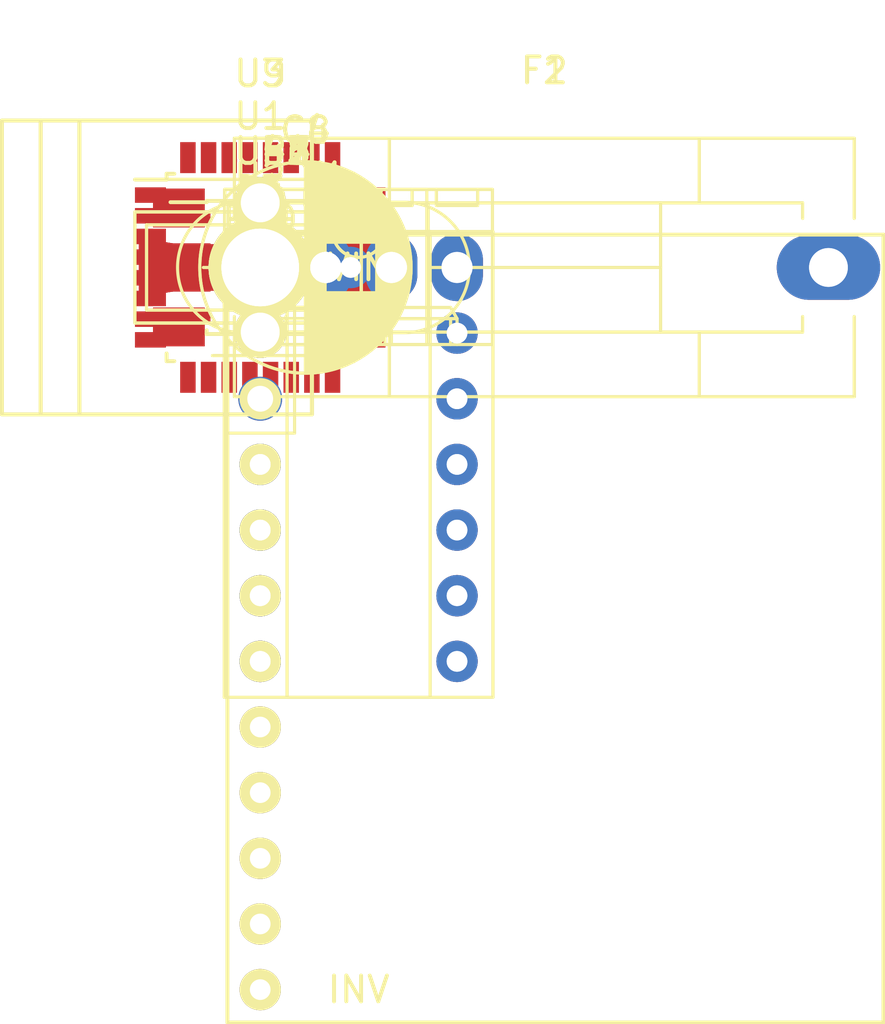
<source format=kicad_pcb>
(kicad_pcb (version 4) (host pcbnew 4.0.2+dfsg1-stable)

  (general
    (links 118)
    (no_connects 73)
    (area 0 0 0 0)
    (thickness 1.6)
    (drawings 0)
    (tracks 0)
    (zones 0)
    (modules 51)
    (nets 45)
  )

  (page A4)
  (layers
    (0 F.Cu signal)
    (31 B.Cu signal)
    (32 B.Adhes user)
    (33 F.Adhes user)
    (34 B.Paste user)
    (35 F.Paste user)
    (36 B.SilkS user)
    (37 F.SilkS user)
    (38 B.Mask user)
    (39 F.Mask user)
    (40 Dwgs.User user)
    (41 Cmts.User user)
    (42 Eco1.User user)
    (43 Eco2.User user)
    (44 Edge.Cuts user)
    (45 Margin user)
    (46 B.CrtYd user)
    (47 F.CrtYd user)
    (48 B.Fab user)
    (49 F.Fab user)
  )

  (setup
    (last_trace_width 0.25)
    (trace_clearance 0.2)
    (zone_clearance 0.508)
    (zone_45_only no)
    (trace_min 0.2)
    (segment_width 0.2)
    (edge_width 0.15)
    (via_size 0.6)
    (via_drill 0.4)
    (via_min_size 0.4)
    (via_min_drill 0.3)
    (uvia_size 0.3)
    (uvia_drill 0.1)
    (uvias_allowed no)
    (uvia_min_size 0.2)
    (uvia_min_drill 0.1)
    (pcb_text_width 0.3)
    (pcb_text_size 1.5 1.5)
    (mod_edge_width 0.15)
    (mod_text_size 1 1)
    (mod_text_width 0.15)
    (pad_size 1.524 1.524)
    (pad_drill 0.762)
    (pad_to_mask_clearance 0.2)
    (aux_axis_origin 0 0)
    (visible_elements FFFFFF7F)
    (pcbplotparams
      (layerselection 0x00030_80000001)
      (usegerberextensions false)
      (excludeedgelayer true)
      (linewidth 0.100000)
      (plotframeref false)
      (viasonmask false)
      (mode 1)
      (useauxorigin false)
      (hpglpennumber 1)
      (hpglpenspeed 20)
      (hpglpendiameter 15)
      (hpglpenoverlay 2)
      (psnegative false)
      (psa4output false)
      (plotreference true)
      (plotvalue true)
      (plotinvisibletext false)
      (padsonsilk false)
      (subtractmaskfromsilk false)
      (outputformat 1)
      (mirror false)
      (drillshape 1)
      (scaleselection 1)
      (outputdirectory ""))
  )

  (net 0 "")
  (net 1 "Net-(C1-Pad1)")
  (net 2 GND)
  (net 3 "Net-(C2-Pad1)")
  (net 4 /nrst)
  (net 5 +5V)
  (net 6 +3V3)
  (net 7 +9V)
  (net 8 "Net-(D1-Pad2)")
  (net 9 "Net-(D3-Pad2)")
  (net 10 "Net-(D4-Pad2)")
  (net 11 "Net-(D5-Pad2)")
  (net 12 "Net-(F1-Pad1)")
  (net 13 "Net-(F2-Pad1)")
  (net 14 "Net-(JP1-Pad2)")
  (net 15 "Net-(P1-Pad2)")
  (net 16 "Net-(P1-Pad4)")
  (net 17 "Net-(P2-Pad1)")
  (net 18 "Net-(P2-Pad2)")
  (net 19 /I2C_SCA)
  (net 20 /I2C_SCL)
  (net 21 "Net-(P4-Pad1)")
  (net 22 "Net-(P5-Pad1)")
  (net 23 /TX)
  (net 24 /RX)
  (net 25 /swclk)
  (net 26 /swdio)
  (net 27 "Net-(P8-Pad1)")
  (net 28 "Net-(P8-Pad2)")
  (net 29 "Net-(R1-Pad1)")
  (net 30 "Net-(R2-Pad2)")
  (net 31 "Net-(R4-Pad1)")
  (net 32 "Net-(R8-Pad1)")
  (net 33 "Net-(U1-Pad10)")
  (net 34 "Net-(U1-Pad11)")
  (net 35 "Net-(U1-Pad12)")
  (net 36 "Net-(U1-Pad13)")
  (net 37 "Net-(U1-Pad14)")
  (net 38 "Net-(U1-Pad15)")
  (net 39 /EN_Servo)
  (net 40 /TX_Servo)
  (net 41 /RX_Servo)
  (net 42 "Net-(U1-Pad21)")
  (net 43 "Net-(U1-Pad22)")
  (net 44 "Net-(U7-Pad2)")

  (net_class Default "This is the default net class."
    (clearance 0.2)
    (trace_width 0.25)
    (via_dia 0.6)
    (via_drill 0.4)
    (uvia_dia 0.3)
    (uvia_drill 0.1)
    (add_net +3V3)
    (add_net +5V)
    (add_net +9V)
    (add_net /EN_Servo)
    (add_net /I2C_SCA)
    (add_net /I2C_SCL)
    (add_net /RX)
    (add_net /RX_Servo)
    (add_net /TX)
    (add_net /TX_Servo)
    (add_net /nrst)
    (add_net /swclk)
    (add_net /swdio)
    (add_net GND)
    (add_net "Net-(C1-Pad1)")
    (add_net "Net-(C2-Pad1)")
    (add_net "Net-(D1-Pad2)")
    (add_net "Net-(D3-Pad2)")
    (add_net "Net-(D4-Pad2)")
    (add_net "Net-(D5-Pad2)")
    (add_net "Net-(F1-Pad1)")
    (add_net "Net-(F2-Pad1)")
    (add_net "Net-(JP1-Pad2)")
    (add_net "Net-(P1-Pad2)")
    (add_net "Net-(P1-Pad4)")
    (add_net "Net-(P2-Pad1)")
    (add_net "Net-(P2-Pad2)")
    (add_net "Net-(P4-Pad1)")
    (add_net "Net-(P5-Pad1)")
    (add_net "Net-(P8-Pad1)")
    (add_net "Net-(P8-Pad2)")
    (add_net "Net-(R1-Pad1)")
    (add_net "Net-(R2-Pad2)")
    (add_net "Net-(R4-Pad1)")
    (add_net "Net-(R8-Pad1)")
    (add_net "Net-(U1-Pad10)")
    (add_net "Net-(U1-Pad11)")
    (add_net "Net-(U1-Pad12)")
    (add_net "Net-(U1-Pad13)")
    (add_net "Net-(U1-Pad14)")
    (add_net "Net-(U1-Pad15)")
    (add_net "Net-(U1-Pad21)")
    (add_net "Net-(U1-Pad22)")
    (add_net "Net-(U7-Pad2)")
  )

  (module Capacitors_SMD:C_1206_HandSoldering (layer F.Cu) (tedit 58AA84D1) (tstamp 5A425951)
    (at 148.5011 105.0036)
    (descr "Capacitor SMD 1206, hand soldering")
    (tags "capacitor 1206")
    (path /59F78D32)
    (attr smd)
    (fp_text reference C1 (at 0 -1.75) (layer F.SilkS)
      (effects (font (size 1 1) (thickness 0.15)))
    )
    (fp_text value C (at 0 2) (layer F.Fab)
      (effects (font (size 1 1) (thickness 0.15)))
    )
    (fp_text user %R (at 0 -1.75) (layer F.Fab)
      (effects (font (size 1 1) (thickness 0.15)))
    )
    (fp_line (start -1.6 0.8) (end -1.6 -0.8) (layer F.Fab) (width 0.1))
    (fp_line (start 1.6 0.8) (end -1.6 0.8) (layer F.Fab) (width 0.1))
    (fp_line (start 1.6 -0.8) (end 1.6 0.8) (layer F.Fab) (width 0.1))
    (fp_line (start -1.6 -0.8) (end 1.6 -0.8) (layer F.Fab) (width 0.1))
    (fp_line (start 1 -1.02) (end -1 -1.02) (layer F.SilkS) (width 0.12))
    (fp_line (start -1 1.02) (end 1 1.02) (layer F.SilkS) (width 0.12))
    (fp_line (start -3.25 -1.05) (end 3.25 -1.05) (layer F.CrtYd) (width 0.05))
    (fp_line (start -3.25 -1.05) (end -3.25 1.05) (layer F.CrtYd) (width 0.05))
    (fp_line (start 3.25 1.05) (end 3.25 -1.05) (layer F.CrtYd) (width 0.05))
    (fp_line (start 3.25 1.05) (end -3.25 1.05) (layer F.CrtYd) (width 0.05))
    (pad 1 smd rect (at -2 0) (size 2 1.6) (layers F.Cu F.Paste F.Mask)
      (net 1 "Net-(C1-Pad1)"))
    (pad 2 smd rect (at 2 0) (size 2 1.6) (layers F.Cu F.Paste F.Mask)
      (net 2 GND))
    (model Capacitors_SMD.3dshapes/C_1206.wrl
      (at (xyz 0 0 0))
      (scale (xyz 1 1 1))
      (rotate (xyz 0 0 0))
    )
  )

  (module Capacitors_SMD:C_1206_HandSoldering (layer F.Cu) (tedit 58AA84D1) (tstamp 5A425957)
    (at 148.5011 105.0036)
    (descr "Capacitor SMD 1206, hand soldering")
    (tags "capacitor 1206")
    (path /59F78DA4)
    (attr smd)
    (fp_text reference C2 (at 0 -1.75) (layer F.SilkS)
      (effects (font (size 1 1) (thickness 0.15)))
    )
    (fp_text value C (at 0 2) (layer F.Fab)
      (effects (font (size 1 1) (thickness 0.15)))
    )
    (fp_text user %R (at 0 -1.75) (layer F.Fab)
      (effects (font (size 1 1) (thickness 0.15)))
    )
    (fp_line (start -1.6 0.8) (end -1.6 -0.8) (layer F.Fab) (width 0.1))
    (fp_line (start 1.6 0.8) (end -1.6 0.8) (layer F.Fab) (width 0.1))
    (fp_line (start 1.6 -0.8) (end 1.6 0.8) (layer F.Fab) (width 0.1))
    (fp_line (start -1.6 -0.8) (end 1.6 -0.8) (layer F.Fab) (width 0.1))
    (fp_line (start 1 -1.02) (end -1 -1.02) (layer F.SilkS) (width 0.12))
    (fp_line (start -1 1.02) (end 1 1.02) (layer F.SilkS) (width 0.12))
    (fp_line (start -3.25 -1.05) (end 3.25 -1.05) (layer F.CrtYd) (width 0.05))
    (fp_line (start -3.25 -1.05) (end -3.25 1.05) (layer F.CrtYd) (width 0.05))
    (fp_line (start 3.25 1.05) (end 3.25 -1.05) (layer F.CrtYd) (width 0.05))
    (fp_line (start 3.25 1.05) (end -3.25 1.05) (layer F.CrtYd) (width 0.05))
    (pad 1 smd rect (at -2 0) (size 2 1.6) (layers F.Cu F.Paste F.Mask)
      (net 3 "Net-(C2-Pad1)"))
    (pad 2 smd rect (at 2 0) (size 2 1.6) (layers F.Cu F.Paste F.Mask)
      (net 2 GND))
    (model Capacitors_SMD.3dshapes/C_1206.wrl
      (at (xyz 0 0 0))
      (scale (xyz 1 1 1))
      (rotate (xyz 0 0 0))
    )
  )

  (module Capacitors_SMD:C_1206_HandSoldering (layer F.Cu) (tedit 58AA84D1) (tstamp 5A42595D)
    (at 148.5011 105.0036)
    (descr "Capacitor SMD 1206, hand soldering")
    (tags "capacitor 1206")
    (path /59F788C6)
    (attr smd)
    (fp_text reference C3 (at 0 -1.75) (layer F.SilkS)
      (effects (font (size 1 1) (thickness 0.15)))
    )
    (fp_text value C (at 0 2) (layer F.Fab)
      (effects (font (size 1 1) (thickness 0.15)))
    )
    (fp_text user %R (at 0 -1.75) (layer F.Fab)
      (effects (font (size 1 1) (thickness 0.15)))
    )
    (fp_line (start -1.6 0.8) (end -1.6 -0.8) (layer F.Fab) (width 0.1))
    (fp_line (start 1.6 0.8) (end -1.6 0.8) (layer F.Fab) (width 0.1))
    (fp_line (start 1.6 -0.8) (end 1.6 0.8) (layer F.Fab) (width 0.1))
    (fp_line (start -1.6 -0.8) (end 1.6 -0.8) (layer F.Fab) (width 0.1))
    (fp_line (start 1 -1.02) (end -1 -1.02) (layer F.SilkS) (width 0.12))
    (fp_line (start -1 1.02) (end 1 1.02) (layer F.SilkS) (width 0.12))
    (fp_line (start -3.25 -1.05) (end 3.25 -1.05) (layer F.CrtYd) (width 0.05))
    (fp_line (start -3.25 -1.05) (end -3.25 1.05) (layer F.CrtYd) (width 0.05))
    (fp_line (start 3.25 1.05) (end 3.25 -1.05) (layer F.CrtYd) (width 0.05))
    (fp_line (start 3.25 1.05) (end -3.25 1.05) (layer F.CrtYd) (width 0.05))
    (pad 1 smd rect (at -2 0) (size 2 1.6) (layers F.Cu F.Paste F.Mask)
      (net 4 /nrst))
    (pad 2 smd rect (at 2 0) (size 2 1.6) (layers F.Cu F.Paste F.Mask)
      (net 2 GND))
    (model Capacitors_SMD.3dshapes/C_1206.wrl
      (at (xyz 0 0 0))
      (scale (xyz 1 1 1))
      (rotate (xyz 0 0 0))
    )
  )

  (module Capacitors_THT:CP_Radial_D8.0mm_P3.50mm (layer F.Cu) (tedit 597BC7C2) (tstamp 5A425963)
    (at 148.5011 105.0036)
    (descr "CP, Radial series, Radial, pin pitch=3.50mm, , diameter=8mm, Electrolytic Capacitor")
    (tags "CP Radial series Radial pin pitch 3.50mm  diameter 8mm Electrolytic Capacitor")
    (path /59F75CC2/59F75D85)
    (fp_text reference C4 (at 1.75 -5.31) (layer F.SilkS)
      (effects (font (size 1 1) (thickness 0.15)))
    )
    (fp_text value CP (at 1.75 5.31) (layer F.Fab)
      (effects (font (size 1 1) (thickness 0.15)))
    )
    (fp_circle (center 1.75 0) (end 5.75 0) (layer F.Fab) (width 0.1))
    (fp_circle (center 1.75 0) (end 5.84 0) (layer F.SilkS) (width 0.12))
    (fp_line (start -2.2 0) (end -1 0) (layer F.Fab) (width 0.1))
    (fp_line (start -1.6 -0.65) (end -1.6 0.65) (layer F.Fab) (width 0.1))
    (fp_line (start 1.75 -4.05) (end 1.75 4.05) (layer F.SilkS) (width 0.12))
    (fp_line (start 1.79 -4.05) (end 1.79 4.05) (layer F.SilkS) (width 0.12))
    (fp_line (start 1.83 -4.05) (end 1.83 4.05) (layer F.SilkS) (width 0.12))
    (fp_line (start 1.87 -4.049) (end 1.87 4.049) (layer F.SilkS) (width 0.12))
    (fp_line (start 1.91 -4.047) (end 1.91 4.047) (layer F.SilkS) (width 0.12))
    (fp_line (start 1.95 -4.046) (end 1.95 4.046) (layer F.SilkS) (width 0.12))
    (fp_line (start 1.99 -4.043) (end 1.99 4.043) (layer F.SilkS) (width 0.12))
    (fp_line (start 2.03 -4.041) (end 2.03 4.041) (layer F.SilkS) (width 0.12))
    (fp_line (start 2.07 -4.038) (end 2.07 4.038) (layer F.SilkS) (width 0.12))
    (fp_line (start 2.11 -4.035) (end 2.11 4.035) (layer F.SilkS) (width 0.12))
    (fp_line (start 2.15 -4.031) (end 2.15 4.031) (layer F.SilkS) (width 0.12))
    (fp_line (start 2.19 -4.027) (end 2.19 4.027) (layer F.SilkS) (width 0.12))
    (fp_line (start 2.23 -4.022) (end 2.23 4.022) (layer F.SilkS) (width 0.12))
    (fp_line (start 2.27 -4.017) (end 2.27 4.017) (layer F.SilkS) (width 0.12))
    (fp_line (start 2.31 -4.012) (end 2.31 4.012) (layer F.SilkS) (width 0.12))
    (fp_line (start 2.35 -4.006) (end 2.35 4.006) (layer F.SilkS) (width 0.12))
    (fp_line (start 2.39 -4) (end 2.39 4) (layer F.SilkS) (width 0.12))
    (fp_line (start 2.43 -3.994) (end 2.43 3.994) (layer F.SilkS) (width 0.12))
    (fp_line (start 2.471 -3.987) (end 2.471 3.987) (layer F.SilkS) (width 0.12))
    (fp_line (start 2.511 -3.979) (end 2.511 3.979) (layer F.SilkS) (width 0.12))
    (fp_line (start 2.551 -3.971) (end 2.551 -0.98) (layer F.SilkS) (width 0.12))
    (fp_line (start 2.551 0.98) (end 2.551 3.971) (layer F.SilkS) (width 0.12))
    (fp_line (start 2.591 -3.963) (end 2.591 -0.98) (layer F.SilkS) (width 0.12))
    (fp_line (start 2.591 0.98) (end 2.591 3.963) (layer F.SilkS) (width 0.12))
    (fp_line (start 2.631 -3.955) (end 2.631 -0.98) (layer F.SilkS) (width 0.12))
    (fp_line (start 2.631 0.98) (end 2.631 3.955) (layer F.SilkS) (width 0.12))
    (fp_line (start 2.671 -3.946) (end 2.671 -0.98) (layer F.SilkS) (width 0.12))
    (fp_line (start 2.671 0.98) (end 2.671 3.946) (layer F.SilkS) (width 0.12))
    (fp_line (start 2.711 -3.936) (end 2.711 -0.98) (layer F.SilkS) (width 0.12))
    (fp_line (start 2.711 0.98) (end 2.711 3.936) (layer F.SilkS) (width 0.12))
    (fp_line (start 2.751 -3.926) (end 2.751 -0.98) (layer F.SilkS) (width 0.12))
    (fp_line (start 2.751 0.98) (end 2.751 3.926) (layer F.SilkS) (width 0.12))
    (fp_line (start 2.791 -3.916) (end 2.791 -0.98) (layer F.SilkS) (width 0.12))
    (fp_line (start 2.791 0.98) (end 2.791 3.916) (layer F.SilkS) (width 0.12))
    (fp_line (start 2.831 -3.905) (end 2.831 -0.98) (layer F.SilkS) (width 0.12))
    (fp_line (start 2.831 0.98) (end 2.831 3.905) (layer F.SilkS) (width 0.12))
    (fp_line (start 2.871 -3.894) (end 2.871 -0.98) (layer F.SilkS) (width 0.12))
    (fp_line (start 2.871 0.98) (end 2.871 3.894) (layer F.SilkS) (width 0.12))
    (fp_line (start 2.911 -3.883) (end 2.911 -0.98) (layer F.SilkS) (width 0.12))
    (fp_line (start 2.911 0.98) (end 2.911 3.883) (layer F.SilkS) (width 0.12))
    (fp_line (start 2.951 -3.87) (end 2.951 -0.98) (layer F.SilkS) (width 0.12))
    (fp_line (start 2.951 0.98) (end 2.951 3.87) (layer F.SilkS) (width 0.12))
    (fp_line (start 2.991 -3.858) (end 2.991 -0.98) (layer F.SilkS) (width 0.12))
    (fp_line (start 2.991 0.98) (end 2.991 3.858) (layer F.SilkS) (width 0.12))
    (fp_line (start 3.031 -3.845) (end 3.031 -0.98) (layer F.SilkS) (width 0.12))
    (fp_line (start 3.031 0.98) (end 3.031 3.845) (layer F.SilkS) (width 0.12))
    (fp_line (start 3.071 -3.832) (end 3.071 -0.98) (layer F.SilkS) (width 0.12))
    (fp_line (start 3.071 0.98) (end 3.071 3.832) (layer F.SilkS) (width 0.12))
    (fp_line (start 3.111 -3.818) (end 3.111 -0.98) (layer F.SilkS) (width 0.12))
    (fp_line (start 3.111 0.98) (end 3.111 3.818) (layer F.SilkS) (width 0.12))
    (fp_line (start 3.151 -3.803) (end 3.151 -0.98) (layer F.SilkS) (width 0.12))
    (fp_line (start 3.151 0.98) (end 3.151 3.803) (layer F.SilkS) (width 0.12))
    (fp_line (start 3.191 -3.789) (end 3.191 -0.98) (layer F.SilkS) (width 0.12))
    (fp_line (start 3.191 0.98) (end 3.191 3.789) (layer F.SilkS) (width 0.12))
    (fp_line (start 3.231 -3.773) (end 3.231 -0.98) (layer F.SilkS) (width 0.12))
    (fp_line (start 3.231 0.98) (end 3.231 3.773) (layer F.SilkS) (width 0.12))
    (fp_line (start 3.271 -3.758) (end 3.271 -0.98) (layer F.SilkS) (width 0.12))
    (fp_line (start 3.271 0.98) (end 3.271 3.758) (layer F.SilkS) (width 0.12))
    (fp_line (start 3.311 -3.741) (end 3.311 -0.98) (layer F.SilkS) (width 0.12))
    (fp_line (start 3.311 0.98) (end 3.311 3.741) (layer F.SilkS) (width 0.12))
    (fp_line (start 3.351 -3.725) (end 3.351 -0.98) (layer F.SilkS) (width 0.12))
    (fp_line (start 3.351 0.98) (end 3.351 3.725) (layer F.SilkS) (width 0.12))
    (fp_line (start 3.391 -3.707) (end 3.391 -0.98) (layer F.SilkS) (width 0.12))
    (fp_line (start 3.391 0.98) (end 3.391 3.707) (layer F.SilkS) (width 0.12))
    (fp_line (start 3.431 -3.69) (end 3.431 -0.98) (layer F.SilkS) (width 0.12))
    (fp_line (start 3.431 0.98) (end 3.431 3.69) (layer F.SilkS) (width 0.12))
    (fp_line (start 3.471 -3.671) (end 3.471 -0.98) (layer F.SilkS) (width 0.12))
    (fp_line (start 3.471 0.98) (end 3.471 3.671) (layer F.SilkS) (width 0.12))
    (fp_line (start 3.511 -3.652) (end 3.511 -0.98) (layer F.SilkS) (width 0.12))
    (fp_line (start 3.511 0.98) (end 3.511 3.652) (layer F.SilkS) (width 0.12))
    (fp_line (start 3.551 -3.633) (end 3.551 -0.98) (layer F.SilkS) (width 0.12))
    (fp_line (start 3.551 0.98) (end 3.551 3.633) (layer F.SilkS) (width 0.12))
    (fp_line (start 3.591 -3.613) (end 3.591 -0.98) (layer F.SilkS) (width 0.12))
    (fp_line (start 3.591 0.98) (end 3.591 3.613) (layer F.SilkS) (width 0.12))
    (fp_line (start 3.631 -3.593) (end 3.631 -0.98) (layer F.SilkS) (width 0.12))
    (fp_line (start 3.631 0.98) (end 3.631 3.593) (layer F.SilkS) (width 0.12))
    (fp_line (start 3.671 -3.572) (end 3.671 -0.98) (layer F.SilkS) (width 0.12))
    (fp_line (start 3.671 0.98) (end 3.671 3.572) (layer F.SilkS) (width 0.12))
    (fp_line (start 3.711 -3.55) (end 3.711 -0.98) (layer F.SilkS) (width 0.12))
    (fp_line (start 3.711 0.98) (end 3.711 3.55) (layer F.SilkS) (width 0.12))
    (fp_line (start 3.751 -3.528) (end 3.751 -0.98) (layer F.SilkS) (width 0.12))
    (fp_line (start 3.751 0.98) (end 3.751 3.528) (layer F.SilkS) (width 0.12))
    (fp_line (start 3.791 -3.505) (end 3.791 -0.98) (layer F.SilkS) (width 0.12))
    (fp_line (start 3.791 0.98) (end 3.791 3.505) (layer F.SilkS) (width 0.12))
    (fp_line (start 3.831 -3.482) (end 3.831 -0.98) (layer F.SilkS) (width 0.12))
    (fp_line (start 3.831 0.98) (end 3.831 3.482) (layer F.SilkS) (width 0.12))
    (fp_line (start 3.871 -3.458) (end 3.871 -0.98) (layer F.SilkS) (width 0.12))
    (fp_line (start 3.871 0.98) (end 3.871 3.458) (layer F.SilkS) (width 0.12))
    (fp_line (start 3.911 -3.434) (end 3.911 -0.98) (layer F.SilkS) (width 0.12))
    (fp_line (start 3.911 0.98) (end 3.911 3.434) (layer F.SilkS) (width 0.12))
    (fp_line (start 3.951 -3.408) (end 3.951 -0.98) (layer F.SilkS) (width 0.12))
    (fp_line (start 3.951 0.98) (end 3.951 3.408) (layer F.SilkS) (width 0.12))
    (fp_line (start 3.991 -3.383) (end 3.991 -0.98) (layer F.SilkS) (width 0.12))
    (fp_line (start 3.991 0.98) (end 3.991 3.383) (layer F.SilkS) (width 0.12))
    (fp_line (start 4.031 -3.356) (end 4.031 -0.98) (layer F.SilkS) (width 0.12))
    (fp_line (start 4.031 0.98) (end 4.031 3.356) (layer F.SilkS) (width 0.12))
    (fp_line (start 4.071 -3.329) (end 4.071 -0.98) (layer F.SilkS) (width 0.12))
    (fp_line (start 4.071 0.98) (end 4.071 3.329) (layer F.SilkS) (width 0.12))
    (fp_line (start 4.111 -3.301) (end 4.111 -0.98) (layer F.SilkS) (width 0.12))
    (fp_line (start 4.111 0.98) (end 4.111 3.301) (layer F.SilkS) (width 0.12))
    (fp_line (start 4.151 -3.272) (end 4.151 -0.98) (layer F.SilkS) (width 0.12))
    (fp_line (start 4.151 0.98) (end 4.151 3.272) (layer F.SilkS) (width 0.12))
    (fp_line (start 4.191 -3.243) (end 4.191 -0.98) (layer F.SilkS) (width 0.12))
    (fp_line (start 4.191 0.98) (end 4.191 3.243) (layer F.SilkS) (width 0.12))
    (fp_line (start 4.231 -3.213) (end 4.231 -0.98) (layer F.SilkS) (width 0.12))
    (fp_line (start 4.231 0.98) (end 4.231 3.213) (layer F.SilkS) (width 0.12))
    (fp_line (start 4.271 -3.182) (end 4.271 -0.98) (layer F.SilkS) (width 0.12))
    (fp_line (start 4.271 0.98) (end 4.271 3.182) (layer F.SilkS) (width 0.12))
    (fp_line (start 4.311 -3.15) (end 4.311 -0.98) (layer F.SilkS) (width 0.12))
    (fp_line (start 4.311 0.98) (end 4.311 3.15) (layer F.SilkS) (width 0.12))
    (fp_line (start 4.351 -3.118) (end 4.351 -0.98) (layer F.SilkS) (width 0.12))
    (fp_line (start 4.351 0.98) (end 4.351 3.118) (layer F.SilkS) (width 0.12))
    (fp_line (start 4.391 -3.084) (end 4.391 -0.98) (layer F.SilkS) (width 0.12))
    (fp_line (start 4.391 0.98) (end 4.391 3.084) (layer F.SilkS) (width 0.12))
    (fp_line (start 4.431 -3.05) (end 4.431 -0.98) (layer F.SilkS) (width 0.12))
    (fp_line (start 4.431 0.98) (end 4.431 3.05) (layer F.SilkS) (width 0.12))
    (fp_line (start 4.471 -3.015) (end 4.471 -0.98) (layer F.SilkS) (width 0.12))
    (fp_line (start 4.471 0.98) (end 4.471 3.015) (layer F.SilkS) (width 0.12))
    (fp_line (start 4.511 -2.979) (end 4.511 2.979) (layer F.SilkS) (width 0.12))
    (fp_line (start 4.551 -2.942) (end 4.551 2.942) (layer F.SilkS) (width 0.12))
    (fp_line (start 4.591 -2.904) (end 4.591 2.904) (layer F.SilkS) (width 0.12))
    (fp_line (start 4.631 -2.865) (end 4.631 2.865) (layer F.SilkS) (width 0.12))
    (fp_line (start 4.671 -2.824) (end 4.671 2.824) (layer F.SilkS) (width 0.12))
    (fp_line (start 4.711 -2.783) (end 4.711 2.783) (layer F.SilkS) (width 0.12))
    (fp_line (start 4.751 -2.74) (end 4.751 2.74) (layer F.SilkS) (width 0.12))
    (fp_line (start 4.791 -2.697) (end 4.791 2.697) (layer F.SilkS) (width 0.12))
    (fp_line (start 4.831 -2.652) (end 4.831 2.652) (layer F.SilkS) (width 0.12))
    (fp_line (start 4.871 -2.605) (end 4.871 2.605) (layer F.SilkS) (width 0.12))
    (fp_line (start 4.911 -2.557) (end 4.911 2.557) (layer F.SilkS) (width 0.12))
    (fp_line (start 4.951 -2.508) (end 4.951 2.508) (layer F.SilkS) (width 0.12))
    (fp_line (start 4.991 -2.457) (end 4.991 2.457) (layer F.SilkS) (width 0.12))
    (fp_line (start 5.031 -2.404) (end 5.031 2.404) (layer F.SilkS) (width 0.12))
    (fp_line (start 5.071 -2.349) (end 5.071 2.349) (layer F.SilkS) (width 0.12))
    (fp_line (start 5.111 -2.293) (end 5.111 2.293) (layer F.SilkS) (width 0.12))
    (fp_line (start 5.151 -2.234) (end 5.151 2.234) (layer F.SilkS) (width 0.12))
    (fp_line (start 5.191 -2.173) (end 5.191 2.173) (layer F.SilkS) (width 0.12))
    (fp_line (start 5.231 -2.109) (end 5.231 2.109) (layer F.SilkS) (width 0.12))
    (fp_line (start 5.271 -2.043) (end 5.271 2.043) (layer F.SilkS) (width 0.12))
    (fp_line (start 5.311 -1.974) (end 5.311 1.974) (layer F.SilkS) (width 0.12))
    (fp_line (start 5.351 -1.902) (end 5.351 1.902) (layer F.SilkS) (width 0.12))
    (fp_line (start 5.391 -1.826) (end 5.391 1.826) (layer F.SilkS) (width 0.12))
    (fp_line (start 5.431 -1.745) (end 5.431 1.745) (layer F.SilkS) (width 0.12))
    (fp_line (start 5.471 -1.66) (end 5.471 1.66) (layer F.SilkS) (width 0.12))
    (fp_line (start 5.511 -1.57) (end 5.511 1.57) (layer F.SilkS) (width 0.12))
    (fp_line (start 5.551 -1.473) (end 5.551 1.473) (layer F.SilkS) (width 0.12))
    (fp_line (start 5.591 -1.369) (end 5.591 1.369) (layer F.SilkS) (width 0.12))
    (fp_line (start 5.631 -1.254) (end 5.631 1.254) (layer F.SilkS) (width 0.12))
    (fp_line (start 5.671 -1.127) (end 5.671 1.127) (layer F.SilkS) (width 0.12))
    (fp_line (start 5.711 -0.983) (end 5.711 0.983) (layer F.SilkS) (width 0.12))
    (fp_line (start 5.751 -0.814) (end 5.751 0.814) (layer F.SilkS) (width 0.12))
    (fp_line (start 5.791 -0.598) (end 5.791 0.598) (layer F.SilkS) (width 0.12))
    (fp_line (start 5.831 -0.246) (end 5.831 0.246) (layer F.SilkS) (width 0.12))
    (fp_line (start -2.2 0) (end -1 0) (layer F.SilkS) (width 0.12))
    (fp_line (start -1.6 -0.65) (end -1.6 0.65) (layer F.SilkS) (width 0.12))
    (fp_line (start -2.6 -4.35) (end -2.6 4.35) (layer F.CrtYd) (width 0.05))
    (fp_line (start -2.6 4.35) (end 6.1 4.35) (layer F.CrtYd) (width 0.05))
    (fp_line (start 6.1 4.35) (end 6.1 -4.35) (layer F.CrtYd) (width 0.05))
    (fp_line (start 6.1 -4.35) (end -2.6 -4.35) (layer F.CrtYd) (width 0.05))
    (fp_text user %R (at 1.75 0) (layer F.Fab)
      (effects (font (size 1 1) (thickness 0.15)))
    )
    (pad 1 thru_hole rect (at 0 0) (size 1.6 1.6) (drill 0.8) (layers *.Cu *.Mask)
      (net 5 +5V))
    (pad 2 thru_hole circle (at 3.5 0) (size 1.6 1.6) (drill 0.8) (layers *.Cu *.Mask)
      (net 2 GND))
    (model ${KISYS3DMOD}/Capacitors_THT.3dshapes/CP_Radial_D8.0mm_P3.50mm.wrl
      (at (xyz 0 0 0))
      (scale (xyz 1 1 1))
      (rotate (xyz 0 0 0))
    )
  )

  (module Capacitors_SMD:C_1206_HandSoldering (layer F.Cu) (tedit 58AA84D1) (tstamp 5A425969)
    (at 148.5011 105.0036)
    (descr "Capacitor SMD 1206, hand soldering")
    (tags "capacitor 1206")
    (path /59F75CC2/59F75DB2)
    (attr smd)
    (fp_text reference C5 (at 0 -1.75) (layer F.SilkS)
      (effects (font (size 1 1) (thickness 0.15)))
    )
    (fp_text value C (at 0 2) (layer F.Fab)
      (effects (font (size 1 1) (thickness 0.15)))
    )
    (fp_text user %R (at 0 -1.75) (layer F.Fab)
      (effects (font (size 1 1) (thickness 0.15)))
    )
    (fp_line (start -1.6 0.8) (end -1.6 -0.8) (layer F.Fab) (width 0.1))
    (fp_line (start 1.6 0.8) (end -1.6 0.8) (layer F.Fab) (width 0.1))
    (fp_line (start 1.6 -0.8) (end 1.6 0.8) (layer F.Fab) (width 0.1))
    (fp_line (start -1.6 -0.8) (end 1.6 -0.8) (layer F.Fab) (width 0.1))
    (fp_line (start 1 -1.02) (end -1 -1.02) (layer F.SilkS) (width 0.12))
    (fp_line (start -1 1.02) (end 1 1.02) (layer F.SilkS) (width 0.12))
    (fp_line (start -3.25 -1.05) (end 3.25 -1.05) (layer F.CrtYd) (width 0.05))
    (fp_line (start -3.25 -1.05) (end -3.25 1.05) (layer F.CrtYd) (width 0.05))
    (fp_line (start 3.25 1.05) (end 3.25 -1.05) (layer F.CrtYd) (width 0.05))
    (fp_line (start 3.25 1.05) (end -3.25 1.05) (layer F.CrtYd) (width 0.05))
    (pad 1 smd rect (at -2 0) (size 2 1.6) (layers F.Cu F.Paste F.Mask)
      (net 5 +5V))
    (pad 2 smd rect (at 2 0) (size 2 1.6) (layers F.Cu F.Paste F.Mask)
      (net 2 GND))
    (model Capacitors_SMD.3dshapes/C_1206.wrl
      (at (xyz 0 0 0))
      (scale (xyz 1 1 1))
      (rotate (xyz 0 0 0))
    )
  )

  (module Capacitors_SMD:C_1206_HandSoldering (layer F.Cu) (tedit 58AA84D1) (tstamp 5A42596F)
    (at 148.5011 105.0036)
    (descr "Capacitor SMD 1206, hand soldering")
    (tags "capacitor 1206")
    (path /59F75CC2/59F77071)
    (attr smd)
    (fp_text reference C6 (at 0 -1.75) (layer F.SilkS)
      (effects (font (size 1 1) (thickness 0.15)))
    )
    (fp_text value C (at 0 2) (layer F.Fab)
      (effects (font (size 1 1) (thickness 0.15)))
    )
    (fp_text user %R (at 0 -1.75) (layer F.Fab)
      (effects (font (size 1 1) (thickness 0.15)))
    )
    (fp_line (start -1.6 0.8) (end -1.6 -0.8) (layer F.Fab) (width 0.1))
    (fp_line (start 1.6 0.8) (end -1.6 0.8) (layer F.Fab) (width 0.1))
    (fp_line (start 1.6 -0.8) (end 1.6 0.8) (layer F.Fab) (width 0.1))
    (fp_line (start -1.6 -0.8) (end 1.6 -0.8) (layer F.Fab) (width 0.1))
    (fp_line (start 1 -1.02) (end -1 -1.02) (layer F.SilkS) (width 0.12))
    (fp_line (start -1 1.02) (end 1 1.02) (layer F.SilkS) (width 0.12))
    (fp_line (start -3.25 -1.05) (end 3.25 -1.05) (layer F.CrtYd) (width 0.05))
    (fp_line (start -3.25 -1.05) (end -3.25 1.05) (layer F.CrtYd) (width 0.05))
    (fp_line (start 3.25 1.05) (end 3.25 -1.05) (layer F.CrtYd) (width 0.05))
    (fp_line (start 3.25 1.05) (end -3.25 1.05) (layer F.CrtYd) (width 0.05))
    (pad 1 smd rect (at -2 0) (size 2 1.6) (layers F.Cu F.Paste F.Mask)
      (net 6 +3V3))
    (pad 2 smd rect (at 2 0) (size 2 1.6) (layers F.Cu F.Paste F.Mask)
      (net 2 GND))
    (model Capacitors_SMD.3dshapes/C_1206.wrl
      (at (xyz 0 0 0))
      (scale (xyz 1 1 1))
      (rotate (xyz 0 0 0))
    )
  )

  (module Capacitors_SMD:C_1206_HandSoldering (layer F.Cu) (tedit 58AA84D1) (tstamp 5A425975)
    (at 148.5011 105.0036)
    (descr "Capacitor SMD 1206, hand soldering")
    (tags "capacitor 1206")
    (path /59F75CC2/59F76771)
    (attr smd)
    (fp_text reference C7 (at 0 -1.75) (layer F.SilkS)
      (effects (font (size 1 1) (thickness 0.15)))
    )
    (fp_text value C (at 0 2) (layer F.Fab)
      (effects (font (size 1 1) (thickness 0.15)))
    )
    (fp_text user %R (at 0 -1.75) (layer F.Fab)
      (effects (font (size 1 1) (thickness 0.15)))
    )
    (fp_line (start -1.6 0.8) (end -1.6 -0.8) (layer F.Fab) (width 0.1))
    (fp_line (start 1.6 0.8) (end -1.6 0.8) (layer F.Fab) (width 0.1))
    (fp_line (start 1.6 -0.8) (end 1.6 0.8) (layer F.Fab) (width 0.1))
    (fp_line (start -1.6 -0.8) (end 1.6 -0.8) (layer F.Fab) (width 0.1))
    (fp_line (start 1 -1.02) (end -1 -1.02) (layer F.SilkS) (width 0.12))
    (fp_line (start -1 1.02) (end 1 1.02) (layer F.SilkS) (width 0.12))
    (fp_line (start -3.25 -1.05) (end 3.25 -1.05) (layer F.CrtYd) (width 0.05))
    (fp_line (start -3.25 -1.05) (end -3.25 1.05) (layer F.CrtYd) (width 0.05))
    (fp_line (start 3.25 1.05) (end 3.25 -1.05) (layer F.CrtYd) (width 0.05))
    (fp_line (start 3.25 1.05) (end -3.25 1.05) (layer F.CrtYd) (width 0.05))
    (pad 1 smd rect (at -2 0) (size 2 1.6) (layers F.Cu F.Paste F.Mask)
      (net 5 +5V))
    (pad 2 smd rect (at 2 0) (size 2 1.6) (layers F.Cu F.Paste F.Mask)
      (net 2 GND))
    (model Capacitors_SMD.3dshapes/C_1206.wrl
      (at (xyz 0 0 0))
      (scale (xyz 1 1 1))
      (rotate (xyz 0 0 0))
    )
  )

  (module Capacitors_THT:CP_Radial_D8.0mm_P3.50mm (layer F.Cu) (tedit 597BC7C2) (tstamp 5A42597B)
    (at 148.5011 105.0036)
    (descr "CP, Radial series, Radial, pin pitch=3.50mm, , diameter=8mm, Electrolytic Capacitor")
    (tags "CP Radial series Radial pin pitch 3.50mm  diameter 8mm Electrolytic Capacitor")
    (path /59F75CC2/5A3E7BD6)
    (fp_text reference C8 (at 1.75 -5.31) (layer F.SilkS)
      (effects (font (size 1 1) (thickness 0.15)))
    )
    (fp_text value CP (at 1.75 5.31) (layer F.Fab)
      (effects (font (size 1 1) (thickness 0.15)))
    )
    (fp_circle (center 1.75 0) (end 5.75 0) (layer F.Fab) (width 0.1))
    (fp_circle (center 1.75 0) (end 5.84 0) (layer F.SilkS) (width 0.12))
    (fp_line (start -2.2 0) (end -1 0) (layer F.Fab) (width 0.1))
    (fp_line (start -1.6 -0.65) (end -1.6 0.65) (layer F.Fab) (width 0.1))
    (fp_line (start 1.75 -4.05) (end 1.75 4.05) (layer F.SilkS) (width 0.12))
    (fp_line (start 1.79 -4.05) (end 1.79 4.05) (layer F.SilkS) (width 0.12))
    (fp_line (start 1.83 -4.05) (end 1.83 4.05) (layer F.SilkS) (width 0.12))
    (fp_line (start 1.87 -4.049) (end 1.87 4.049) (layer F.SilkS) (width 0.12))
    (fp_line (start 1.91 -4.047) (end 1.91 4.047) (layer F.SilkS) (width 0.12))
    (fp_line (start 1.95 -4.046) (end 1.95 4.046) (layer F.SilkS) (width 0.12))
    (fp_line (start 1.99 -4.043) (end 1.99 4.043) (layer F.SilkS) (width 0.12))
    (fp_line (start 2.03 -4.041) (end 2.03 4.041) (layer F.SilkS) (width 0.12))
    (fp_line (start 2.07 -4.038) (end 2.07 4.038) (layer F.SilkS) (width 0.12))
    (fp_line (start 2.11 -4.035) (end 2.11 4.035) (layer F.SilkS) (width 0.12))
    (fp_line (start 2.15 -4.031) (end 2.15 4.031) (layer F.SilkS) (width 0.12))
    (fp_line (start 2.19 -4.027) (end 2.19 4.027) (layer F.SilkS) (width 0.12))
    (fp_line (start 2.23 -4.022) (end 2.23 4.022) (layer F.SilkS) (width 0.12))
    (fp_line (start 2.27 -4.017) (end 2.27 4.017) (layer F.SilkS) (width 0.12))
    (fp_line (start 2.31 -4.012) (end 2.31 4.012) (layer F.SilkS) (width 0.12))
    (fp_line (start 2.35 -4.006) (end 2.35 4.006) (layer F.SilkS) (width 0.12))
    (fp_line (start 2.39 -4) (end 2.39 4) (layer F.SilkS) (width 0.12))
    (fp_line (start 2.43 -3.994) (end 2.43 3.994) (layer F.SilkS) (width 0.12))
    (fp_line (start 2.471 -3.987) (end 2.471 3.987) (layer F.SilkS) (width 0.12))
    (fp_line (start 2.511 -3.979) (end 2.511 3.979) (layer F.SilkS) (width 0.12))
    (fp_line (start 2.551 -3.971) (end 2.551 -0.98) (layer F.SilkS) (width 0.12))
    (fp_line (start 2.551 0.98) (end 2.551 3.971) (layer F.SilkS) (width 0.12))
    (fp_line (start 2.591 -3.963) (end 2.591 -0.98) (layer F.SilkS) (width 0.12))
    (fp_line (start 2.591 0.98) (end 2.591 3.963) (layer F.SilkS) (width 0.12))
    (fp_line (start 2.631 -3.955) (end 2.631 -0.98) (layer F.SilkS) (width 0.12))
    (fp_line (start 2.631 0.98) (end 2.631 3.955) (layer F.SilkS) (width 0.12))
    (fp_line (start 2.671 -3.946) (end 2.671 -0.98) (layer F.SilkS) (width 0.12))
    (fp_line (start 2.671 0.98) (end 2.671 3.946) (layer F.SilkS) (width 0.12))
    (fp_line (start 2.711 -3.936) (end 2.711 -0.98) (layer F.SilkS) (width 0.12))
    (fp_line (start 2.711 0.98) (end 2.711 3.936) (layer F.SilkS) (width 0.12))
    (fp_line (start 2.751 -3.926) (end 2.751 -0.98) (layer F.SilkS) (width 0.12))
    (fp_line (start 2.751 0.98) (end 2.751 3.926) (layer F.SilkS) (width 0.12))
    (fp_line (start 2.791 -3.916) (end 2.791 -0.98) (layer F.SilkS) (width 0.12))
    (fp_line (start 2.791 0.98) (end 2.791 3.916) (layer F.SilkS) (width 0.12))
    (fp_line (start 2.831 -3.905) (end 2.831 -0.98) (layer F.SilkS) (width 0.12))
    (fp_line (start 2.831 0.98) (end 2.831 3.905) (layer F.SilkS) (width 0.12))
    (fp_line (start 2.871 -3.894) (end 2.871 -0.98) (layer F.SilkS) (width 0.12))
    (fp_line (start 2.871 0.98) (end 2.871 3.894) (layer F.SilkS) (width 0.12))
    (fp_line (start 2.911 -3.883) (end 2.911 -0.98) (layer F.SilkS) (width 0.12))
    (fp_line (start 2.911 0.98) (end 2.911 3.883) (layer F.SilkS) (width 0.12))
    (fp_line (start 2.951 -3.87) (end 2.951 -0.98) (layer F.SilkS) (width 0.12))
    (fp_line (start 2.951 0.98) (end 2.951 3.87) (layer F.SilkS) (width 0.12))
    (fp_line (start 2.991 -3.858) (end 2.991 -0.98) (layer F.SilkS) (width 0.12))
    (fp_line (start 2.991 0.98) (end 2.991 3.858) (layer F.SilkS) (width 0.12))
    (fp_line (start 3.031 -3.845) (end 3.031 -0.98) (layer F.SilkS) (width 0.12))
    (fp_line (start 3.031 0.98) (end 3.031 3.845) (layer F.SilkS) (width 0.12))
    (fp_line (start 3.071 -3.832) (end 3.071 -0.98) (layer F.SilkS) (width 0.12))
    (fp_line (start 3.071 0.98) (end 3.071 3.832) (layer F.SilkS) (width 0.12))
    (fp_line (start 3.111 -3.818) (end 3.111 -0.98) (layer F.SilkS) (width 0.12))
    (fp_line (start 3.111 0.98) (end 3.111 3.818) (layer F.SilkS) (width 0.12))
    (fp_line (start 3.151 -3.803) (end 3.151 -0.98) (layer F.SilkS) (width 0.12))
    (fp_line (start 3.151 0.98) (end 3.151 3.803) (layer F.SilkS) (width 0.12))
    (fp_line (start 3.191 -3.789) (end 3.191 -0.98) (layer F.SilkS) (width 0.12))
    (fp_line (start 3.191 0.98) (end 3.191 3.789) (layer F.SilkS) (width 0.12))
    (fp_line (start 3.231 -3.773) (end 3.231 -0.98) (layer F.SilkS) (width 0.12))
    (fp_line (start 3.231 0.98) (end 3.231 3.773) (layer F.SilkS) (width 0.12))
    (fp_line (start 3.271 -3.758) (end 3.271 -0.98) (layer F.SilkS) (width 0.12))
    (fp_line (start 3.271 0.98) (end 3.271 3.758) (layer F.SilkS) (width 0.12))
    (fp_line (start 3.311 -3.741) (end 3.311 -0.98) (layer F.SilkS) (width 0.12))
    (fp_line (start 3.311 0.98) (end 3.311 3.741) (layer F.SilkS) (width 0.12))
    (fp_line (start 3.351 -3.725) (end 3.351 -0.98) (layer F.SilkS) (width 0.12))
    (fp_line (start 3.351 0.98) (end 3.351 3.725) (layer F.SilkS) (width 0.12))
    (fp_line (start 3.391 -3.707) (end 3.391 -0.98) (layer F.SilkS) (width 0.12))
    (fp_line (start 3.391 0.98) (end 3.391 3.707) (layer F.SilkS) (width 0.12))
    (fp_line (start 3.431 -3.69) (end 3.431 -0.98) (layer F.SilkS) (width 0.12))
    (fp_line (start 3.431 0.98) (end 3.431 3.69) (layer F.SilkS) (width 0.12))
    (fp_line (start 3.471 -3.671) (end 3.471 -0.98) (layer F.SilkS) (width 0.12))
    (fp_line (start 3.471 0.98) (end 3.471 3.671) (layer F.SilkS) (width 0.12))
    (fp_line (start 3.511 -3.652) (end 3.511 -0.98) (layer F.SilkS) (width 0.12))
    (fp_line (start 3.511 0.98) (end 3.511 3.652) (layer F.SilkS) (width 0.12))
    (fp_line (start 3.551 -3.633) (end 3.551 -0.98) (layer F.SilkS) (width 0.12))
    (fp_line (start 3.551 0.98) (end 3.551 3.633) (layer F.SilkS) (width 0.12))
    (fp_line (start 3.591 -3.613) (end 3.591 -0.98) (layer F.SilkS) (width 0.12))
    (fp_line (start 3.591 0.98) (end 3.591 3.613) (layer F.SilkS) (width 0.12))
    (fp_line (start 3.631 -3.593) (end 3.631 -0.98) (layer F.SilkS) (width 0.12))
    (fp_line (start 3.631 0.98) (end 3.631 3.593) (layer F.SilkS) (width 0.12))
    (fp_line (start 3.671 -3.572) (end 3.671 -0.98) (layer F.SilkS) (width 0.12))
    (fp_line (start 3.671 0.98) (end 3.671 3.572) (layer F.SilkS) (width 0.12))
    (fp_line (start 3.711 -3.55) (end 3.711 -0.98) (layer F.SilkS) (width 0.12))
    (fp_line (start 3.711 0.98) (end 3.711 3.55) (layer F.SilkS) (width 0.12))
    (fp_line (start 3.751 -3.528) (end 3.751 -0.98) (layer F.SilkS) (width 0.12))
    (fp_line (start 3.751 0.98) (end 3.751 3.528) (layer F.SilkS) (width 0.12))
    (fp_line (start 3.791 -3.505) (end 3.791 -0.98) (layer F.SilkS) (width 0.12))
    (fp_line (start 3.791 0.98) (end 3.791 3.505) (layer F.SilkS) (width 0.12))
    (fp_line (start 3.831 -3.482) (end 3.831 -0.98) (layer F.SilkS) (width 0.12))
    (fp_line (start 3.831 0.98) (end 3.831 3.482) (layer F.SilkS) (width 0.12))
    (fp_line (start 3.871 -3.458) (end 3.871 -0.98) (layer F.SilkS) (width 0.12))
    (fp_line (start 3.871 0.98) (end 3.871 3.458) (layer F.SilkS) (width 0.12))
    (fp_line (start 3.911 -3.434) (end 3.911 -0.98) (layer F.SilkS) (width 0.12))
    (fp_line (start 3.911 0.98) (end 3.911 3.434) (layer F.SilkS) (width 0.12))
    (fp_line (start 3.951 -3.408) (end 3.951 -0.98) (layer F.SilkS) (width 0.12))
    (fp_line (start 3.951 0.98) (end 3.951 3.408) (layer F.SilkS) (width 0.12))
    (fp_line (start 3.991 -3.383) (end 3.991 -0.98) (layer F.SilkS) (width 0.12))
    (fp_line (start 3.991 0.98) (end 3.991 3.383) (layer F.SilkS) (width 0.12))
    (fp_line (start 4.031 -3.356) (end 4.031 -0.98) (layer F.SilkS) (width 0.12))
    (fp_line (start 4.031 0.98) (end 4.031 3.356) (layer F.SilkS) (width 0.12))
    (fp_line (start 4.071 -3.329) (end 4.071 -0.98) (layer F.SilkS) (width 0.12))
    (fp_line (start 4.071 0.98) (end 4.071 3.329) (layer F.SilkS) (width 0.12))
    (fp_line (start 4.111 -3.301) (end 4.111 -0.98) (layer F.SilkS) (width 0.12))
    (fp_line (start 4.111 0.98) (end 4.111 3.301) (layer F.SilkS) (width 0.12))
    (fp_line (start 4.151 -3.272) (end 4.151 -0.98) (layer F.SilkS) (width 0.12))
    (fp_line (start 4.151 0.98) (end 4.151 3.272) (layer F.SilkS) (width 0.12))
    (fp_line (start 4.191 -3.243) (end 4.191 -0.98) (layer F.SilkS) (width 0.12))
    (fp_line (start 4.191 0.98) (end 4.191 3.243) (layer F.SilkS) (width 0.12))
    (fp_line (start 4.231 -3.213) (end 4.231 -0.98) (layer F.SilkS) (width 0.12))
    (fp_line (start 4.231 0.98) (end 4.231 3.213) (layer F.SilkS) (width 0.12))
    (fp_line (start 4.271 -3.182) (end 4.271 -0.98) (layer F.SilkS) (width 0.12))
    (fp_line (start 4.271 0.98) (end 4.271 3.182) (layer F.SilkS) (width 0.12))
    (fp_line (start 4.311 -3.15) (end 4.311 -0.98) (layer F.SilkS) (width 0.12))
    (fp_line (start 4.311 0.98) (end 4.311 3.15) (layer F.SilkS) (width 0.12))
    (fp_line (start 4.351 -3.118) (end 4.351 -0.98) (layer F.SilkS) (width 0.12))
    (fp_line (start 4.351 0.98) (end 4.351 3.118) (layer F.SilkS) (width 0.12))
    (fp_line (start 4.391 -3.084) (end 4.391 -0.98) (layer F.SilkS) (width 0.12))
    (fp_line (start 4.391 0.98) (end 4.391 3.084) (layer F.SilkS) (width 0.12))
    (fp_line (start 4.431 -3.05) (end 4.431 -0.98) (layer F.SilkS) (width 0.12))
    (fp_line (start 4.431 0.98) (end 4.431 3.05) (layer F.SilkS) (width 0.12))
    (fp_line (start 4.471 -3.015) (end 4.471 -0.98) (layer F.SilkS) (width 0.12))
    (fp_line (start 4.471 0.98) (end 4.471 3.015) (layer F.SilkS) (width 0.12))
    (fp_line (start 4.511 -2.979) (end 4.511 2.979) (layer F.SilkS) (width 0.12))
    (fp_line (start 4.551 -2.942) (end 4.551 2.942) (layer F.SilkS) (width 0.12))
    (fp_line (start 4.591 -2.904) (end 4.591 2.904) (layer F.SilkS) (width 0.12))
    (fp_line (start 4.631 -2.865) (end 4.631 2.865) (layer F.SilkS) (width 0.12))
    (fp_line (start 4.671 -2.824) (end 4.671 2.824) (layer F.SilkS) (width 0.12))
    (fp_line (start 4.711 -2.783) (end 4.711 2.783) (layer F.SilkS) (width 0.12))
    (fp_line (start 4.751 -2.74) (end 4.751 2.74) (layer F.SilkS) (width 0.12))
    (fp_line (start 4.791 -2.697) (end 4.791 2.697) (layer F.SilkS) (width 0.12))
    (fp_line (start 4.831 -2.652) (end 4.831 2.652) (layer F.SilkS) (width 0.12))
    (fp_line (start 4.871 -2.605) (end 4.871 2.605) (layer F.SilkS) (width 0.12))
    (fp_line (start 4.911 -2.557) (end 4.911 2.557) (layer F.SilkS) (width 0.12))
    (fp_line (start 4.951 -2.508) (end 4.951 2.508) (layer F.SilkS) (width 0.12))
    (fp_line (start 4.991 -2.457) (end 4.991 2.457) (layer F.SilkS) (width 0.12))
    (fp_line (start 5.031 -2.404) (end 5.031 2.404) (layer F.SilkS) (width 0.12))
    (fp_line (start 5.071 -2.349) (end 5.071 2.349) (layer F.SilkS) (width 0.12))
    (fp_line (start 5.111 -2.293) (end 5.111 2.293) (layer F.SilkS) (width 0.12))
    (fp_line (start 5.151 -2.234) (end 5.151 2.234) (layer F.SilkS) (width 0.12))
    (fp_line (start 5.191 -2.173) (end 5.191 2.173) (layer F.SilkS) (width 0.12))
    (fp_line (start 5.231 -2.109) (end 5.231 2.109) (layer F.SilkS) (width 0.12))
    (fp_line (start 5.271 -2.043) (end 5.271 2.043) (layer F.SilkS) (width 0.12))
    (fp_line (start 5.311 -1.974) (end 5.311 1.974) (layer F.SilkS) (width 0.12))
    (fp_line (start 5.351 -1.902) (end 5.351 1.902) (layer F.SilkS) (width 0.12))
    (fp_line (start 5.391 -1.826) (end 5.391 1.826) (layer F.SilkS) (width 0.12))
    (fp_line (start 5.431 -1.745) (end 5.431 1.745) (layer F.SilkS) (width 0.12))
    (fp_line (start 5.471 -1.66) (end 5.471 1.66) (layer F.SilkS) (width 0.12))
    (fp_line (start 5.511 -1.57) (end 5.511 1.57) (layer F.SilkS) (width 0.12))
    (fp_line (start 5.551 -1.473) (end 5.551 1.473) (layer F.SilkS) (width 0.12))
    (fp_line (start 5.591 -1.369) (end 5.591 1.369) (layer F.SilkS) (width 0.12))
    (fp_line (start 5.631 -1.254) (end 5.631 1.254) (layer F.SilkS) (width 0.12))
    (fp_line (start 5.671 -1.127) (end 5.671 1.127) (layer F.SilkS) (width 0.12))
    (fp_line (start 5.711 -0.983) (end 5.711 0.983) (layer F.SilkS) (width 0.12))
    (fp_line (start 5.751 -0.814) (end 5.751 0.814) (layer F.SilkS) (width 0.12))
    (fp_line (start 5.791 -0.598) (end 5.791 0.598) (layer F.SilkS) (width 0.12))
    (fp_line (start 5.831 -0.246) (end 5.831 0.246) (layer F.SilkS) (width 0.12))
    (fp_line (start -2.2 0) (end -1 0) (layer F.SilkS) (width 0.12))
    (fp_line (start -1.6 -0.65) (end -1.6 0.65) (layer F.SilkS) (width 0.12))
    (fp_line (start -2.6 -4.35) (end -2.6 4.35) (layer F.CrtYd) (width 0.05))
    (fp_line (start -2.6 4.35) (end 6.1 4.35) (layer F.CrtYd) (width 0.05))
    (fp_line (start 6.1 4.35) (end 6.1 -4.35) (layer F.CrtYd) (width 0.05))
    (fp_line (start 6.1 -4.35) (end -2.6 -4.35) (layer F.CrtYd) (width 0.05))
    (fp_text user %R (at 1.75 0) (layer F.Fab)
      (effects (font (size 1 1) (thickness 0.15)))
    )
    (pad 1 thru_hole rect (at 0 0) (size 1.6 1.6) (drill 0.8) (layers *.Cu *.Mask)
      (net 7 +9V))
    (pad 2 thru_hole circle (at 3.5 0) (size 1.6 1.6) (drill 0.8) (layers *.Cu *.Mask)
      (net 2 GND))
    (model ${KISYS3DMOD}/Capacitors_THT.3dshapes/CP_Radial_D8.0mm_P3.50mm.wrl
      (at (xyz 0 0 0))
      (scale (xyz 1 1 1))
      (rotate (xyz 0 0 0))
    )
  )

  (module Capacitors_SMD:C_1206_HandSoldering (layer F.Cu) (tedit 58AA84D1) (tstamp 5A425981)
    (at 148.5011 105.0036)
    (descr "Capacitor SMD 1206, hand soldering")
    (tags "capacitor 1206")
    (path /59F75CC2/5A3E7B8B)
    (attr smd)
    (fp_text reference C9 (at 0 -1.75) (layer F.SilkS)
      (effects (font (size 1 1) (thickness 0.15)))
    )
    (fp_text value C (at 0 2) (layer F.Fab)
      (effects (font (size 1 1) (thickness 0.15)))
    )
    (fp_text user %R (at 0 -1.75) (layer F.Fab)
      (effects (font (size 1 1) (thickness 0.15)))
    )
    (fp_line (start -1.6 0.8) (end -1.6 -0.8) (layer F.Fab) (width 0.1))
    (fp_line (start 1.6 0.8) (end -1.6 0.8) (layer F.Fab) (width 0.1))
    (fp_line (start 1.6 -0.8) (end 1.6 0.8) (layer F.Fab) (width 0.1))
    (fp_line (start -1.6 -0.8) (end 1.6 -0.8) (layer F.Fab) (width 0.1))
    (fp_line (start 1 -1.02) (end -1 -1.02) (layer F.SilkS) (width 0.12))
    (fp_line (start -1 1.02) (end 1 1.02) (layer F.SilkS) (width 0.12))
    (fp_line (start -3.25 -1.05) (end 3.25 -1.05) (layer F.CrtYd) (width 0.05))
    (fp_line (start -3.25 -1.05) (end -3.25 1.05) (layer F.CrtYd) (width 0.05))
    (fp_line (start 3.25 1.05) (end 3.25 -1.05) (layer F.CrtYd) (width 0.05))
    (fp_line (start 3.25 1.05) (end -3.25 1.05) (layer F.CrtYd) (width 0.05))
    (pad 1 smd rect (at -2 0) (size 2 1.6) (layers F.Cu F.Paste F.Mask)
      (net 7 +9V))
    (pad 2 smd rect (at 2 0) (size 2 1.6) (layers F.Cu F.Paste F.Mask)
      (net 2 GND))
    (model Capacitors_SMD.3dshapes/C_1206.wrl
      (at (xyz 0 0 0))
      (scale (xyz 1 1 1))
      (rotate (xyz 0 0 0))
    )
  )

  (module Diodes_SMD:D_SMA-SMB_Universal_Handsoldering (layer F.Cu) (tedit 5864381A) (tstamp 5A425987)
    (at 148.5011 105.0036)
    (descr "Diode, Universal, SMA (DO-214AC) or SMB (DO-214AA), Handsoldering,")
    (tags "Diode Universal SMA (DO-214AC) SMB (DO-214AA) Handsoldering ")
    (path /59F77A31)
    (attr smd)
    (fp_text reference D1 (at 0 -3) (layer F.SilkS)
      (effects (font (size 1 1) (thickness 0.15)))
    )
    (fp_text value LED (at 0 3.1) (layer F.Fab)
      (effects (font (size 1 1) (thickness 0.15)))
    )
    (fp_text user %R (at 0 -3) (layer F.Fab)
      (effects (font (size 1 1) (thickness 0.15)))
    )
    (fp_line (start -4.85 -2.15) (end -4.85 2.15) (layer F.SilkS) (width 0.12))
    (fp_line (start 2.3 2) (end -2.3 2) (layer F.Fab) (width 0.1))
    (fp_line (start -2.3 2) (end -2.3 -2) (layer F.Fab) (width 0.1))
    (fp_line (start 2.3 -2) (end 2.3 2) (layer F.Fab) (width 0.1))
    (fp_line (start 2.3 -2) (end -2.3 -2) (layer F.Fab) (width 0.1))
    (fp_line (start 2.3 1.5) (end -2.3 1.5) (layer F.Fab) (width 0.1))
    (fp_line (start -2.3 1.5) (end -2.3 -1.5) (layer F.Fab) (width 0.1))
    (fp_line (start 2.3 -1.5) (end 2.3 1.5) (layer F.Fab) (width 0.1))
    (fp_line (start 2.3 -1.5) (end -2.3 -1.5) (layer F.Fab) (width 0.1))
    (fp_line (start -4.95 -2.25) (end 4.95 -2.25) (layer F.CrtYd) (width 0.05))
    (fp_line (start 4.95 -2.25) (end 4.95 2.25) (layer F.CrtYd) (width 0.05))
    (fp_line (start 4.95 2.25) (end -4.95 2.25) (layer F.CrtYd) (width 0.05))
    (fp_line (start -4.95 2.25) (end -4.95 -2.25) (layer F.CrtYd) (width 0.05))
    (fp_line (start -0.64944 0.00102) (end -1.55114 0.00102) (layer F.Fab) (width 0.1))
    (fp_line (start 0.50118 0.00102) (end 1.4994 0.00102) (layer F.Fab) (width 0.1))
    (fp_line (start -0.64944 -0.79908) (end -0.64944 0.80112) (layer F.Fab) (width 0.1))
    (fp_line (start 0.50118 0.75032) (end 0.50118 -0.79908) (layer F.Fab) (width 0.1))
    (fp_line (start -0.64944 0.00102) (end 0.50118 0.75032) (layer F.Fab) (width 0.1))
    (fp_line (start -0.64944 0.00102) (end 0.50118 -0.79908) (layer F.Fab) (width 0.1))
    (fp_line (start -4.85 2.15) (end 2.7 2.15) (layer F.SilkS) (width 0.12))
    (fp_line (start -4.85 -2.15) (end 2.7 -2.15) (layer F.SilkS) (width 0.12))
    (pad 1 smd trapezoid (at -2.9 0) (size 3.6 1.7) (rect_delta 0.6 0 ) (layers F.Cu F.Paste F.Mask)
      (net 2 GND))
    (pad 2 smd trapezoid (at 2.9 0 180) (size 3.6 1.7) (rect_delta 0.6 0 ) (layers F.Cu F.Paste F.Mask)
      (net 8 "Net-(D1-Pad2)"))
    (model ${KISYS3DMOD}/Diodes_SMD.3dshapes/D_SMB.wrl
      (at (xyz 0 0 0))
      (scale (xyz 1 1 1))
      (rotate (xyz 0 0 0))
    )
  )

  (module Diodes_SMD:D_SMA_Handsoldering (layer F.Cu) (tedit 58643398) (tstamp 5A42598D)
    (at 148.5011 105.0036)
    (descr "Diode SMA (DO-214AC) Handsoldering")
    (tags "Diode SMA (DO-214AC) Handsoldering")
    (path /59F75CC2/59F75DD1)
    (attr smd)
    (fp_text reference D2 (at 0 -2.5) (layer F.SilkS)
      (effects (font (size 1 1) (thickness 0.15)))
    )
    (fp_text value D (at 0 2.6) (layer F.Fab)
      (effects (font (size 1 1) (thickness 0.15)))
    )
    (fp_text user %R (at 0 -2.5) (layer F.Fab)
      (effects (font (size 1 1) (thickness 0.15)))
    )
    (fp_line (start -4.4 -1.65) (end -4.4 1.65) (layer F.SilkS) (width 0.12))
    (fp_line (start 2.3 1.5) (end -2.3 1.5) (layer F.Fab) (width 0.1))
    (fp_line (start -2.3 1.5) (end -2.3 -1.5) (layer F.Fab) (width 0.1))
    (fp_line (start 2.3 -1.5) (end 2.3 1.5) (layer F.Fab) (width 0.1))
    (fp_line (start 2.3 -1.5) (end -2.3 -1.5) (layer F.Fab) (width 0.1))
    (fp_line (start -4.5 -1.75) (end 4.5 -1.75) (layer F.CrtYd) (width 0.05))
    (fp_line (start 4.5 -1.75) (end 4.5 1.75) (layer F.CrtYd) (width 0.05))
    (fp_line (start 4.5 1.75) (end -4.5 1.75) (layer F.CrtYd) (width 0.05))
    (fp_line (start -4.5 1.75) (end -4.5 -1.75) (layer F.CrtYd) (width 0.05))
    (fp_line (start -0.64944 0.00102) (end -1.55114 0.00102) (layer F.Fab) (width 0.1))
    (fp_line (start 0.50118 0.00102) (end 1.4994 0.00102) (layer F.Fab) (width 0.1))
    (fp_line (start -0.64944 -0.79908) (end -0.64944 0.80112) (layer F.Fab) (width 0.1))
    (fp_line (start 0.50118 0.75032) (end 0.50118 -0.79908) (layer F.Fab) (width 0.1))
    (fp_line (start -0.64944 0.00102) (end 0.50118 0.75032) (layer F.Fab) (width 0.1))
    (fp_line (start -0.64944 0.00102) (end 0.50118 -0.79908) (layer F.Fab) (width 0.1))
    (fp_line (start -4.4 1.65) (end 2.5 1.65) (layer F.SilkS) (width 0.12))
    (fp_line (start -4.4 -1.65) (end 2.5 -1.65) (layer F.SilkS) (width 0.12))
    (pad 1 smd rect (at -2.5 0) (size 3.5 1.8) (layers F.Cu F.Paste F.Mask)
      (net 5 +5V))
    (pad 2 smd rect (at 2.5 0) (size 3.5 1.8) (layers F.Cu F.Paste F.Mask)
      (net 2 GND))
    (model ${KISYS3DMOD}/Diodes_SMD.3dshapes/D_SMA.wrl
      (at (xyz 0 0 0))
      (scale (xyz 1 1 1))
      (rotate (xyz 0 0 0))
    )
  )

  (module Diodes_SMD:D_SMA-SMB_Universal_Handsoldering (layer F.Cu) (tedit 5864381A) (tstamp 5A425993)
    (at 148.5011 105.0036)
    (descr "Diode, Universal, SMA (DO-214AC) or SMB (DO-214AA), Handsoldering,")
    (tags "Diode Universal SMA (DO-214AC) SMB (DO-214AA) Handsoldering ")
    (path /59F75CC2/59F75E2C)
    (attr smd)
    (fp_text reference D3 (at 0 -3) (layer F.SilkS)
      (effects (font (size 1 1) (thickness 0.15)))
    )
    (fp_text value LED (at 0 3.1) (layer F.Fab)
      (effects (font (size 1 1) (thickness 0.15)))
    )
    (fp_text user %R (at 0 -3) (layer F.Fab)
      (effects (font (size 1 1) (thickness 0.15)))
    )
    (fp_line (start -4.85 -2.15) (end -4.85 2.15) (layer F.SilkS) (width 0.12))
    (fp_line (start 2.3 2) (end -2.3 2) (layer F.Fab) (width 0.1))
    (fp_line (start -2.3 2) (end -2.3 -2) (layer F.Fab) (width 0.1))
    (fp_line (start 2.3 -2) (end 2.3 2) (layer F.Fab) (width 0.1))
    (fp_line (start 2.3 -2) (end -2.3 -2) (layer F.Fab) (width 0.1))
    (fp_line (start 2.3 1.5) (end -2.3 1.5) (layer F.Fab) (width 0.1))
    (fp_line (start -2.3 1.5) (end -2.3 -1.5) (layer F.Fab) (width 0.1))
    (fp_line (start 2.3 -1.5) (end 2.3 1.5) (layer F.Fab) (width 0.1))
    (fp_line (start 2.3 -1.5) (end -2.3 -1.5) (layer F.Fab) (width 0.1))
    (fp_line (start -4.95 -2.25) (end 4.95 -2.25) (layer F.CrtYd) (width 0.05))
    (fp_line (start 4.95 -2.25) (end 4.95 2.25) (layer F.CrtYd) (width 0.05))
    (fp_line (start 4.95 2.25) (end -4.95 2.25) (layer F.CrtYd) (width 0.05))
    (fp_line (start -4.95 2.25) (end -4.95 -2.25) (layer F.CrtYd) (width 0.05))
    (fp_line (start -0.64944 0.00102) (end -1.55114 0.00102) (layer F.Fab) (width 0.1))
    (fp_line (start 0.50118 0.00102) (end 1.4994 0.00102) (layer F.Fab) (width 0.1))
    (fp_line (start -0.64944 -0.79908) (end -0.64944 0.80112) (layer F.Fab) (width 0.1))
    (fp_line (start 0.50118 0.75032) (end 0.50118 -0.79908) (layer F.Fab) (width 0.1))
    (fp_line (start -0.64944 0.00102) (end 0.50118 0.75032) (layer F.Fab) (width 0.1))
    (fp_line (start -0.64944 0.00102) (end 0.50118 -0.79908) (layer F.Fab) (width 0.1))
    (fp_line (start -4.85 2.15) (end 2.7 2.15) (layer F.SilkS) (width 0.12))
    (fp_line (start -4.85 -2.15) (end 2.7 -2.15) (layer F.SilkS) (width 0.12))
    (pad 1 smd trapezoid (at -2.9 0) (size 3.6 1.7) (rect_delta 0.6 0 ) (layers F.Cu F.Paste F.Mask)
      (net 2 GND))
    (pad 2 smd trapezoid (at 2.9 0 180) (size 3.6 1.7) (rect_delta 0.6 0 ) (layers F.Cu F.Paste F.Mask)
      (net 9 "Net-(D3-Pad2)"))
    (model ${KISYS3DMOD}/Diodes_SMD.3dshapes/D_SMB.wrl
      (at (xyz 0 0 0))
      (scale (xyz 1 1 1))
      (rotate (xyz 0 0 0))
    )
  )

  (module Diodes_SMD:D_SMA-SMB_Universal_Handsoldering (layer F.Cu) (tedit 5864381A) (tstamp 5A425999)
    (at 148.5011 105.0036)
    (descr "Diode, Universal, SMA (DO-214AC) or SMB (DO-214AA), Handsoldering,")
    (tags "Diode Universal SMA (DO-214AC) SMB (DO-214AA) Handsoldering ")
    (path /59F75CC2/59F7707D)
    (attr smd)
    (fp_text reference D4 (at 0 -3) (layer F.SilkS)
      (effects (font (size 1 1) (thickness 0.15)))
    )
    (fp_text value LED (at 0 3.1) (layer F.Fab)
      (effects (font (size 1 1) (thickness 0.15)))
    )
    (fp_text user %R (at 0 -3) (layer F.Fab)
      (effects (font (size 1 1) (thickness 0.15)))
    )
    (fp_line (start -4.85 -2.15) (end -4.85 2.15) (layer F.SilkS) (width 0.12))
    (fp_line (start 2.3 2) (end -2.3 2) (layer F.Fab) (width 0.1))
    (fp_line (start -2.3 2) (end -2.3 -2) (layer F.Fab) (width 0.1))
    (fp_line (start 2.3 -2) (end 2.3 2) (layer F.Fab) (width 0.1))
    (fp_line (start 2.3 -2) (end -2.3 -2) (layer F.Fab) (width 0.1))
    (fp_line (start 2.3 1.5) (end -2.3 1.5) (layer F.Fab) (width 0.1))
    (fp_line (start -2.3 1.5) (end -2.3 -1.5) (layer F.Fab) (width 0.1))
    (fp_line (start 2.3 -1.5) (end 2.3 1.5) (layer F.Fab) (width 0.1))
    (fp_line (start 2.3 -1.5) (end -2.3 -1.5) (layer F.Fab) (width 0.1))
    (fp_line (start -4.95 -2.25) (end 4.95 -2.25) (layer F.CrtYd) (width 0.05))
    (fp_line (start 4.95 -2.25) (end 4.95 2.25) (layer F.CrtYd) (width 0.05))
    (fp_line (start 4.95 2.25) (end -4.95 2.25) (layer F.CrtYd) (width 0.05))
    (fp_line (start -4.95 2.25) (end -4.95 -2.25) (layer F.CrtYd) (width 0.05))
    (fp_line (start -0.64944 0.00102) (end -1.55114 0.00102) (layer F.Fab) (width 0.1))
    (fp_line (start 0.50118 0.00102) (end 1.4994 0.00102) (layer F.Fab) (width 0.1))
    (fp_line (start -0.64944 -0.79908) (end -0.64944 0.80112) (layer F.Fab) (width 0.1))
    (fp_line (start 0.50118 0.75032) (end 0.50118 -0.79908) (layer F.Fab) (width 0.1))
    (fp_line (start -0.64944 0.00102) (end 0.50118 0.75032) (layer F.Fab) (width 0.1))
    (fp_line (start -0.64944 0.00102) (end 0.50118 -0.79908) (layer F.Fab) (width 0.1))
    (fp_line (start -4.85 2.15) (end 2.7 2.15) (layer F.SilkS) (width 0.12))
    (fp_line (start -4.85 -2.15) (end 2.7 -2.15) (layer F.SilkS) (width 0.12))
    (pad 1 smd trapezoid (at -2.9 0) (size 3.6 1.7) (rect_delta 0.6 0 ) (layers F.Cu F.Paste F.Mask)
      (net 2 GND))
    (pad 2 smd trapezoid (at 2.9 0 180) (size 3.6 1.7) (rect_delta 0.6 0 ) (layers F.Cu F.Paste F.Mask)
      (net 10 "Net-(D4-Pad2)"))
    (model ${KISYS3DMOD}/Diodes_SMD.3dshapes/D_SMB.wrl
      (at (xyz 0 0 0))
      (scale (xyz 1 1 1))
      (rotate (xyz 0 0 0))
    )
  )

  (module Diodes_SMD:D_SMA-SMB_Universal_Handsoldering (layer F.Cu) (tedit 5864381A) (tstamp 5A42599F)
    (at 148.5011 105.0036)
    (descr "Diode, Universal, SMA (DO-214AC) or SMB (DO-214AA), Handsoldering,")
    (tags "Diode Universal SMA (DO-214AC) SMB (DO-214AA) Handsoldering ")
    (path /59F75CC2/59F7690E)
    (attr smd)
    (fp_text reference D5 (at 0 -3) (layer F.SilkS)
      (effects (font (size 1 1) (thickness 0.15)))
    )
    (fp_text value LED (at 0 3.1) (layer F.Fab)
      (effects (font (size 1 1) (thickness 0.15)))
    )
    (fp_text user %R (at 0 -3) (layer F.Fab)
      (effects (font (size 1 1) (thickness 0.15)))
    )
    (fp_line (start -4.85 -2.15) (end -4.85 2.15) (layer F.SilkS) (width 0.12))
    (fp_line (start 2.3 2) (end -2.3 2) (layer F.Fab) (width 0.1))
    (fp_line (start -2.3 2) (end -2.3 -2) (layer F.Fab) (width 0.1))
    (fp_line (start 2.3 -2) (end 2.3 2) (layer F.Fab) (width 0.1))
    (fp_line (start 2.3 -2) (end -2.3 -2) (layer F.Fab) (width 0.1))
    (fp_line (start 2.3 1.5) (end -2.3 1.5) (layer F.Fab) (width 0.1))
    (fp_line (start -2.3 1.5) (end -2.3 -1.5) (layer F.Fab) (width 0.1))
    (fp_line (start 2.3 -1.5) (end 2.3 1.5) (layer F.Fab) (width 0.1))
    (fp_line (start 2.3 -1.5) (end -2.3 -1.5) (layer F.Fab) (width 0.1))
    (fp_line (start -4.95 -2.25) (end 4.95 -2.25) (layer F.CrtYd) (width 0.05))
    (fp_line (start 4.95 -2.25) (end 4.95 2.25) (layer F.CrtYd) (width 0.05))
    (fp_line (start 4.95 2.25) (end -4.95 2.25) (layer F.CrtYd) (width 0.05))
    (fp_line (start -4.95 2.25) (end -4.95 -2.25) (layer F.CrtYd) (width 0.05))
    (fp_line (start -0.64944 0.00102) (end -1.55114 0.00102) (layer F.Fab) (width 0.1))
    (fp_line (start 0.50118 0.00102) (end 1.4994 0.00102) (layer F.Fab) (width 0.1))
    (fp_line (start -0.64944 -0.79908) (end -0.64944 0.80112) (layer F.Fab) (width 0.1))
    (fp_line (start 0.50118 0.75032) (end 0.50118 -0.79908) (layer F.Fab) (width 0.1))
    (fp_line (start -0.64944 0.00102) (end 0.50118 0.75032) (layer F.Fab) (width 0.1))
    (fp_line (start -0.64944 0.00102) (end 0.50118 -0.79908) (layer F.Fab) (width 0.1))
    (fp_line (start -4.85 2.15) (end 2.7 2.15) (layer F.SilkS) (width 0.12))
    (fp_line (start -4.85 -2.15) (end 2.7 -2.15) (layer F.SilkS) (width 0.12))
    (pad 1 smd trapezoid (at -2.9 0) (size 3.6 1.7) (rect_delta 0.6 0 ) (layers F.Cu F.Paste F.Mask)
      (net 2 GND))
    (pad 2 smd trapezoid (at 2.9 0 180) (size 3.6 1.7) (rect_delta 0.6 0 ) (layers F.Cu F.Paste F.Mask)
      (net 11 "Net-(D5-Pad2)"))
    (model ${KISYS3DMOD}/Diodes_SMD.3dshapes/D_SMB.wrl
      (at (xyz 0 0 0))
      (scale (xyz 1 1 1))
      (rotate (xyz 0 0 0))
    )
  )

  (module Diodes_SMD:D_SMA_Handsoldering (layer F.Cu) (tedit 58643398) (tstamp 5A4259A5)
    (at 148.5011 105.0036)
    (descr "Diode SMA (DO-214AC) Handsoldering")
    (tags "Diode SMA (DO-214AC) Handsoldering")
    (path /59F75CC2/5A3E7C4B)
    (attr smd)
    (fp_text reference D6 (at 0 -2.5) (layer F.SilkS)
      (effects (font (size 1 1) (thickness 0.15)))
    )
    (fp_text value D (at 0 2.6) (layer F.Fab)
      (effects (font (size 1 1) (thickness 0.15)))
    )
    (fp_text user %R (at 0 -2.5) (layer F.Fab)
      (effects (font (size 1 1) (thickness 0.15)))
    )
    (fp_line (start -4.4 -1.65) (end -4.4 1.65) (layer F.SilkS) (width 0.12))
    (fp_line (start 2.3 1.5) (end -2.3 1.5) (layer F.Fab) (width 0.1))
    (fp_line (start -2.3 1.5) (end -2.3 -1.5) (layer F.Fab) (width 0.1))
    (fp_line (start 2.3 -1.5) (end 2.3 1.5) (layer F.Fab) (width 0.1))
    (fp_line (start 2.3 -1.5) (end -2.3 -1.5) (layer F.Fab) (width 0.1))
    (fp_line (start -4.5 -1.75) (end 4.5 -1.75) (layer F.CrtYd) (width 0.05))
    (fp_line (start 4.5 -1.75) (end 4.5 1.75) (layer F.CrtYd) (width 0.05))
    (fp_line (start 4.5 1.75) (end -4.5 1.75) (layer F.CrtYd) (width 0.05))
    (fp_line (start -4.5 1.75) (end -4.5 -1.75) (layer F.CrtYd) (width 0.05))
    (fp_line (start -0.64944 0.00102) (end -1.55114 0.00102) (layer F.Fab) (width 0.1))
    (fp_line (start 0.50118 0.00102) (end 1.4994 0.00102) (layer F.Fab) (width 0.1))
    (fp_line (start -0.64944 -0.79908) (end -0.64944 0.80112) (layer F.Fab) (width 0.1))
    (fp_line (start 0.50118 0.75032) (end 0.50118 -0.79908) (layer F.Fab) (width 0.1))
    (fp_line (start -0.64944 0.00102) (end 0.50118 0.75032) (layer F.Fab) (width 0.1))
    (fp_line (start -0.64944 0.00102) (end 0.50118 -0.79908) (layer F.Fab) (width 0.1))
    (fp_line (start -4.4 1.65) (end 2.5 1.65) (layer F.SilkS) (width 0.12))
    (fp_line (start -4.4 -1.65) (end 2.5 -1.65) (layer F.SilkS) (width 0.12))
    (pad 1 smd rect (at -2.5 0) (size 3.5 1.8) (layers F.Cu F.Paste F.Mask)
      (net 7 +9V))
    (pad 2 smd rect (at 2.5 0) (size 3.5 1.8) (layers F.Cu F.Paste F.Mask)
      (net 2 GND))
    (model ${KISYS3DMOD}/Diodes_SMD.3dshapes/D_SMA.wrl
      (at (xyz 0 0 0))
      (scale (xyz 1 1 1))
      (rotate (xyz 0 0 0))
    )
  )

  (module Fuse_Holders_and_Fuses:Fuseholder5x20_horiz_SemiClosed_Casing10x25mm (layer F.Cu) (tedit 5880C4BF) (tstamp 5A4259AB)
    (at 148.5011 105.0036)
    (descr "Fuseholder, 5x20, Semi closed, horizontal, Casing 10x25mm,")
    (tags "Fuseholder 5x20 Semi closed horizontal Casing 10x25mm Sicherungshalter halbgeschlossen ")
    (path /59F75CC2/59F7C292)
    (fp_text reference F1 (at 11 -7.62) (layer F.SilkS)
      (effects (font (size 1 1) (thickness 0.15)))
    )
    (fp_text value F_Small (at 12.27 7.62) (layer F.Fab)
      (effects (font (size 1 1) (thickness 0.15)))
    )
    (fp_line (start 5 2.5) (end 5 4.9) (layer F.Fab) (width 0.1))
    (fp_line (start 17 -2.5) (end 17 -4.9) (layer F.Fab) (width 0.1))
    (fp_line (start 17 2.5) (end 17 4.95) (layer F.Fab) (width 0.1))
    (fp_line (start 15.5 -2.5) (end 15.5 2.5) (layer F.Fab) (width 0.1))
    (fp_line (start 6.5 0) (end 15.5 0) (layer F.Fab) (width 0.1))
    (fp_line (start 6.5 -2.5) (end 6.5 2.5) (layer F.Fab) (width 0.1))
    (fp_line (start 5 -4.9) (end 5 -2.5) (layer F.Fab) (width 0.1))
    (fp_line (start 1 -2.5) (end 1 2.5) (layer F.Fab) (width 0.1))
    (fp_line (start 1 2.5) (end 21 2.5) (layer F.Fab) (width 0.1))
    (fp_line (start 21 2.5) (end 21 -2.5) (layer F.Fab) (width 0.1))
    (fp_line (start 21 -2.5) (end 1 -2.5) (layer F.Fab) (width 0.1))
    (fp_line (start -0.9 -4.9) (end -0.9 4.9) (layer F.Fab) (width 0.1))
    (fp_line (start -0.9 4.9) (end 22.9 4.9) (layer F.Fab) (width 0.1))
    (fp_line (start 22.9 4.9) (end 22.9 -4.9) (layer F.Fab) (width 0.1))
    (fp_line (start 22.9 -4.9) (end -0.9 -4.9) (layer F.Fab) (width 0.1))
    (fp_line (start 5 -2.5) (end 5 -5) (layer F.SilkS) (width 0.12))
    (fp_line (start 5 5) (end 5 2.5) (layer F.SilkS) (width 0.12))
    (fp_line (start 17 5) (end 17 2.5) (layer F.SilkS) (width 0.12))
    (fp_line (start 17 -5) (end 17 -2.5) (layer F.SilkS) (width 0.12))
    (fp_line (start 6.5 0) (end 15.5 0) (layer F.SilkS) (width 0.12))
    (fp_line (start 6.5 -2.5) (end 6.5 2.5) (layer F.SilkS) (width 0.12))
    (fp_line (start 15.5 -2.5) (end 15.5 2.5) (layer F.SilkS) (width 0.12))
    (fp_line (start 21 -1.9) (end 21 -2.5) (layer F.SilkS) (width 0.12))
    (fp_line (start 1 1.9) (end 1 2.5) (layer F.SilkS) (width 0.12))
    (fp_line (start 1 2.5) (end 21 2.5) (layer F.SilkS) (width 0.12))
    (fp_line (start 21 2.5) (end 21 1.9) (layer F.SilkS) (width 0.12))
    (fp_line (start 21 -2.5) (end 1 -2.5) (layer F.SilkS) (width 0.12))
    (fp_line (start 1 -2.5) (end 1 -1.9) (layer F.SilkS) (width 0.12))
    (fp_line (start 23 -1.9) (end 23 -5) (layer F.SilkS) (width 0.12))
    (fp_line (start -1 1.9) (end -1 5) (layer F.SilkS) (width 0.12))
    (fp_line (start -1 5) (end 23 5) (layer F.SilkS) (width 0.12))
    (fp_line (start 23 5) (end 23 1.9) (layer F.SilkS) (width 0.12))
    (fp_line (start 23 -5) (end -1 -5) (layer F.SilkS) (width 0.12))
    (fp_line (start -1 -5) (end -1 -1.9) (layer F.SilkS) (width 0.12))
    (fp_line (start -1.5 -5.15) (end 23.5 -5.15) (layer F.CrtYd) (width 0.05))
    (fp_line (start -1.5 -5.15) (end -1.5 5.2) (layer F.CrtYd) (width 0.05))
    (fp_line (start 23.5 5.2) (end 23.5 -5.15) (layer F.CrtYd) (width 0.05))
    (fp_line (start 23.5 5.2) (end -1.5 5.2) (layer F.CrtYd) (width 0.05))
    (pad 2 thru_hole oval (at 22 0 270) (size 2.5 4) (drill 1.5) (layers *.Cu *.Mask)
      (net 5 +5V))
    (pad 1 thru_hole oval (at 0 0 270) (size 2.5 4) (drill 1.5) (layers *.Cu *.Mask)
      (net 12 "Net-(F1-Pad1)"))
  )

  (module Fuse_Holders_and_Fuses:Fuseholder5x20_horiz_SemiClosed_Casing10x25mm (layer F.Cu) (tedit 5880C4BF) (tstamp 5A4259B1)
    (at 148.5011 105.0036)
    (descr "Fuseholder, 5x20, Semi closed, horizontal, Casing 10x25mm,")
    (tags "Fuseholder 5x20 Semi closed horizontal Casing 10x25mm Sicherungshalter halbgeschlossen ")
    (path /59F75CC2/5A3E7AEB)
    (fp_text reference F2 (at 11 -7.62) (layer F.SilkS)
      (effects (font (size 1 1) (thickness 0.15)))
    )
    (fp_text value F_Small (at 12.27 7.62) (layer F.Fab)
      (effects (font (size 1 1) (thickness 0.15)))
    )
    (fp_line (start 5 2.5) (end 5 4.9) (layer F.Fab) (width 0.1))
    (fp_line (start 17 -2.5) (end 17 -4.9) (layer F.Fab) (width 0.1))
    (fp_line (start 17 2.5) (end 17 4.95) (layer F.Fab) (width 0.1))
    (fp_line (start 15.5 -2.5) (end 15.5 2.5) (layer F.Fab) (width 0.1))
    (fp_line (start 6.5 0) (end 15.5 0) (layer F.Fab) (width 0.1))
    (fp_line (start 6.5 -2.5) (end 6.5 2.5) (layer F.Fab) (width 0.1))
    (fp_line (start 5 -4.9) (end 5 -2.5) (layer F.Fab) (width 0.1))
    (fp_line (start 1 -2.5) (end 1 2.5) (layer F.Fab) (width 0.1))
    (fp_line (start 1 2.5) (end 21 2.5) (layer F.Fab) (width 0.1))
    (fp_line (start 21 2.5) (end 21 -2.5) (layer F.Fab) (width 0.1))
    (fp_line (start 21 -2.5) (end 1 -2.5) (layer F.Fab) (width 0.1))
    (fp_line (start -0.9 -4.9) (end -0.9 4.9) (layer F.Fab) (width 0.1))
    (fp_line (start -0.9 4.9) (end 22.9 4.9) (layer F.Fab) (width 0.1))
    (fp_line (start 22.9 4.9) (end 22.9 -4.9) (layer F.Fab) (width 0.1))
    (fp_line (start 22.9 -4.9) (end -0.9 -4.9) (layer F.Fab) (width 0.1))
    (fp_line (start 5 -2.5) (end 5 -5) (layer F.SilkS) (width 0.12))
    (fp_line (start 5 5) (end 5 2.5) (layer F.SilkS) (width 0.12))
    (fp_line (start 17 5) (end 17 2.5) (layer F.SilkS) (width 0.12))
    (fp_line (start 17 -5) (end 17 -2.5) (layer F.SilkS) (width 0.12))
    (fp_line (start 6.5 0) (end 15.5 0) (layer F.SilkS) (width 0.12))
    (fp_line (start 6.5 -2.5) (end 6.5 2.5) (layer F.SilkS) (width 0.12))
    (fp_line (start 15.5 -2.5) (end 15.5 2.5) (layer F.SilkS) (width 0.12))
    (fp_line (start 21 -1.9) (end 21 -2.5) (layer F.SilkS) (width 0.12))
    (fp_line (start 1 1.9) (end 1 2.5) (layer F.SilkS) (width 0.12))
    (fp_line (start 1 2.5) (end 21 2.5) (layer F.SilkS) (width 0.12))
    (fp_line (start 21 2.5) (end 21 1.9) (layer F.SilkS) (width 0.12))
    (fp_line (start 21 -2.5) (end 1 -2.5) (layer F.SilkS) (width 0.12))
    (fp_line (start 1 -2.5) (end 1 -1.9) (layer F.SilkS) (width 0.12))
    (fp_line (start 23 -1.9) (end 23 -5) (layer F.SilkS) (width 0.12))
    (fp_line (start -1 1.9) (end -1 5) (layer F.SilkS) (width 0.12))
    (fp_line (start -1 5) (end 23 5) (layer F.SilkS) (width 0.12))
    (fp_line (start 23 5) (end 23 1.9) (layer F.SilkS) (width 0.12))
    (fp_line (start 23 -5) (end -1 -5) (layer F.SilkS) (width 0.12))
    (fp_line (start -1 -5) (end -1 -1.9) (layer F.SilkS) (width 0.12))
    (fp_line (start -1.5 -5.15) (end 23.5 -5.15) (layer F.CrtYd) (width 0.05))
    (fp_line (start -1.5 -5.15) (end -1.5 5.2) (layer F.CrtYd) (width 0.05))
    (fp_line (start 23.5 5.2) (end 23.5 -5.15) (layer F.CrtYd) (width 0.05))
    (fp_line (start 23.5 5.2) (end -1.5 5.2) (layer F.CrtYd) (width 0.05))
    (pad 2 thru_hole oval (at 22 0 270) (size 2.5 4) (drill 1.5) (layers *.Cu *.Mask)
      (net 7 +9V))
    (pad 1 thru_hole oval (at 0 0 270) (size 2.5 4) (drill 1.5) (layers *.Cu *.Mask)
      (net 13 "Net-(F2-Pad1)"))
  )

  (module Pin_Headers:Pin_Header_Straight_1x03_Pitch2.54mm (layer F.Cu) (tedit 59650532) (tstamp 5A4259B8)
    (at 148.5011 105.0036)
    (descr "Through hole straight pin header, 1x03, 2.54mm pitch, single row")
    (tags "Through hole pin header THT 1x03 2.54mm single row")
    (path /59F77E9D)
    (fp_text reference JP1 (at 0 -2.33) (layer F.SilkS)
      (effects (font (size 1 1) (thickness 0.15)))
    )
    (fp_text value JUMPER3 (at 0 7.41) (layer F.Fab)
      (effects (font (size 1 1) (thickness 0.15)))
    )
    (fp_line (start -0.635 -1.27) (end 1.27 -1.27) (layer F.Fab) (width 0.1))
    (fp_line (start 1.27 -1.27) (end 1.27 6.35) (layer F.Fab) (width 0.1))
    (fp_line (start 1.27 6.35) (end -1.27 6.35) (layer F.Fab) (width 0.1))
    (fp_line (start -1.27 6.35) (end -1.27 -0.635) (layer F.Fab) (width 0.1))
    (fp_line (start -1.27 -0.635) (end -0.635 -1.27) (layer F.Fab) (width 0.1))
    (fp_line (start -1.33 6.41) (end 1.33 6.41) (layer F.SilkS) (width 0.12))
    (fp_line (start -1.33 1.27) (end -1.33 6.41) (layer F.SilkS) (width 0.12))
    (fp_line (start 1.33 1.27) (end 1.33 6.41) (layer F.SilkS) (width 0.12))
    (fp_line (start -1.33 1.27) (end 1.33 1.27) (layer F.SilkS) (width 0.12))
    (fp_line (start -1.33 0) (end -1.33 -1.33) (layer F.SilkS) (width 0.12))
    (fp_line (start -1.33 -1.33) (end 0 -1.33) (layer F.SilkS) (width 0.12))
    (fp_line (start -1.8 -1.8) (end -1.8 6.85) (layer F.CrtYd) (width 0.05))
    (fp_line (start -1.8 6.85) (end 1.8 6.85) (layer F.CrtYd) (width 0.05))
    (fp_line (start 1.8 6.85) (end 1.8 -1.8) (layer F.CrtYd) (width 0.05))
    (fp_line (start 1.8 -1.8) (end -1.8 -1.8) (layer F.CrtYd) (width 0.05))
    (fp_text user %R (at 0 2.54 90) (layer F.Fab)
      (effects (font (size 1 1) (thickness 0.15)))
    )
    (pad 1 thru_hole rect (at 0 0) (size 1.7 1.7) (drill 1) (layers *.Cu *.Mask)
      (net 2 GND))
    (pad 2 thru_hole oval (at 0 2.54) (size 1.7 1.7) (drill 1) (layers *.Cu *.Mask)
      (net 14 "Net-(JP1-Pad2)"))
    (pad 3 thru_hole oval (at 0 5.08) (size 1.7 1.7) (drill 1) (layers *.Cu *.Mask)
      (net 6 +3V3))
    (model ${KISYS3DMOD}/Pin_Headers.3dshapes/Pin_Header_Straight_1x03_Pitch2.54mm.wrl
      (at (xyz 0 0 0))
      (scale (xyz 1 1 1))
      (rotate (xyz 0 0 0))
    )
  )

  (module Connectors_Molex:Molex_KK-6410-04_04x2.54mm_Straight (layer F.Cu) (tedit 58EE6EE8) (tstamp 5A4259C0)
    (at 148.5011 105.0036)
    (descr "Connector Headers with Friction Lock, 22-27-2041, http://www.molex.com/pdm_docs/sd/022272021_sd.pdf")
    (tags "connector molex kk_6410 22-27-2041")
    (path /5A3E28DE)
    (fp_text reference P1 (at 1 -4.5) (layer F.SilkS)
      (effects (font (size 1 1) (thickness 0.15)))
    )
    (fp_text value CONN_ENCODER (at 3.81 4.5) (layer F.Fab)
      (effects (font (size 1 1) (thickness 0.15)))
    )
    (fp_line (start -1.47 -3.12) (end -1.47 3.08) (layer F.Fab) (width 0.12))
    (fp_line (start -1.47 3.08) (end 9.09 3.08) (layer F.Fab) (width 0.12))
    (fp_line (start 9.09 3.08) (end 9.09 -3.12) (layer F.Fab) (width 0.12))
    (fp_line (start 9.09 -3.12) (end -1.47 -3.12) (layer F.Fab) (width 0.12))
    (fp_line (start -1.37 -3.02) (end -1.37 2.98) (layer F.SilkS) (width 0.12))
    (fp_line (start -1.37 2.98) (end 8.99 2.98) (layer F.SilkS) (width 0.12))
    (fp_line (start 8.99 2.98) (end 8.99 -3.02) (layer F.SilkS) (width 0.12))
    (fp_line (start 8.99 -3.02) (end -1.37 -3.02) (layer F.SilkS) (width 0.12))
    (fp_line (start 0 2.98) (end 0 1.98) (layer F.SilkS) (width 0.12))
    (fp_line (start 0 1.98) (end 7.62 1.98) (layer F.SilkS) (width 0.12))
    (fp_line (start 7.62 1.98) (end 7.62 2.98) (layer F.SilkS) (width 0.12))
    (fp_line (start 0 1.98) (end 0.25 1.55) (layer F.SilkS) (width 0.12))
    (fp_line (start 0.25 1.55) (end 7.37 1.55) (layer F.SilkS) (width 0.12))
    (fp_line (start 7.37 1.55) (end 7.62 1.98) (layer F.SilkS) (width 0.12))
    (fp_line (start 0.25 2.98) (end 0.25 1.98) (layer F.SilkS) (width 0.12))
    (fp_line (start 7.37 2.98) (end 7.37 1.98) (layer F.SilkS) (width 0.12))
    (fp_line (start -0.8 -3.02) (end -0.8 -2.4) (layer F.SilkS) (width 0.12))
    (fp_line (start -0.8 -2.4) (end 0.8 -2.4) (layer F.SilkS) (width 0.12))
    (fp_line (start 0.8 -2.4) (end 0.8 -3.02) (layer F.SilkS) (width 0.12))
    (fp_line (start 1.74 -3.02) (end 1.74 -2.4) (layer F.SilkS) (width 0.12))
    (fp_line (start 1.74 -2.4) (end 3.34 -2.4) (layer F.SilkS) (width 0.12))
    (fp_line (start 3.34 -2.4) (end 3.34 -3.02) (layer F.SilkS) (width 0.12))
    (fp_line (start 4.28 -3.02) (end 4.28 -2.4) (layer F.SilkS) (width 0.12))
    (fp_line (start 4.28 -2.4) (end 5.88 -2.4) (layer F.SilkS) (width 0.12))
    (fp_line (start 5.88 -2.4) (end 5.88 -3.02) (layer F.SilkS) (width 0.12))
    (fp_line (start 6.82 -3.02) (end 6.82 -2.4) (layer F.SilkS) (width 0.12))
    (fp_line (start 6.82 -2.4) (end 8.42 -2.4) (layer F.SilkS) (width 0.12))
    (fp_line (start 8.42 -2.4) (end 8.42 -3.02) (layer F.SilkS) (width 0.12))
    (fp_line (start -1.9 3.5) (end -1.9 -3.55) (layer F.CrtYd) (width 0.05))
    (fp_line (start -1.9 -3.55) (end 9.5 -3.55) (layer F.CrtYd) (width 0.05))
    (fp_line (start 9.5 -3.55) (end 9.5 3.5) (layer F.CrtYd) (width 0.05))
    (fp_line (start 9.5 3.5) (end -1.9 3.5) (layer F.CrtYd) (width 0.05))
    (fp_text user %R (at 3.81 0) (layer F.Fab)
      (effects (font (size 1 1) (thickness 0.15)))
    )
    (pad 1 thru_hole rect (at 0 0) (size 2 2.6) (drill 1.2) (layers *.Cu *.Mask)
      (net 5 +5V))
    (pad 2 thru_hole oval (at 2.54 0) (size 2 2.6) (drill 1.2) (layers *.Cu *.Mask)
      (net 15 "Net-(P1-Pad2)"))
    (pad 3 thru_hole oval (at 5.08 0) (size 2 2.6) (drill 1.2) (layers *.Cu *.Mask)
      (net 2 GND))
    (pad 4 thru_hole oval (at 7.62 0) (size 2 2.6) (drill 1.2) (layers *.Cu *.Mask)
      (net 16 "Net-(P1-Pad4)"))
    (model ${KISYS3DMOD}/Connectors_Molex.3dshapes/Molex_KK-6410-04_04x2.54mm_Straight.wrl
      (at (xyz 0 0 0))
      (scale (xyz 1 1 1))
      (rotate (xyz 0 0 0))
    )
  )

  (module Connectors_Molex:Molex_KK-6410-02_02x2.54mm_Straight (layer F.Cu) (tedit 58EE6EE4) (tstamp 5A4259C6)
    (at 148.5011 105.0036)
    (descr "Connector Headers with Friction Lock, 22-27-2021, http://www.molex.com/pdm_docs/sd/022272021_sd.pdf")
    (tags "connector molex kk_6410 22-27-2021")
    (path /5A4240F0)
    (fp_text reference P2 (at 1 -4.5) (layer F.SilkS)
      (effects (font (size 1 1) (thickness 0.15)))
    )
    (fp_text value CONN_02_FREE (at 1.27 4.5) (layer F.Fab)
      (effects (font (size 1 1) (thickness 0.15)))
    )
    (fp_line (start -1.47 -3.12) (end -1.47 3.08) (layer F.Fab) (width 0.12))
    (fp_line (start -1.47 3.08) (end 4.01 3.08) (layer F.Fab) (width 0.12))
    (fp_line (start 4.01 3.08) (end 4.01 -3.12) (layer F.Fab) (width 0.12))
    (fp_line (start 4.01 -3.12) (end -1.47 -3.12) (layer F.Fab) (width 0.12))
    (fp_line (start -1.37 -3.02) (end -1.37 2.98) (layer F.SilkS) (width 0.12))
    (fp_line (start -1.37 2.98) (end 3.91 2.98) (layer F.SilkS) (width 0.12))
    (fp_line (start 3.91 2.98) (end 3.91 -3.02) (layer F.SilkS) (width 0.12))
    (fp_line (start 3.91 -3.02) (end -1.37 -3.02) (layer F.SilkS) (width 0.12))
    (fp_line (start 0 2.98) (end 0 1.98) (layer F.SilkS) (width 0.12))
    (fp_line (start 0 1.98) (end 2.54 1.98) (layer F.SilkS) (width 0.12))
    (fp_line (start 2.54 1.98) (end 2.54 2.98) (layer F.SilkS) (width 0.12))
    (fp_line (start 0 1.98) (end 0.25 1.55) (layer F.SilkS) (width 0.12))
    (fp_line (start 0.25 1.55) (end 2.29 1.55) (layer F.SilkS) (width 0.12))
    (fp_line (start 2.29 1.55) (end 2.54 1.98) (layer F.SilkS) (width 0.12))
    (fp_line (start 0.25 2.98) (end 0.25 1.98) (layer F.SilkS) (width 0.12))
    (fp_line (start 2.29 2.98) (end 2.29 1.98) (layer F.SilkS) (width 0.12))
    (fp_line (start -0.8 -3.02) (end -0.8 -2.4) (layer F.SilkS) (width 0.12))
    (fp_line (start -0.8 -2.4) (end 0.8 -2.4) (layer F.SilkS) (width 0.12))
    (fp_line (start 0.8 -2.4) (end 0.8 -3.02) (layer F.SilkS) (width 0.12))
    (fp_line (start 1.74 -3.02) (end 1.74 -2.4) (layer F.SilkS) (width 0.12))
    (fp_line (start 1.74 -2.4) (end 3.34 -2.4) (layer F.SilkS) (width 0.12))
    (fp_line (start 3.34 -2.4) (end 3.34 -3.02) (layer F.SilkS) (width 0.12))
    (fp_line (start -1.9 3.5) (end -1.9 -3.55) (layer F.CrtYd) (width 0.05))
    (fp_line (start -1.9 -3.55) (end 4.45 -3.55) (layer F.CrtYd) (width 0.05))
    (fp_line (start 4.45 -3.55) (end 4.45 3.5) (layer F.CrtYd) (width 0.05))
    (fp_line (start 4.45 3.5) (end -1.9 3.5) (layer F.CrtYd) (width 0.05))
    (fp_text user %R (at 1.27 0) (layer F.Fab)
      (effects (font (size 1 1) (thickness 0.15)))
    )
    (pad 1 thru_hole rect (at 0 0) (size 2 2.6) (drill 1.2) (layers *.Cu *.Mask)
      (net 17 "Net-(P2-Pad1)"))
    (pad 2 thru_hole oval (at 2.54 0) (size 2 2.6) (drill 1.2) (layers *.Cu *.Mask)
      (net 18 "Net-(P2-Pad2)"))
    (model ${KISYS3DMOD}/Connectors_Molex.3dshapes/Molex_KK-6410-02_02x2.54mm_Straight.wrl
      (at (xyz 0 0 0))
      (scale (xyz 1 1 1))
      (rotate (xyz 0 0 0))
    )
  )

  (module Connectors_Molex:Molex_KK-6410-02_02x2.54mm_Straight (layer F.Cu) (tedit 58EE6EE4) (tstamp 5A4259CC)
    (at 148.5011 105.0036)
    (descr "Connector Headers with Friction Lock, 22-27-2021, http://www.molex.com/pdm_docs/sd/022272021_sd.pdf")
    (tags "connector molex kk_6410 22-27-2021")
    (path /59F78032)
    (fp_text reference P3 (at 1 -4.5) (layer F.SilkS)
      (effects (font (size 1 1) (thickness 0.15)))
    )
    (fp_text value CONN_I2C (at 1.27 4.5) (layer F.Fab)
      (effects (font (size 1 1) (thickness 0.15)))
    )
    (fp_line (start -1.47 -3.12) (end -1.47 3.08) (layer F.Fab) (width 0.12))
    (fp_line (start -1.47 3.08) (end 4.01 3.08) (layer F.Fab) (width 0.12))
    (fp_line (start 4.01 3.08) (end 4.01 -3.12) (layer F.Fab) (width 0.12))
    (fp_line (start 4.01 -3.12) (end -1.47 -3.12) (layer F.Fab) (width 0.12))
    (fp_line (start -1.37 -3.02) (end -1.37 2.98) (layer F.SilkS) (width 0.12))
    (fp_line (start -1.37 2.98) (end 3.91 2.98) (layer F.SilkS) (width 0.12))
    (fp_line (start 3.91 2.98) (end 3.91 -3.02) (layer F.SilkS) (width 0.12))
    (fp_line (start 3.91 -3.02) (end -1.37 -3.02) (layer F.SilkS) (width 0.12))
    (fp_line (start 0 2.98) (end 0 1.98) (layer F.SilkS) (width 0.12))
    (fp_line (start 0 1.98) (end 2.54 1.98) (layer F.SilkS) (width 0.12))
    (fp_line (start 2.54 1.98) (end 2.54 2.98) (layer F.SilkS) (width 0.12))
    (fp_line (start 0 1.98) (end 0.25 1.55) (layer F.SilkS) (width 0.12))
    (fp_line (start 0.25 1.55) (end 2.29 1.55) (layer F.SilkS) (width 0.12))
    (fp_line (start 2.29 1.55) (end 2.54 1.98) (layer F.SilkS) (width 0.12))
    (fp_line (start 0.25 2.98) (end 0.25 1.98) (layer F.SilkS) (width 0.12))
    (fp_line (start 2.29 2.98) (end 2.29 1.98) (layer F.SilkS) (width 0.12))
    (fp_line (start -0.8 -3.02) (end -0.8 -2.4) (layer F.SilkS) (width 0.12))
    (fp_line (start -0.8 -2.4) (end 0.8 -2.4) (layer F.SilkS) (width 0.12))
    (fp_line (start 0.8 -2.4) (end 0.8 -3.02) (layer F.SilkS) (width 0.12))
    (fp_line (start 1.74 -3.02) (end 1.74 -2.4) (layer F.SilkS) (width 0.12))
    (fp_line (start 1.74 -2.4) (end 3.34 -2.4) (layer F.SilkS) (width 0.12))
    (fp_line (start 3.34 -2.4) (end 3.34 -3.02) (layer F.SilkS) (width 0.12))
    (fp_line (start -1.9 3.5) (end -1.9 -3.55) (layer F.CrtYd) (width 0.05))
    (fp_line (start -1.9 -3.55) (end 4.45 -3.55) (layer F.CrtYd) (width 0.05))
    (fp_line (start 4.45 -3.55) (end 4.45 3.5) (layer F.CrtYd) (width 0.05))
    (fp_line (start 4.45 3.5) (end -1.9 3.5) (layer F.CrtYd) (width 0.05))
    (fp_text user %R (at 1.27 0) (layer F.Fab)
      (effects (font (size 1 1) (thickness 0.15)))
    )
    (pad 1 thru_hole rect (at 0 0) (size 2 2.6) (drill 1.2) (layers *.Cu *.Mask)
      (net 19 /I2C_SCA))
    (pad 2 thru_hole oval (at 2.54 0) (size 2 2.6) (drill 1.2) (layers *.Cu *.Mask)
      (net 20 /I2C_SCL))
    (model ${KISYS3DMOD}/Connectors_Molex.3dshapes/Molex_KK-6410-02_02x2.54mm_Straight.wrl
      (at (xyz 0 0 0))
      (scale (xyz 1 1 1))
      (rotate (xyz 0 0 0))
    )
  )

  (module Connectors_Molex:Molex_KK-6410-03_03x2.54mm_Straight (layer F.Cu) (tedit 58EE6EE6) (tstamp 5A4259D3)
    (at 148.5011 105.0036)
    (descr "Connector Headers with Friction Lock, 22-27-2031, http://www.molex.com/pdm_docs/sd/022272021_sd.pdf")
    (tags "connector molex kk_6410 22-27-2031")
    (path /5A3E6733)
    (fp_text reference P4 (at 1 -4.5) (layer F.SilkS)
      (effects (font (size 1 1) (thickness 0.15)))
    )
    (fp_text value CONN_Servo (at 2.54 4.5) (layer F.Fab)
      (effects (font (size 1 1) (thickness 0.15)))
    )
    (fp_line (start -1.47 -3.12) (end -1.47 3.08) (layer F.Fab) (width 0.12))
    (fp_line (start -1.47 3.08) (end 6.55 3.08) (layer F.Fab) (width 0.12))
    (fp_line (start 6.55 3.08) (end 6.55 -3.12) (layer F.Fab) (width 0.12))
    (fp_line (start 6.55 -3.12) (end -1.47 -3.12) (layer F.Fab) (width 0.12))
    (fp_line (start -1.37 -3.02) (end -1.37 2.98) (layer F.SilkS) (width 0.12))
    (fp_line (start -1.37 2.98) (end 6.45 2.98) (layer F.SilkS) (width 0.12))
    (fp_line (start 6.45 2.98) (end 6.45 -3.02) (layer F.SilkS) (width 0.12))
    (fp_line (start 6.45 -3.02) (end -1.37 -3.02) (layer F.SilkS) (width 0.12))
    (fp_line (start 0 2.98) (end 0 1.98) (layer F.SilkS) (width 0.12))
    (fp_line (start 0 1.98) (end 5.08 1.98) (layer F.SilkS) (width 0.12))
    (fp_line (start 5.08 1.98) (end 5.08 2.98) (layer F.SilkS) (width 0.12))
    (fp_line (start 0 1.98) (end 0.25 1.55) (layer F.SilkS) (width 0.12))
    (fp_line (start 0.25 1.55) (end 4.83 1.55) (layer F.SilkS) (width 0.12))
    (fp_line (start 4.83 1.55) (end 5.08 1.98) (layer F.SilkS) (width 0.12))
    (fp_line (start 0.25 2.98) (end 0.25 1.98) (layer F.SilkS) (width 0.12))
    (fp_line (start 4.83 2.98) (end 4.83 1.98) (layer F.SilkS) (width 0.12))
    (fp_line (start -0.8 -3.02) (end -0.8 -2.4) (layer F.SilkS) (width 0.12))
    (fp_line (start -0.8 -2.4) (end 0.8 -2.4) (layer F.SilkS) (width 0.12))
    (fp_line (start 0.8 -2.4) (end 0.8 -3.02) (layer F.SilkS) (width 0.12))
    (fp_line (start 1.74 -3.02) (end 1.74 -2.4) (layer F.SilkS) (width 0.12))
    (fp_line (start 1.74 -2.4) (end 3.34 -2.4) (layer F.SilkS) (width 0.12))
    (fp_line (start 3.34 -2.4) (end 3.34 -3.02) (layer F.SilkS) (width 0.12))
    (fp_line (start 4.28 -3.02) (end 4.28 -2.4) (layer F.SilkS) (width 0.12))
    (fp_line (start 4.28 -2.4) (end 5.88 -2.4) (layer F.SilkS) (width 0.12))
    (fp_line (start 5.88 -2.4) (end 5.88 -3.02) (layer F.SilkS) (width 0.12))
    (fp_line (start -1.9 3.5) (end -1.9 -3.55) (layer F.CrtYd) (width 0.05))
    (fp_line (start -1.9 -3.55) (end 7 -3.55) (layer F.CrtYd) (width 0.05))
    (fp_line (start 7 -3.55) (end 7 3.5) (layer F.CrtYd) (width 0.05))
    (fp_line (start 7 3.5) (end -1.9 3.5) (layer F.CrtYd) (width 0.05))
    (fp_text user %R (at 2.54 0) (layer F.Fab)
      (effects (font (size 1 1) (thickness 0.15)))
    )
    (pad 1 thru_hole rect (at 0 0) (size 2 2.6) (drill 1.2) (layers *.Cu *.Mask)
      (net 21 "Net-(P4-Pad1)"))
    (pad 2 thru_hole oval (at 2.54 0) (size 2 2.6) (drill 1.2) (layers *.Cu *.Mask)
      (net 7 +9V))
    (pad 3 thru_hole oval (at 5.08 0) (size 2 2.6) (drill 1.2) (layers *.Cu *.Mask)
      (net 2 GND))
    (model ${KISYS3DMOD}/Connectors_Molex.3dshapes/Molex_KK-6410-03_03x2.54mm_Straight.wrl
      (at (xyz 0 0 0))
      (scale (xyz 1 1 1))
      (rotate (xyz 0 0 0))
    )
  )

  (module Connectors_Molex:Molex_KK-6410-02_02x2.54mm_Straight (layer F.Cu) (tedit 58EE6EE4) (tstamp 5A4259D9)
    (at 148.5011 105.0036)
    (descr "Connector Headers with Friction Lock, 22-27-2021, http://www.molex.com/pdm_docs/sd/022272021_sd.pdf")
    (tags "connector molex kk_6410 22-27-2021")
    (path /5A4244ED)
    (fp_text reference P5 (at 1 -4.5) (layer F.SilkS)
      (effects (font (size 1 1) (thickness 0.15)))
    )
    (fp_text value CONN_FC (at 1.27 4.5) (layer F.Fab)
      (effects (font (size 1 1) (thickness 0.15)))
    )
    (fp_line (start -1.47 -3.12) (end -1.47 3.08) (layer F.Fab) (width 0.12))
    (fp_line (start -1.47 3.08) (end 4.01 3.08) (layer F.Fab) (width 0.12))
    (fp_line (start 4.01 3.08) (end 4.01 -3.12) (layer F.Fab) (width 0.12))
    (fp_line (start 4.01 -3.12) (end -1.47 -3.12) (layer F.Fab) (width 0.12))
    (fp_line (start -1.37 -3.02) (end -1.37 2.98) (layer F.SilkS) (width 0.12))
    (fp_line (start -1.37 2.98) (end 3.91 2.98) (layer F.SilkS) (width 0.12))
    (fp_line (start 3.91 2.98) (end 3.91 -3.02) (layer F.SilkS) (width 0.12))
    (fp_line (start 3.91 -3.02) (end -1.37 -3.02) (layer F.SilkS) (width 0.12))
    (fp_line (start 0 2.98) (end 0 1.98) (layer F.SilkS) (width 0.12))
    (fp_line (start 0 1.98) (end 2.54 1.98) (layer F.SilkS) (width 0.12))
    (fp_line (start 2.54 1.98) (end 2.54 2.98) (layer F.SilkS) (width 0.12))
    (fp_line (start 0 1.98) (end 0.25 1.55) (layer F.SilkS) (width 0.12))
    (fp_line (start 0.25 1.55) (end 2.29 1.55) (layer F.SilkS) (width 0.12))
    (fp_line (start 2.29 1.55) (end 2.54 1.98) (layer F.SilkS) (width 0.12))
    (fp_line (start 0.25 2.98) (end 0.25 1.98) (layer F.SilkS) (width 0.12))
    (fp_line (start 2.29 2.98) (end 2.29 1.98) (layer F.SilkS) (width 0.12))
    (fp_line (start -0.8 -3.02) (end -0.8 -2.4) (layer F.SilkS) (width 0.12))
    (fp_line (start -0.8 -2.4) (end 0.8 -2.4) (layer F.SilkS) (width 0.12))
    (fp_line (start 0.8 -2.4) (end 0.8 -3.02) (layer F.SilkS) (width 0.12))
    (fp_line (start 1.74 -3.02) (end 1.74 -2.4) (layer F.SilkS) (width 0.12))
    (fp_line (start 1.74 -2.4) (end 3.34 -2.4) (layer F.SilkS) (width 0.12))
    (fp_line (start 3.34 -2.4) (end 3.34 -3.02) (layer F.SilkS) (width 0.12))
    (fp_line (start -1.9 3.5) (end -1.9 -3.55) (layer F.CrtYd) (width 0.05))
    (fp_line (start -1.9 -3.55) (end 4.45 -3.55) (layer F.CrtYd) (width 0.05))
    (fp_line (start 4.45 -3.55) (end 4.45 3.5) (layer F.CrtYd) (width 0.05))
    (fp_line (start 4.45 3.5) (end -1.9 3.5) (layer F.CrtYd) (width 0.05))
    (fp_text user %R (at 1.27 0) (layer F.Fab)
      (effects (font (size 1 1) (thickness 0.15)))
    )
    (pad 1 thru_hole rect (at 0 0) (size 2 2.6) (drill 1.2) (layers *.Cu *.Mask)
      (net 22 "Net-(P5-Pad1)"))
    (pad 2 thru_hole oval (at 2.54 0) (size 2 2.6) (drill 1.2) (layers *.Cu *.Mask)
      (net 6 +3V3))
    (model ${KISYS3DMOD}/Connectors_Molex.3dshapes/Molex_KK-6410-02_02x2.54mm_Straight.wrl
      (at (xyz 0 0 0))
      (scale (xyz 1 1 1))
      (rotate (xyz 0 0 0))
    )
  )

  (module Connectors_Molex:Molex_KK-6410-02_02x2.54mm_Straight (layer F.Cu) (tedit 58EE6EE4) (tstamp 5A4259DF)
    (at 148.5011 105.0036)
    (descr "Connector Headers with Friction Lock, 22-27-2021, http://www.molex.com/pdm_docs/sd/022272021_sd.pdf")
    (tags "connector molex kk_6410 22-27-2021")
    (path /59F790F1)
    (fp_text reference P6 (at 1 -4.5) (layer F.SilkS)
      (effects (font (size 1 1) (thickness 0.15)))
    )
    (fp_text value CONN_SERIAL (at 1.27 4.5) (layer F.Fab)
      (effects (font (size 1 1) (thickness 0.15)))
    )
    (fp_line (start -1.47 -3.12) (end -1.47 3.08) (layer F.Fab) (width 0.12))
    (fp_line (start -1.47 3.08) (end 4.01 3.08) (layer F.Fab) (width 0.12))
    (fp_line (start 4.01 3.08) (end 4.01 -3.12) (layer F.Fab) (width 0.12))
    (fp_line (start 4.01 -3.12) (end -1.47 -3.12) (layer F.Fab) (width 0.12))
    (fp_line (start -1.37 -3.02) (end -1.37 2.98) (layer F.SilkS) (width 0.12))
    (fp_line (start -1.37 2.98) (end 3.91 2.98) (layer F.SilkS) (width 0.12))
    (fp_line (start 3.91 2.98) (end 3.91 -3.02) (layer F.SilkS) (width 0.12))
    (fp_line (start 3.91 -3.02) (end -1.37 -3.02) (layer F.SilkS) (width 0.12))
    (fp_line (start 0 2.98) (end 0 1.98) (layer F.SilkS) (width 0.12))
    (fp_line (start 0 1.98) (end 2.54 1.98) (layer F.SilkS) (width 0.12))
    (fp_line (start 2.54 1.98) (end 2.54 2.98) (layer F.SilkS) (width 0.12))
    (fp_line (start 0 1.98) (end 0.25 1.55) (layer F.SilkS) (width 0.12))
    (fp_line (start 0.25 1.55) (end 2.29 1.55) (layer F.SilkS) (width 0.12))
    (fp_line (start 2.29 1.55) (end 2.54 1.98) (layer F.SilkS) (width 0.12))
    (fp_line (start 0.25 2.98) (end 0.25 1.98) (layer F.SilkS) (width 0.12))
    (fp_line (start 2.29 2.98) (end 2.29 1.98) (layer F.SilkS) (width 0.12))
    (fp_line (start -0.8 -3.02) (end -0.8 -2.4) (layer F.SilkS) (width 0.12))
    (fp_line (start -0.8 -2.4) (end 0.8 -2.4) (layer F.SilkS) (width 0.12))
    (fp_line (start 0.8 -2.4) (end 0.8 -3.02) (layer F.SilkS) (width 0.12))
    (fp_line (start 1.74 -3.02) (end 1.74 -2.4) (layer F.SilkS) (width 0.12))
    (fp_line (start 1.74 -2.4) (end 3.34 -2.4) (layer F.SilkS) (width 0.12))
    (fp_line (start 3.34 -2.4) (end 3.34 -3.02) (layer F.SilkS) (width 0.12))
    (fp_line (start -1.9 3.5) (end -1.9 -3.55) (layer F.CrtYd) (width 0.05))
    (fp_line (start -1.9 -3.55) (end 4.45 -3.55) (layer F.CrtYd) (width 0.05))
    (fp_line (start 4.45 -3.55) (end 4.45 3.5) (layer F.CrtYd) (width 0.05))
    (fp_line (start 4.45 3.5) (end -1.9 3.5) (layer F.CrtYd) (width 0.05))
    (fp_text user %R (at 1.27 0) (layer F.Fab)
      (effects (font (size 1 1) (thickness 0.15)))
    )
    (pad 1 thru_hole rect (at 0 0) (size 2 2.6) (drill 1.2) (layers *.Cu *.Mask)
      (net 23 /TX))
    (pad 2 thru_hole oval (at 2.54 0) (size 2 2.6) (drill 1.2) (layers *.Cu *.Mask)
      (net 24 /RX))
    (model ${KISYS3DMOD}/Connectors_Molex.3dshapes/Molex_KK-6410-02_02x2.54mm_Straight.wrl
      (at (xyz 0 0 0))
      (scale (xyz 1 1 1))
      (rotate (xyz 0 0 0))
    )
  )

  (module Connectors_Molex:Molex_KK-6410-04_04x2.54mm_Straight (layer F.Cu) (tedit 58EE6EE8) (tstamp 5A4259E7)
    (at 148.5011 105.0036)
    (descr "Connector Headers with Friction Lock, 22-27-2041, http://www.molex.com/pdm_docs/sd/022272021_sd.pdf")
    (tags "connector molex kk_6410 22-27-2041")
    (path /59F7AD02)
    (fp_text reference P7 (at 1 -4.5) (layer F.SilkS)
      (effects (font (size 1 1) (thickness 0.15)))
    )
    (fp_text value CONN_SWDIO (at 3.81 4.5) (layer F.Fab)
      (effects (font (size 1 1) (thickness 0.15)))
    )
    (fp_line (start -1.47 -3.12) (end -1.47 3.08) (layer F.Fab) (width 0.12))
    (fp_line (start -1.47 3.08) (end 9.09 3.08) (layer F.Fab) (width 0.12))
    (fp_line (start 9.09 3.08) (end 9.09 -3.12) (layer F.Fab) (width 0.12))
    (fp_line (start 9.09 -3.12) (end -1.47 -3.12) (layer F.Fab) (width 0.12))
    (fp_line (start -1.37 -3.02) (end -1.37 2.98) (layer F.SilkS) (width 0.12))
    (fp_line (start -1.37 2.98) (end 8.99 2.98) (layer F.SilkS) (width 0.12))
    (fp_line (start 8.99 2.98) (end 8.99 -3.02) (layer F.SilkS) (width 0.12))
    (fp_line (start 8.99 -3.02) (end -1.37 -3.02) (layer F.SilkS) (width 0.12))
    (fp_line (start 0 2.98) (end 0 1.98) (layer F.SilkS) (width 0.12))
    (fp_line (start 0 1.98) (end 7.62 1.98) (layer F.SilkS) (width 0.12))
    (fp_line (start 7.62 1.98) (end 7.62 2.98) (layer F.SilkS) (width 0.12))
    (fp_line (start 0 1.98) (end 0.25 1.55) (layer F.SilkS) (width 0.12))
    (fp_line (start 0.25 1.55) (end 7.37 1.55) (layer F.SilkS) (width 0.12))
    (fp_line (start 7.37 1.55) (end 7.62 1.98) (layer F.SilkS) (width 0.12))
    (fp_line (start 0.25 2.98) (end 0.25 1.98) (layer F.SilkS) (width 0.12))
    (fp_line (start 7.37 2.98) (end 7.37 1.98) (layer F.SilkS) (width 0.12))
    (fp_line (start -0.8 -3.02) (end -0.8 -2.4) (layer F.SilkS) (width 0.12))
    (fp_line (start -0.8 -2.4) (end 0.8 -2.4) (layer F.SilkS) (width 0.12))
    (fp_line (start 0.8 -2.4) (end 0.8 -3.02) (layer F.SilkS) (width 0.12))
    (fp_line (start 1.74 -3.02) (end 1.74 -2.4) (layer F.SilkS) (width 0.12))
    (fp_line (start 1.74 -2.4) (end 3.34 -2.4) (layer F.SilkS) (width 0.12))
    (fp_line (start 3.34 -2.4) (end 3.34 -3.02) (layer F.SilkS) (width 0.12))
    (fp_line (start 4.28 -3.02) (end 4.28 -2.4) (layer F.SilkS) (width 0.12))
    (fp_line (start 4.28 -2.4) (end 5.88 -2.4) (layer F.SilkS) (width 0.12))
    (fp_line (start 5.88 -2.4) (end 5.88 -3.02) (layer F.SilkS) (width 0.12))
    (fp_line (start 6.82 -3.02) (end 6.82 -2.4) (layer F.SilkS) (width 0.12))
    (fp_line (start 6.82 -2.4) (end 8.42 -2.4) (layer F.SilkS) (width 0.12))
    (fp_line (start 8.42 -2.4) (end 8.42 -3.02) (layer F.SilkS) (width 0.12))
    (fp_line (start -1.9 3.5) (end -1.9 -3.55) (layer F.CrtYd) (width 0.05))
    (fp_line (start -1.9 -3.55) (end 9.5 -3.55) (layer F.CrtYd) (width 0.05))
    (fp_line (start 9.5 -3.55) (end 9.5 3.5) (layer F.CrtYd) (width 0.05))
    (fp_line (start 9.5 3.5) (end -1.9 3.5) (layer F.CrtYd) (width 0.05))
    (fp_text user %R (at 3.81 0) (layer F.Fab)
      (effects (font (size 1 1) (thickness 0.15)))
    )
    (pad 1 thru_hole rect (at 0 0) (size 2 2.6) (drill 1.2) (layers *.Cu *.Mask)
      (net 2 GND))
    (pad 2 thru_hole oval (at 2.54 0) (size 2 2.6) (drill 1.2) (layers *.Cu *.Mask)
      (net 4 /nrst))
    (pad 3 thru_hole oval (at 5.08 0) (size 2 2.6) (drill 1.2) (layers *.Cu *.Mask)
      (net 25 /swclk))
    (pad 4 thru_hole oval (at 7.62 0) (size 2 2.6) (drill 1.2) (layers *.Cu *.Mask)
      (net 26 /swdio))
    (model ${KISYS3DMOD}/Connectors_Molex.3dshapes/Molex_KK-6410-04_04x2.54mm_Straight.wrl
      (at (xyz 0 0 0))
      (scale (xyz 1 1 1))
      (rotate (xyz 0 0 0))
    )
  )

  (module Connectors_Molex:Molex_KK-6410-02_02x2.54mm_Straight (layer F.Cu) (tedit 58EE6EE4) (tstamp 5A4259ED)
    (at 148.5011 105.0036)
    (descr "Connector Headers with Friction Lock, 22-27-2021, http://www.molex.com/pdm_docs/sd/022272021_sd.pdf")
    (tags "connector molex kk_6410 22-27-2021")
    (path /59F798B5)
    (fp_text reference P8 (at 1 -4.5) (layer F.SilkS)
      (effects (font (size 1 1) (thickness 0.15)))
    )
    (fp_text value CONN_CAN (at 1.27 4.5) (layer F.Fab)
      (effects (font (size 1 1) (thickness 0.15)))
    )
    (fp_line (start -1.47 -3.12) (end -1.47 3.08) (layer F.Fab) (width 0.12))
    (fp_line (start -1.47 3.08) (end 4.01 3.08) (layer F.Fab) (width 0.12))
    (fp_line (start 4.01 3.08) (end 4.01 -3.12) (layer F.Fab) (width 0.12))
    (fp_line (start 4.01 -3.12) (end -1.47 -3.12) (layer F.Fab) (width 0.12))
    (fp_line (start -1.37 -3.02) (end -1.37 2.98) (layer F.SilkS) (width 0.12))
    (fp_line (start -1.37 2.98) (end 3.91 2.98) (layer F.SilkS) (width 0.12))
    (fp_line (start 3.91 2.98) (end 3.91 -3.02) (layer F.SilkS) (width 0.12))
    (fp_line (start 3.91 -3.02) (end -1.37 -3.02) (layer F.SilkS) (width 0.12))
    (fp_line (start 0 2.98) (end 0 1.98) (layer F.SilkS) (width 0.12))
    (fp_line (start 0 1.98) (end 2.54 1.98) (layer F.SilkS) (width 0.12))
    (fp_line (start 2.54 1.98) (end 2.54 2.98) (layer F.SilkS) (width 0.12))
    (fp_line (start 0 1.98) (end 0.25 1.55) (layer F.SilkS) (width 0.12))
    (fp_line (start 0.25 1.55) (end 2.29 1.55) (layer F.SilkS) (width 0.12))
    (fp_line (start 2.29 1.55) (end 2.54 1.98) (layer F.SilkS) (width 0.12))
    (fp_line (start 0.25 2.98) (end 0.25 1.98) (layer F.SilkS) (width 0.12))
    (fp_line (start 2.29 2.98) (end 2.29 1.98) (layer F.SilkS) (width 0.12))
    (fp_line (start -0.8 -3.02) (end -0.8 -2.4) (layer F.SilkS) (width 0.12))
    (fp_line (start -0.8 -2.4) (end 0.8 -2.4) (layer F.SilkS) (width 0.12))
    (fp_line (start 0.8 -2.4) (end 0.8 -3.02) (layer F.SilkS) (width 0.12))
    (fp_line (start 1.74 -3.02) (end 1.74 -2.4) (layer F.SilkS) (width 0.12))
    (fp_line (start 1.74 -2.4) (end 3.34 -2.4) (layer F.SilkS) (width 0.12))
    (fp_line (start 3.34 -2.4) (end 3.34 -3.02) (layer F.SilkS) (width 0.12))
    (fp_line (start -1.9 3.5) (end -1.9 -3.55) (layer F.CrtYd) (width 0.05))
    (fp_line (start -1.9 -3.55) (end 4.45 -3.55) (layer F.CrtYd) (width 0.05))
    (fp_line (start 4.45 -3.55) (end 4.45 3.5) (layer F.CrtYd) (width 0.05))
    (fp_line (start 4.45 3.5) (end -1.9 3.5) (layer F.CrtYd) (width 0.05))
    (fp_text user %R (at 1.27 0) (layer F.Fab)
      (effects (font (size 1 1) (thickness 0.15)))
    )
    (pad 1 thru_hole rect (at 0 0) (size 2 2.6) (drill 1.2) (layers *.Cu *.Mask)
      (net 27 "Net-(P8-Pad1)"))
    (pad 2 thru_hole oval (at 2.54 0) (size 2 2.6) (drill 1.2) (layers *.Cu *.Mask)
      (net 28 "Net-(P8-Pad2)"))
    (model ${KISYS3DMOD}/Connectors_Molex.3dshapes/Molex_KK-6410-02_02x2.54mm_Straight.wrl
      (at (xyz 0 0 0))
      (scale (xyz 1 1 1))
      (rotate (xyz 0 0 0))
    )
  )

  (module Resistors_SMD:R_1206_HandSoldering (layer F.Cu) (tedit 58E0A804) (tstamp 5A4259F3)
    (at 148.5011 105.0036)
    (descr "Resistor SMD 1206, hand soldering")
    (tags "resistor 1206")
    (path /59F789DF)
    (attr smd)
    (fp_text reference R1 (at 0 -1.85) (layer F.SilkS)
      (effects (font (size 1 1) (thickness 0.15)))
    )
    (fp_text value R (at 0 1.9) (layer F.Fab)
      (effects (font (size 1 1) (thickness 0.15)))
    )
    (fp_text user %R (at 0 0) (layer F.Fab)
      (effects (font (size 0.7 0.7) (thickness 0.105)))
    )
    (fp_line (start -1.6 0.8) (end -1.6 -0.8) (layer F.Fab) (width 0.1))
    (fp_line (start 1.6 0.8) (end -1.6 0.8) (layer F.Fab) (width 0.1))
    (fp_line (start 1.6 -0.8) (end 1.6 0.8) (layer F.Fab) (width 0.1))
    (fp_line (start -1.6 -0.8) (end 1.6 -0.8) (layer F.Fab) (width 0.1))
    (fp_line (start 1 1.07) (end -1 1.07) (layer F.SilkS) (width 0.12))
    (fp_line (start -1 -1.07) (end 1 -1.07) (layer F.SilkS) (width 0.12))
    (fp_line (start -3.25 -1.11) (end 3.25 -1.11) (layer F.CrtYd) (width 0.05))
    (fp_line (start -3.25 -1.11) (end -3.25 1.1) (layer F.CrtYd) (width 0.05))
    (fp_line (start 3.25 1.1) (end 3.25 -1.11) (layer F.CrtYd) (width 0.05))
    (fp_line (start 3.25 1.1) (end -3.25 1.1) (layer F.CrtYd) (width 0.05))
    (pad 1 smd rect (at -2 0) (size 2 1.7) (layers F.Cu F.Paste F.Mask)
      (net 29 "Net-(R1-Pad1)"))
    (pad 2 smd rect (at 2 0) (size 2 1.7) (layers F.Cu F.Paste F.Mask)
      (net 3 "Net-(C2-Pad1)"))
    (model ${KISYS3DMOD}/Resistors_SMD.3dshapes/R_1206.wrl
      (at (xyz 0 0 0))
      (scale (xyz 1 1 1))
      (rotate (xyz 0 0 0))
    )
  )

  (module Resistors_SMD:R_1206_HandSoldering (layer F.Cu) (tedit 58E0A804) (tstamp 5A4259F9)
    (at 148.5011 105.0036)
    (descr "Resistor SMD 1206, hand soldering")
    (tags "resistor 1206")
    (path /59F779ED)
    (attr smd)
    (fp_text reference R2 (at 0 -1.85) (layer F.SilkS)
      (effects (font (size 1 1) (thickness 0.15)))
    )
    (fp_text value 470R (at 0 1.9) (layer F.Fab)
      (effects (font (size 1 1) (thickness 0.15)))
    )
    (fp_text user %R (at 0 0) (layer F.Fab)
      (effects (font (size 0.7 0.7) (thickness 0.105)))
    )
    (fp_line (start -1.6 0.8) (end -1.6 -0.8) (layer F.Fab) (width 0.1))
    (fp_line (start 1.6 0.8) (end -1.6 0.8) (layer F.Fab) (width 0.1))
    (fp_line (start 1.6 -0.8) (end 1.6 0.8) (layer F.Fab) (width 0.1))
    (fp_line (start -1.6 -0.8) (end 1.6 -0.8) (layer F.Fab) (width 0.1))
    (fp_line (start 1 1.07) (end -1 1.07) (layer F.SilkS) (width 0.12))
    (fp_line (start -1 -1.07) (end 1 -1.07) (layer F.SilkS) (width 0.12))
    (fp_line (start -3.25 -1.11) (end 3.25 -1.11) (layer F.CrtYd) (width 0.05))
    (fp_line (start -3.25 -1.11) (end -3.25 1.1) (layer F.CrtYd) (width 0.05))
    (fp_line (start 3.25 1.1) (end 3.25 -1.11) (layer F.CrtYd) (width 0.05))
    (fp_line (start 3.25 1.1) (end -3.25 1.1) (layer F.CrtYd) (width 0.05))
    (pad 1 smd rect (at -2 0) (size 2 1.7) (layers F.Cu F.Paste F.Mask)
      (net 8 "Net-(D1-Pad2)"))
    (pad 2 smd rect (at 2 0) (size 2 1.7) (layers F.Cu F.Paste F.Mask)
      (net 30 "Net-(R2-Pad2)"))
    (model ${KISYS3DMOD}/Resistors_SMD.3dshapes/R_1206.wrl
      (at (xyz 0 0 0))
      (scale (xyz 1 1 1))
      (rotate (xyz 0 0 0))
    )
  )

  (module Resistors_SMD:R_1206_HandSoldering (layer F.Cu) (tedit 58E0A804) (tstamp 5A4259FF)
    (at 148.5011 105.0036)
    (descr "Resistor SMD 1206, hand soldering")
    (tags "resistor 1206")
    (path /59F79884)
    (attr smd)
    (fp_text reference R3 (at 0 -1.85) (layer F.SilkS)
      (effects (font (size 1 1) (thickness 0.15)))
    )
    (fp_text value R (at 0 1.9) (layer F.Fab)
      (effects (font (size 1 1) (thickness 0.15)))
    )
    (fp_text user %R (at 0 0) (layer F.Fab)
      (effects (font (size 0.7 0.7) (thickness 0.105)))
    )
    (fp_line (start -1.6 0.8) (end -1.6 -0.8) (layer F.Fab) (width 0.1))
    (fp_line (start 1.6 0.8) (end -1.6 0.8) (layer F.Fab) (width 0.1))
    (fp_line (start 1.6 -0.8) (end 1.6 0.8) (layer F.Fab) (width 0.1))
    (fp_line (start -1.6 -0.8) (end 1.6 -0.8) (layer F.Fab) (width 0.1))
    (fp_line (start 1 1.07) (end -1 1.07) (layer F.SilkS) (width 0.12))
    (fp_line (start -1 -1.07) (end 1 -1.07) (layer F.SilkS) (width 0.12))
    (fp_line (start -3.25 -1.11) (end 3.25 -1.11) (layer F.CrtYd) (width 0.05))
    (fp_line (start -3.25 -1.11) (end -3.25 1.1) (layer F.CrtYd) (width 0.05))
    (fp_line (start 3.25 1.1) (end 3.25 -1.11) (layer F.CrtYd) (width 0.05))
    (fp_line (start 3.25 1.1) (end -3.25 1.1) (layer F.CrtYd) (width 0.05))
    (pad 1 smd rect (at -2 0) (size 2 1.7) (layers F.Cu F.Paste F.Mask)
      (net 27 "Net-(P8-Pad1)"))
    (pad 2 smd rect (at 2 0) (size 2 1.7) (layers F.Cu F.Paste F.Mask)
      (net 28 "Net-(P8-Pad2)"))
    (model ${KISYS3DMOD}/Resistors_SMD.3dshapes/R_1206.wrl
      (at (xyz 0 0 0))
      (scale (xyz 1 1 1))
      (rotate (xyz 0 0 0))
    )
  )

  (module Resistors_SMD:R_1206_HandSoldering (layer F.Cu) (tedit 58E0A804) (tstamp 5A425A05)
    (at 148.5011 105.0036)
    (descr "Resistor SMD 1206, hand soldering")
    (tags "resistor 1206")
    (path /59F75CC2/59F77059)
    (attr smd)
    (fp_text reference R4 (at 0 -1.85) (layer F.SilkS)
      (effects (font (size 1 1) (thickness 0.15)))
    )
    (fp_text value R (at 0 1.9) (layer F.Fab)
      (effects (font (size 1 1) (thickness 0.15)))
    )
    (fp_text user %R (at 0 0) (layer F.Fab)
      (effects (font (size 0.7 0.7) (thickness 0.105)))
    )
    (fp_line (start -1.6 0.8) (end -1.6 -0.8) (layer F.Fab) (width 0.1))
    (fp_line (start 1.6 0.8) (end -1.6 0.8) (layer F.Fab) (width 0.1))
    (fp_line (start 1.6 -0.8) (end 1.6 0.8) (layer F.Fab) (width 0.1))
    (fp_line (start -1.6 -0.8) (end 1.6 -0.8) (layer F.Fab) (width 0.1))
    (fp_line (start 1 1.07) (end -1 1.07) (layer F.SilkS) (width 0.12))
    (fp_line (start -1 -1.07) (end 1 -1.07) (layer F.SilkS) (width 0.12))
    (fp_line (start -3.25 -1.11) (end 3.25 -1.11) (layer F.CrtYd) (width 0.05))
    (fp_line (start -3.25 -1.11) (end -3.25 1.1) (layer F.CrtYd) (width 0.05))
    (fp_line (start 3.25 1.1) (end 3.25 -1.11) (layer F.CrtYd) (width 0.05))
    (fp_line (start 3.25 1.1) (end -3.25 1.1) (layer F.CrtYd) (width 0.05))
    (pad 1 smd rect (at -2 0) (size 2 1.7) (layers F.Cu F.Paste F.Mask)
      (net 31 "Net-(R4-Pad1)"))
    (pad 2 smd rect (at 2 0) (size 2 1.7) (layers F.Cu F.Paste F.Mask)
      (net 2 GND))
    (model ${KISYS3DMOD}/Resistors_SMD.3dshapes/R_1206.wrl
      (at (xyz 0 0 0))
      (scale (xyz 1 1 1))
      (rotate (xyz 0 0 0))
    )
  )

  (module Resistors_SMD:R_1206_HandSoldering (layer F.Cu) (tedit 58E0A804) (tstamp 5A425A0B)
    (at 148.5011 105.0036)
    (descr "Resistor SMD 1206, hand soldering")
    (tags "resistor 1206")
    (path /59F75CC2/59F7705F)
    (attr smd)
    (fp_text reference R5 (at 0 -1.85) (layer F.SilkS)
      (effects (font (size 1 1) (thickness 0.15)))
    )
    (fp_text value R (at 0 1.9) (layer F.Fab)
      (effects (font (size 1 1) (thickness 0.15)))
    )
    (fp_text user %R (at 0 0) (layer F.Fab)
      (effects (font (size 0.7 0.7) (thickness 0.105)))
    )
    (fp_line (start -1.6 0.8) (end -1.6 -0.8) (layer F.Fab) (width 0.1))
    (fp_line (start 1.6 0.8) (end -1.6 0.8) (layer F.Fab) (width 0.1))
    (fp_line (start 1.6 -0.8) (end 1.6 0.8) (layer F.Fab) (width 0.1))
    (fp_line (start -1.6 -0.8) (end 1.6 -0.8) (layer F.Fab) (width 0.1))
    (fp_line (start 1 1.07) (end -1 1.07) (layer F.SilkS) (width 0.12))
    (fp_line (start -1 -1.07) (end 1 -1.07) (layer F.SilkS) (width 0.12))
    (fp_line (start -3.25 -1.11) (end 3.25 -1.11) (layer F.CrtYd) (width 0.05))
    (fp_line (start -3.25 -1.11) (end -3.25 1.1) (layer F.CrtYd) (width 0.05))
    (fp_line (start 3.25 1.1) (end 3.25 -1.11) (layer F.CrtYd) (width 0.05))
    (fp_line (start 3.25 1.1) (end -3.25 1.1) (layer F.CrtYd) (width 0.05))
    (pad 1 smd rect (at -2 0) (size 2 1.7) (layers F.Cu F.Paste F.Mask)
      (net 6 +3V3))
    (pad 2 smd rect (at 2 0) (size 2 1.7) (layers F.Cu F.Paste F.Mask)
      (net 31 "Net-(R4-Pad1)"))
    (model ${KISYS3DMOD}/Resistors_SMD.3dshapes/R_1206.wrl
      (at (xyz 0 0 0))
      (scale (xyz 1 1 1))
      (rotate (xyz 0 0 0))
    )
  )

  (module Resistors_SMD:R_1206_HandSoldering (layer F.Cu) (tedit 58E0A804) (tstamp 5A425A11)
    (at 148.5011 105.0036)
    (descr "Resistor SMD 1206, hand soldering")
    (tags "resistor 1206")
    (path /59F75CC2/59F75E9D)
    (attr smd)
    (fp_text reference R6 (at 0 -1.85) (layer F.SilkS)
      (effects (font (size 1 1) (thickness 0.15)))
    )
    (fp_text value 2kR (at 0 1.9) (layer F.Fab)
      (effects (font (size 1 1) (thickness 0.15)))
    )
    (fp_text user %R (at 0 0) (layer F.Fab)
      (effects (font (size 0.7 0.7) (thickness 0.105)))
    )
    (fp_line (start -1.6 0.8) (end -1.6 -0.8) (layer F.Fab) (width 0.1))
    (fp_line (start 1.6 0.8) (end -1.6 0.8) (layer F.Fab) (width 0.1))
    (fp_line (start 1.6 -0.8) (end 1.6 0.8) (layer F.Fab) (width 0.1))
    (fp_line (start -1.6 -0.8) (end 1.6 -0.8) (layer F.Fab) (width 0.1))
    (fp_line (start 1 1.07) (end -1 1.07) (layer F.SilkS) (width 0.12))
    (fp_line (start -1 -1.07) (end 1 -1.07) (layer F.SilkS) (width 0.12))
    (fp_line (start -3.25 -1.11) (end 3.25 -1.11) (layer F.CrtYd) (width 0.05))
    (fp_line (start -3.25 -1.11) (end -3.25 1.1) (layer F.CrtYd) (width 0.05))
    (fp_line (start 3.25 1.1) (end 3.25 -1.11) (layer F.CrtYd) (width 0.05))
    (fp_line (start 3.25 1.1) (end -3.25 1.1) (layer F.CrtYd) (width 0.05))
    (pad 1 smd rect (at -2 0) (size 2 1.7) (layers F.Cu F.Paste F.Mask)
      (net 9 "Net-(D3-Pad2)"))
    (pad 2 smd rect (at 2 0) (size 2 1.7) (layers F.Cu F.Paste F.Mask)
      (net 5 +5V))
    (model ${KISYS3DMOD}/Resistors_SMD.3dshapes/R_1206.wrl
      (at (xyz 0 0 0))
      (scale (xyz 1 1 1))
      (rotate (xyz 0 0 0))
    )
  )

  (module Resistors_SMD:R_1206_HandSoldering (layer F.Cu) (tedit 58E0A804) (tstamp 5A425A17)
    (at 148.5011 105.0036)
    (descr "Resistor SMD 1206, hand soldering")
    (tags "resistor 1206")
    (path /59F75CC2/59F77077)
    (attr smd)
    (fp_text reference R7 (at 0 -1.85) (layer F.SilkS)
      (effects (font (size 1 1) (thickness 0.15)))
    )
    (fp_text value 470R (at 0 1.9) (layer F.Fab)
      (effects (font (size 1 1) (thickness 0.15)))
    )
    (fp_text user %R (at 0 0) (layer F.Fab)
      (effects (font (size 0.7 0.7) (thickness 0.105)))
    )
    (fp_line (start -1.6 0.8) (end -1.6 -0.8) (layer F.Fab) (width 0.1))
    (fp_line (start 1.6 0.8) (end -1.6 0.8) (layer F.Fab) (width 0.1))
    (fp_line (start 1.6 -0.8) (end 1.6 0.8) (layer F.Fab) (width 0.1))
    (fp_line (start -1.6 -0.8) (end 1.6 -0.8) (layer F.Fab) (width 0.1))
    (fp_line (start 1 1.07) (end -1 1.07) (layer F.SilkS) (width 0.12))
    (fp_line (start -1 -1.07) (end 1 -1.07) (layer F.SilkS) (width 0.12))
    (fp_line (start -3.25 -1.11) (end 3.25 -1.11) (layer F.CrtYd) (width 0.05))
    (fp_line (start -3.25 -1.11) (end -3.25 1.1) (layer F.CrtYd) (width 0.05))
    (fp_line (start 3.25 1.1) (end 3.25 -1.11) (layer F.CrtYd) (width 0.05))
    (fp_line (start 3.25 1.1) (end -3.25 1.1) (layer F.CrtYd) (width 0.05))
    (pad 1 smd rect (at -2 0) (size 2 1.7) (layers F.Cu F.Paste F.Mask)
      (net 10 "Net-(D4-Pad2)"))
    (pad 2 smd rect (at 2 0) (size 2 1.7) (layers F.Cu F.Paste F.Mask)
      (net 6 +3V3))
    (model ${KISYS3DMOD}/Resistors_SMD.3dshapes/R_1206.wrl
      (at (xyz 0 0 0))
      (scale (xyz 1 1 1))
      (rotate (xyz 0 0 0))
    )
  )

  (module Resistors_SMD:R_1206_HandSoldering (layer F.Cu) (tedit 58E0A804) (tstamp 5A425A1D)
    (at 148.5011 105.0036)
    (descr "Resistor SMD 1206, hand soldering")
    (tags "resistor 1206")
    (path /59F75CC2/59F7651D)
    (attr smd)
    (fp_text reference R8 (at 0 -1.85) (layer F.SilkS)
      (effects (font (size 1 1) (thickness 0.15)))
    )
    (fp_text value R (at 0 1.9) (layer F.Fab)
      (effects (font (size 1 1) (thickness 0.15)))
    )
    (fp_text user %R (at 0 0) (layer F.Fab)
      (effects (font (size 0.7 0.7) (thickness 0.105)))
    )
    (fp_line (start -1.6 0.8) (end -1.6 -0.8) (layer F.Fab) (width 0.1))
    (fp_line (start 1.6 0.8) (end -1.6 0.8) (layer F.Fab) (width 0.1))
    (fp_line (start 1.6 -0.8) (end 1.6 0.8) (layer F.Fab) (width 0.1))
    (fp_line (start -1.6 -0.8) (end 1.6 -0.8) (layer F.Fab) (width 0.1))
    (fp_line (start 1 1.07) (end -1 1.07) (layer F.SilkS) (width 0.12))
    (fp_line (start -1 -1.07) (end 1 -1.07) (layer F.SilkS) (width 0.12))
    (fp_line (start -3.25 -1.11) (end 3.25 -1.11) (layer F.CrtYd) (width 0.05))
    (fp_line (start -3.25 -1.11) (end -3.25 1.1) (layer F.CrtYd) (width 0.05))
    (fp_line (start 3.25 1.1) (end 3.25 -1.11) (layer F.CrtYd) (width 0.05))
    (fp_line (start 3.25 1.1) (end -3.25 1.1) (layer F.CrtYd) (width 0.05))
    (pad 1 smd rect (at -2 0) (size 2 1.7) (layers F.Cu F.Paste F.Mask)
      (net 32 "Net-(R8-Pad1)"))
    (pad 2 smd rect (at 2 0) (size 2 1.7) (layers F.Cu F.Paste F.Mask)
      (net 2 GND))
    (model ${KISYS3DMOD}/Resistors_SMD.3dshapes/R_1206.wrl
      (at (xyz 0 0 0))
      (scale (xyz 1 1 1))
      (rotate (xyz 0 0 0))
    )
  )

  (module Resistors_SMD:R_1206_HandSoldering (layer F.Cu) (tedit 58E0A804) (tstamp 5A425A23)
    (at 148.5011 105.0036)
    (descr "Resistor SMD 1206, hand soldering")
    (tags "resistor 1206")
    (path /59F75CC2/59F765B0)
    (attr smd)
    (fp_text reference R9 (at 0 -1.85) (layer F.SilkS)
      (effects (font (size 1 1) (thickness 0.15)))
    )
    (fp_text value R (at 0 1.9) (layer F.Fab)
      (effects (font (size 1 1) (thickness 0.15)))
    )
    (fp_text user %R (at 0 0) (layer F.Fab)
      (effects (font (size 0.7 0.7) (thickness 0.105)))
    )
    (fp_line (start -1.6 0.8) (end -1.6 -0.8) (layer F.Fab) (width 0.1))
    (fp_line (start 1.6 0.8) (end -1.6 0.8) (layer F.Fab) (width 0.1))
    (fp_line (start 1.6 -0.8) (end 1.6 0.8) (layer F.Fab) (width 0.1))
    (fp_line (start -1.6 -0.8) (end 1.6 -0.8) (layer F.Fab) (width 0.1))
    (fp_line (start 1 1.07) (end -1 1.07) (layer F.SilkS) (width 0.12))
    (fp_line (start -1 -1.07) (end 1 -1.07) (layer F.SilkS) (width 0.12))
    (fp_line (start -3.25 -1.11) (end 3.25 -1.11) (layer F.CrtYd) (width 0.05))
    (fp_line (start -3.25 -1.11) (end -3.25 1.1) (layer F.CrtYd) (width 0.05))
    (fp_line (start 3.25 1.1) (end 3.25 -1.11) (layer F.CrtYd) (width 0.05))
    (fp_line (start 3.25 1.1) (end -3.25 1.1) (layer F.CrtYd) (width 0.05))
    (pad 1 smd rect (at -2 0) (size 2 1.7) (layers F.Cu F.Paste F.Mask)
      (net 5 +5V))
    (pad 2 smd rect (at 2 0) (size 2 1.7) (layers F.Cu F.Paste F.Mask)
      (net 32 "Net-(R8-Pad1)"))
    (model ${KISYS3DMOD}/Resistors_SMD.3dshapes/R_1206.wrl
      (at (xyz 0 0 0))
      (scale (xyz 1 1 1))
      (rotate (xyz 0 0 0))
    )
  )

  (module Resistors_SMD:R_1206_HandSoldering (layer F.Cu) (tedit 58E0A804) (tstamp 5A425A29)
    (at 148.5011 105.0036)
    (descr "Resistor SMD 1206, hand soldering")
    (tags "resistor 1206")
    (path /59F75CC2/59F7681A)
    (attr smd)
    (fp_text reference R10 (at 0 -1.85) (layer F.SilkS)
      (effects (font (size 1 1) (thickness 0.15)))
    )
    (fp_text value 470R (at 0 1.9) (layer F.Fab)
      (effects (font (size 1 1) (thickness 0.15)))
    )
    (fp_text user %R (at 0 0) (layer F.Fab)
      (effects (font (size 0.7 0.7) (thickness 0.105)))
    )
    (fp_line (start -1.6 0.8) (end -1.6 -0.8) (layer F.Fab) (width 0.1))
    (fp_line (start 1.6 0.8) (end -1.6 0.8) (layer F.Fab) (width 0.1))
    (fp_line (start 1.6 -0.8) (end 1.6 0.8) (layer F.Fab) (width 0.1))
    (fp_line (start -1.6 -0.8) (end 1.6 -0.8) (layer F.Fab) (width 0.1))
    (fp_line (start 1 1.07) (end -1 1.07) (layer F.SilkS) (width 0.12))
    (fp_line (start -1 -1.07) (end 1 -1.07) (layer F.SilkS) (width 0.12))
    (fp_line (start -3.25 -1.11) (end 3.25 -1.11) (layer F.CrtYd) (width 0.05))
    (fp_line (start -3.25 -1.11) (end -3.25 1.1) (layer F.CrtYd) (width 0.05))
    (fp_line (start 3.25 1.1) (end 3.25 -1.11) (layer F.CrtYd) (width 0.05))
    (fp_line (start 3.25 1.1) (end -3.25 1.1) (layer F.CrtYd) (width 0.05))
    (pad 1 smd rect (at -2 0) (size 2 1.7) (layers F.Cu F.Paste F.Mask)
      (net 11 "Net-(D5-Pad2)"))
    (pad 2 smd rect (at 2 0) (size 2 1.7) (layers F.Cu F.Paste F.Mask)
      (net 5 +5V))
    (model ${KISYS3DMOD}/Resistors_SMD.3dshapes/R_1206.wrl
      (at (xyz 0 0 0))
      (scale (xyz 1 1 1))
      (rotate (xyz 0 0 0))
    )
  )

  (module Resistors_SMD:R_1206_HandSoldering (layer F.Cu) (tedit 58E0A804) (tstamp 5A425A2F)
    (at 148.5011 105.0036)
    (descr "Resistor SMD 1206, hand soldering")
    (tags "resistor 1206")
    (path /5A3E51CB)
    (attr smd)
    (fp_text reference R11 (at 0 -1.85) (layer F.SilkS)
      (effects (font (size 1 1) (thickness 0.15)))
    )
    (fp_text value 10kR (at 0 1.9) (layer F.Fab)
      (effects (font (size 1 1) (thickness 0.15)))
    )
    (fp_text user %R (at 0 0) (layer F.Fab)
      (effects (font (size 0.7 0.7) (thickness 0.105)))
    )
    (fp_line (start -1.6 0.8) (end -1.6 -0.8) (layer F.Fab) (width 0.1))
    (fp_line (start 1.6 0.8) (end -1.6 0.8) (layer F.Fab) (width 0.1))
    (fp_line (start 1.6 -0.8) (end 1.6 0.8) (layer F.Fab) (width 0.1))
    (fp_line (start -1.6 -0.8) (end 1.6 -0.8) (layer F.Fab) (width 0.1))
    (fp_line (start 1 1.07) (end -1 1.07) (layer F.SilkS) (width 0.12))
    (fp_line (start -1 -1.07) (end 1 -1.07) (layer F.SilkS) (width 0.12))
    (fp_line (start -3.25 -1.11) (end 3.25 -1.11) (layer F.CrtYd) (width 0.05))
    (fp_line (start -3.25 -1.11) (end -3.25 1.1) (layer F.CrtYd) (width 0.05))
    (fp_line (start 3.25 1.1) (end 3.25 -1.11) (layer F.CrtYd) (width 0.05))
    (fp_line (start 3.25 1.1) (end -3.25 1.1) (layer F.CrtYd) (width 0.05))
    (pad 1 smd rect (at -2 0) (size 2 1.7) (layers F.Cu F.Paste F.Mask)
      (net 5 +5V))
    (pad 2 smd rect (at 2 0) (size 2 1.7) (layers F.Cu F.Paste F.Mask)
      (net 21 "Net-(P4-Pad1)"))
    (model ${KISYS3DMOD}/Resistors_SMD.3dshapes/R_1206.wrl
      (at (xyz 0 0 0))
      (scale (xyz 1 1 1))
      (rotate (xyz 0 0 0))
    )
  )

  (module Housings_QFP:LQFP-32_7x7mm_Pitch0.8mm (layer F.Cu) (tedit 54130A77) (tstamp 5A425A53)
    (at 148.5011 105.0036)
    (descr "LQFP32: plastic low profile quad flat package; 32 leads; body 7 x 7 x 1.4 mm (see NXP sot358-1_po.pdf and sot358-1_fr.pdf)")
    (tags "QFP 0.8")
    (path /59F75C98)
    (attr smd)
    (fp_text reference U1 (at 0 -5.85) (layer F.SilkS)
      (effects (font (size 1 1) (thickness 0.15)))
    )
    (fp_text value stm32f303k8t6 (at 0 5.85) (layer F.Fab)
      (effects (font (size 1 1) (thickness 0.15)))
    )
    (fp_text user %R (at 0 0) (layer F.Fab)
      (effects (font (size 1 1) (thickness 0.15)))
    )
    (fp_line (start -2.5 -3.5) (end 3.5 -3.5) (layer F.Fab) (width 0.15))
    (fp_line (start 3.5 -3.5) (end 3.5 3.5) (layer F.Fab) (width 0.15))
    (fp_line (start 3.5 3.5) (end -3.5 3.5) (layer F.Fab) (width 0.15))
    (fp_line (start -3.5 3.5) (end -3.5 -2.5) (layer F.Fab) (width 0.15))
    (fp_line (start -3.5 -2.5) (end -2.5 -3.5) (layer F.Fab) (width 0.15))
    (fp_line (start -5.1 -5.1) (end -5.1 5.1) (layer F.CrtYd) (width 0.05))
    (fp_line (start 5.1 -5.1) (end 5.1 5.1) (layer F.CrtYd) (width 0.05))
    (fp_line (start -5.1 -5.1) (end 5.1 -5.1) (layer F.CrtYd) (width 0.05))
    (fp_line (start -5.1 5.1) (end 5.1 5.1) (layer F.CrtYd) (width 0.05))
    (fp_line (start -3.625 -3.625) (end -3.625 -3.4) (layer F.SilkS) (width 0.15))
    (fp_line (start 3.625 -3.625) (end 3.625 -3.325) (layer F.SilkS) (width 0.15))
    (fp_line (start 3.625 3.625) (end 3.625 3.325) (layer F.SilkS) (width 0.15))
    (fp_line (start -3.625 3.625) (end -3.625 3.325) (layer F.SilkS) (width 0.15))
    (fp_line (start -3.625 -3.625) (end -3.325 -3.625) (layer F.SilkS) (width 0.15))
    (fp_line (start -3.625 3.625) (end -3.325 3.625) (layer F.SilkS) (width 0.15))
    (fp_line (start 3.625 3.625) (end 3.325 3.625) (layer F.SilkS) (width 0.15))
    (fp_line (start 3.625 -3.625) (end 3.325 -3.625) (layer F.SilkS) (width 0.15))
    (fp_line (start -3.625 -3.4) (end -4.85 -3.4) (layer F.SilkS) (width 0.15))
    (pad 1 smd rect (at -4.25 -2.8) (size 1.2 0.6) (layers F.Cu F.Paste F.Mask)
      (net 6 +3V3))
    (pad 2 smd rect (at -4.25 -2) (size 1.2 0.6) (layers F.Cu F.Paste F.Mask)
      (net 1 "Net-(C1-Pad1)"))
    (pad 3 smd rect (at -4.25 -1.2) (size 1.2 0.6) (layers F.Cu F.Paste F.Mask)
      (net 29 "Net-(R1-Pad1)"))
    (pad 4 smd rect (at -4.25 -0.4) (size 1.2 0.6) (layers F.Cu F.Paste F.Mask)
      (net 4 /nrst))
    (pad 5 smd rect (at -4.25 0.4) (size 1.2 0.6) (layers F.Cu F.Paste F.Mask)
      (net 6 +3V3))
    (pad 6 smd rect (at -4.25 1.2) (size 1.2 0.6) (layers F.Cu F.Paste F.Mask)
      (net 16 "Net-(P1-Pad4)"))
    (pad 7 smd rect (at -4.25 2) (size 1.2 0.6) (layers F.Cu F.Paste F.Mask)
      (net 15 "Net-(P1-Pad2)"))
    (pad 8 smd rect (at -4.25 2.8) (size 1.2 0.6) (layers F.Cu F.Paste F.Mask)
      (net 23 /TX))
    (pad 9 smd rect (at -2.8 4.25 90) (size 1.2 0.6) (layers F.Cu F.Paste F.Mask)
      (net 24 /RX))
    (pad 10 smd rect (at -2 4.25 90) (size 1.2 0.6) (layers F.Cu F.Paste F.Mask)
      (net 33 "Net-(U1-Pad10)"))
    (pad 11 smd rect (at -1.2 4.25 90) (size 1.2 0.6) (layers F.Cu F.Paste F.Mask)
      (net 34 "Net-(U1-Pad11)"))
    (pad 12 smd rect (at -0.4 4.25 90) (size 1.2 0.6) (layers F.Cu F.Paste F.Mask)
      (net 35 "Net-(U1-Pad12)"))
    (pad 13 smd rect (at 0.4 4.25 90) (size 1.2 0.6) (layers F.Cu F.Paste F.Mask)
      (net 36 "Net-(U1-Pad13)"))
    (pad 14 smd rect (at 1.2 4.25 90) (size 1.2 0.6) (layers F.Cu F.Paste F.Mask)
      (net 37 "Net-(U1-Pad14)"))
    (pad 15 smd rect (at 2 4.25 90) (size 1.2 0.6) (layers F.Cu F.Paste F.Mask)
      (net 38 "Net-(U1-Pad15)"))
    (pad 16 smd rect (at 2.8 4.25 90) (size 1.2 0.6) (layers F.Cu F.Paste F.Mask)
      (net 2 GND))
    (pad 17 smd rect (at 4.25 2.8) (size 1.2 0.6) (layers F.Cu F.Paste F.Mask)
      (net 6 +3V3))
    (pad 18 smd rect (at 4.25 2) (size 1.2 0.6) (layers F.Cu F.Paste F.Mask)
      (net 39 /EN_Servo))
    (pad 19 smd rect (at 4.25 1.2) (size 1.2 0.6) (layers F.Cu F.Paste F.Mask)
      (net 40 /TX_Servo))
    (pad 20 smd rect (at 4.25 0.4) (size 1.2 0.6) (layers F.Cu F.Paste F.Mask)
      (net 41 /RX_Servo))
    (pad 21 smd rect (at 4.25 -0.4) (size 1.2 0.6) (layers F.Cu F.Paste F.Mask)
      (net 42 "Net-(U1-Pad21)"))
    (pad 22 smd rect (at 4.25 -1.2) (size 1.2 0.6) (layers F.Cu F.Paste F.Mask)
      (net 43 "Net-(U1-Pad22)"))
    (pad 23 smd rect (at 4.25 -2) (size 1.2 0.6) (layers F.Cu F.Paste F.Mask)
      (net 26 /swdio))
    (pad 24 smd rect (at 4.25 -2.8) (size 1.2 0.6) (layers F.Cu F.Paste F.Mask)
      (net 25 /swclk))
    (pad 25 smd rect (at 2.8 -4.25 90) (size 1.2 0.6) (layers F.Cu F.Paste F.Mask)
      (net 30 "Net-(R2-Pad2)"))
    (pad 26 smd rect (at 2 -4.25 90) (size 1.2 0.6) (layers F.Cu F.Paste F.Mask)
      (net 22 "Net-(P5-Pad1)"))
    (pad 27 smd rect (at 1.2 -4.25 90) (size 1.2 0.6) (layers F.Cu F.Paste F.Mask)
      (net 18 "Net-(P2-Pad2)"))
    (pad 28 smd rect (at 0.4 -4.25 90) (size 1.2 0.6) (layers F.Cu F.Paste F.Mask)
      (net 17 "Net-(P2-Pad1)"))
    (pad 29 smd rect (at -0.4 -4.25 90) (size 1.2 0.6) (layers F.Cu F.Paste F.Mask)
      (net 20 /I2C_SCL))
    (pad 30 smd rect (at -1.2 -4.25 90) (size 1.2 0.6) (layers F.Cu F.Paste F.Mask)
      (net 19 /I2C_SCA))
    (pad 31 smd rect (at -2 -4.25 90) (size 1.2 0.6) (layers F.Cu F.Paste F.Mask)
      (net 14 "Net-(JP1-Pad2)"))
    (pad 32 smd rect (at -2.8 -4.25 90) (size 1.2 0.6) (layers F.Cu F.Paste F.Mask)
      (net 2 GND))
    (model ${KISYS3DMOD}/Housings_QFP.3dshapes/LQFP-32_7x7mm_Pitch0.8mm.wrl
      (at (xyz 0 0 0))
      (scale (xyz 1 1 1))
      (rotate (xyz 0 0 0))
    )
  )

  (module Housings_SOIC:SOIC-8_3.9x4.9mm_Pitch1.27mm (layer F.Cu) (tedit 58CD0CDA) (tstamp 5A425A5F)
    (at 148.5011 105.0036)
    (descr "8-Lead Plastic Small Outline (SN) - Narrow, 3.90 mm Body [SOIC] (see Microchip Packaging Specification 00000049BS.pdf)")
    (tags "SOIC 1.27")
    (path /59F79507)
    (attr smd)
    (fp_text reference U2 (at 0 -3.5) (layer F.SilkS)
      (effects (font (size 1 1) (thickness 0.15)))
    )
    (fp_text value MCP2562 (at 0 3.5) (layer F.Fab)
      (effects (font (size 1 1) (thickness 0.15)))
    )
    (fp_text user %R (at 0 0) (layer F.Fab)
      (effects (font (size 1 1) (thickness 0.15)))
    )
    (fp_line (start -0.95 -2.45) (end 1.95 -2.45) (layer F.Fab) (width 0.1))
    (fp_line (start 1.95 -2.45) (end 1.95 2.45) (layer F.Fab) (width 0.1))
    (fp_line (start 1.95 2.45) (end -1.95 2.45) (layer F.Fab) (width 0.1))
    (fp_line (start -1.95 2.45) (end -1.95 -1.45) (layer F.Fab) (width 0.1))
    (fp_line (start -1.95 -1.45) (end -0.95 -2.45) (layer F.Fab) (width 0.1))
    (fp_line (start -3.73 -2.7) (end -3.73 2.7) (layer F.CrtYd) (width 0.05))
    (fp_line (start 3.73 -2.7) (end 3.73 2.7) (layer F.CrtYd) (width 0.05))
    (fp_line (start -3.73 -2.7) (end 3.73 -2.7) (layer F.CrtYd) (width 0.05))
    (fp_line (start -3.73 2.7) (end 3.73 2.7) (layer F.CrtYd) (width 0.05))
    (fp_line (start -2.075 -2.575) (end -2.075 -2.525) (layer F.SilkS) (width 0.15))
    (fp_line (start 2.075 -2.575) (end 2.075 -2.43) (layer F.SilkS) (width 0.15))
    (fp_line (start 2.075 2.575) (end 2.075 2.43) (layer F.SilkS) (width 0.15))
    (fp_line (start -2.075 2.575) (end -2.075 2.43) (layer F.SilkS) (width 0.15))
    (fp_line (start -2.075 -2.575) (end 2.075 -2.575) (layer F.SilkS) (width 0.15))
    (fp_line (start -2.075 2.575) (end 2.075 2.575) (layer F.SilkS) (width 0.15))
    (fp_line (start -2.075 -2.525) (end -3.475 -2.525) (layer F.SilkS) (width 0.15))
    (pad 1 smd rect (at -2.7 -1.905) (size 1.55 0.6) (layers F.Cu F.Paste F.Mask)
      (net 24 /RX))
    (pad 2 smd rect (at -2.7 -0.635) (size 1.55 0.6) (layers F.Cu F.Paste F.Mask)
      (net 2 GND))
    (pad 3 smd rect (at -2.7 0.635) (size 1.55 0.6) (layers F.Cu F.Paste F.Mask)
      (net 5 +5V))
    (pad 4 smd rect (at -2.7 1.905) (size 1.55 0.6) (layers F.Cu F.Paste F.Mask)
      (net 23 /TX))
    (pad 5 smd rect (at 2.7 1.905) (size 1.55 0.6) (layers F.Cu F.Paste F.Mask)
      (net 6 +3V3))
    (pad 6 smd rect (at 2.7 0.635) (size 1.55 0.6) (layers F.Cu F.Paste F.Mask)
      (net 28 "Net-(P8-Pad2)"))
    (pad 7 smd rect (at 2.7 -0.635) (size 1.55 0.6) (layers F.Cu F.Paste F.Mask)
      (net 27 "Net-(P8-Pad1)"))
    (pad 8 smd rect (at 2.7 -1.905) (size 1.55 0.6) (layers F.Cu F.Paste F.Mask)
      (net 2 GND))
    (model ${KISYS3DMOD}/Housings_SOIC.3dshapes/SOIC-8_3.9x4.9mm_Pitch1.27mm.wrl
      (at (xyz 0 0 0))
      (scale (xyz 1 1 1))
      (rotate (xyz 0 0 0))
    )
  )

  (module "B plug:B plug 5mm" (layer F.Cu) (tedit 57092EFC) (tstamp 5A425A65)
    (at 148.5011 105.0036)
    (path /59F75CC2/59F75CCE)
    (fp_text reference U3 (at 0 -7.5) (layer F.SilkS)
      (effects (font (size 1 1) (thickness 0.15)))
    )
    (fp_text value B_Plug_5mm (at 0 -9.5) (layer F.Fab)
      (effects (font (size 1 1) (thickness 0.15)))
    )
    (fp_line (start -8.5 -5.685) (end -8.5 5.685) (layer F.SilkS) (width 0.15))
    (fp_line (start -7 -5.685) (end -7 5.685) (layer F.SilkS) (width 0.15))
    (fp_line (start -10 5.685) (end 0 5.685) (layer F.SilkS) (width 0.15))
    (fp_line (start -10 -5.685) (end -10 5.685) (layer F.SilkS) (width 0.15))
    (fp_line (start 0 -5.685) (end -10 -5.685) (layer F.SilkS) (width 0.15))
    (fp_line (start 2 5.685) (end 0 5.685) (layer F.SilkS) (width 0.15))
    (fp_line (start 2 -5.685) (end 2 5.685) (layer F.SilkS) (width 0.15))
    (fp_line (start 0 -5.685) (end 2 -5.685) (layer F.SilkS) (width 0.15))
    (fp_line (start 2 -5.685) (end 2 5.685) (layer F.SilkS) (width 0.15))
    (pad 1 thru_hole circle (at 0 -2.5) (size 2 2) (drill 1.5) (layers *.Cu *.Mask F.SilkS)
      (net 12 "Net-(F1-Pad1)"))
    (pad 2 thru_hole circle (at 0 2.5) (size 2 2) (drill 1.5) (layers *.Cu *.Mask F.SilkS)
      (net 2 GND))
  )

  (module TO_SOT_Packages_SMD:SOT-223-3Lead_TabPin2 (layer F.Cu) (tedit 58CE4E7E) (tstamp 5A425A6D)
    (at 148.5011 105.0036)
    (descr "module CMS SOT223 4 pins")
    (tags "CMS SOT")
    (path /59F75CC2/59F7704D)
    (attr smd)
    (fp_text reference U4 (at 0 -4.5) (layer F.SilkS)
      (effects (font (size 1 1) (thickness 0.15)))
    )
    (fp_text value LM317_SOT223 (at 0 4.5) (layer F.Fab)
      (effects (font (size 1 1) (thickness 0.15)))
    )
    (fp_text user %R (at 0 0 90) (layer F.Fab)
      (effects (font (size 0.8 0.8) (thickness 0.12)))
    )
    (fp_line (start 1.91 3.41) (end 1.91 2.15) (layer F.SilkS) (width 0.12))
    (fp_line (start 1.91 -3.41) (end 1.91 -2.15) (layer F.SilkS) (width 0.12))
    (fp_line (start 4.4 -3.6) (end -4.4 -3.6) (layer F.CrtYd) (width 0.05))
    (fp_line (start 4.4 3.6) (end 4.4 -3.6) (layer F.CrtYd) (width 0.05))
    (fp_line (start -4.4 3.6) (end 4.4 3.6) (layer F.CrtYd) (width 0.05))
    (fp_line (start -4.4 -3.6) (end -4.4 3.6) (layer F.CrtYd) (width 0.05))
    (fp_line (start -1.85 -2.35) (end -0.85 -3.35) (layer F.Fab) (width 0.1))
    (fp_line (start -1.85 -2.35) (end -1.85 3.35) (layer F.Fab) (width 0.1))
    (fp_line (start -1.85 3.41) (end 1.91 3.41) (layer F.SilkS) (width 0.12))
    (fp_line (start -0.85 -3.35) (end 1.85 -3.35) (layer F.Fab) (width 0.1))
    (fp_line (start -4.1 -3.41) (end 1.91 -3.41) (layer F.SilkS) (width 0.12))
    (fp_line (start -1.85 3.35) (end 1.85 3.35) (layer F.Fab) (width 0.1))
    (fp_line (start 1.85 -3.35) (end 1.85 3.35) (layer F.Fab) (width 0.1))
    (pad 2 smd rect (at 3.15 0) (size 2 3.8) (layers F.Cu F.Paste F.Mask)
      (net 6 +3V3))
    (pad 2 smd rect (at -3.15 0) (size 2 1.5) (layers F.Cu F.Paste F.Mask)
      (net 6 +3V3))
    (pad 3 smd rect (at -3.15 2.3) (size 2 1.5) (layers F.Cu F.Paste F.Mask)
      (net 5 +5V))
    (pad 1 smd rect (at -3.15 -2.3) (size 2 1.5) (layers F.Cu F.Paste F.Mask)
      (net 31 "Net-(R4-Pad1)"))
    (model ${KISYS3DMOD}/TO_SOT_Packages_SMD.3dshapes/SOT-223.wrl
      (at (xyz 0 0 0))
      (scale (xyz 1 1 1))
      (rotate (xyz 0 0 0))
    )
  )

  (module TO_SOT_Packages_SMD:SOT-223-3Lead_TabPin2 (layer F.Cu) (tedit 58CE4E7E) (tstamp 5A425A75)
    (at 148.5011 105.0036)
    (descr "module CMS SOT223 4 pins")
    (tags "CMS SOT")
    (path /59F75CC2/59F76469)
    (attr smd)
    (fp_text reference U5 (at 0 -4.5) (layer F.SilkS)
      (effects (font (size 1 1) (thickness 0.15)))
    )
    (fp_text value LM317_SOT223 (at 0 4.5) (layer F.Fab)
      (effects (font (size 1 1) (thickness 0.15)))
    )
    (fp_text user %R (at 0 0 90) (layer F.Fab)
      (effects (font (size 0.8 0.8) (thickness 0.12)))
    )
    (fp_line (start 1.91 3.41) (end 1.91 2.15) (layer F.SilkS) (width 0.12))
    (fp_line (start 1.91 -3.41) (end 1.91 -2.15) (layer F.SilkS) (width 0.12))
    (fp_line (start 4.4 -3.6) (end -4.4 -3.6) (layer F.CrtYd) (width 0.05))
    (fp_line (start 4.4 3.6) (end 4.4 -3.6) (layer F.CrtYd) (width 0.05))
    (fp_line (start -4.4 3.6) (end 4.4 3.6) (layer F.CrtYd) (width 0.05))
    (fp_line (start -4.4 -3.6) (end -4.4 3.6) (layer F.CrtYd) (width 0.05))
    (fp_line (start -1.85 -2.35) (end -0.85 -3.35) (layer F.Fab) (width 0.1))
    (fp_line (start -1.85 -2.35) (end -1.85 3.35) (layer F.Fab) (width 0.1))
    (fp_line (start -1.85 3.41) (end 1.91 3.41) (layer F.SilkS) (width 0.12))
    (fp_line (start -0.85 -3.35) (end 1.85 -3.35) (layer F.Fab) (width 0.1))
    (fp_line (start -4.1 -3.41) (end 1.91 -3.41) (layer F.SilkS) (width 0.12))
    (fp_line (start -1.85 3.35) (end 1.85 3.35) (layer F.Fab) (width 0.1))
    (fp_line (start 1.85 -3.35) (end 1.85 3.35) (layer F.Fab) (width 0.1))
    (pad 2 smd rect (at 3.15 0) (size 2 3.8) (layers F.Cu F.Paste F.Mask)
      (net 5 +5V))
    (pad 2 smd rect (at -3.15 0) (size 2 1.5) (layers F.Cu F.Paste F.Mask)
      (net 5 +5V))
    (pad 3 smd rect (at -3.15 2.3) (size 2 1.5) (layers F.Cu F.Paste F.Mask)
      (net 5 +5V))
    (pad 1 smd rect (at -3.15 -2.3) (size 2 1.5) (layers F.Cu F.Paste F.Mask)
      (net 32 "Net-(R8-Pad1)"))
    (model ${KISYS3DMOD}/TO_SOT_Packages_SMD.3dshapes/SOT-223.wrl
      (at (xyz 0 0 0))
      (scale (xyz 1 1 1))
      (rotate (xyz 0 0 0))
    )
  )

  (module axe_z:MC33926 (layer F.Cu) (tedit 5A425820) (tstamp 5A425A8B)
    (at 148.5011 105.0036)
    (path /5A3E0D5C)
    (fp_text reference U6 (at 0 0.5) (layer F.SilkS)
      (effects (font (size 1 1) (thickness 0.15)))
    )
    (fp_text value MC33926 (at 0 -0.5) (layer F.Fab)
      (effects (font (size 1 1) (thickness 0.15)))
    )
    (fp_text user INV (at 3.81 27.94) (layer F.SilkS)
      (effects (font (size 1 1) (thickness 0.15)))
    )
    (fp_text user VIN (at 3.81 0) (layer F.SilkS)
      (effects (font (size 1 1) (thickness 0.15)))
    )
    (fp_line (start -1.27 29.21) (end -1.27 -1.27) (layer F.SilkS) (width 0.15))
    (fp_line (start 24.13 29.21) (end -1.27 29.21) (layer F.SilkS) (width 0.15))
    (fp_line (start 24.13 -1.27) (end 24.13 29.21) (layer F.SilkS) (width 0.15))
    (fp_line (start -1.27 -1.27) (end 24.13 -1.27) (layer F.SilkS) (width 0.15))
    (pad 1 thru_hole circle (at 0 0) (size 1.6 1.6) (drill 0.8) (layers *.Cu *.Mask F.SilkS)
      (net 5 +5V))
    (pad 2 thru_hole circle (at 0 2.54) (size 1.6 1.6) (drill 0.8) (layers *.Cu *.Mask F.SilkS)
      (net 2 GND))
    (pad 3 thru_hole circle (at 0 5.08) (size 1.6 1.6) (drill 0.8) (layers *.Cu *.Mask F.SilkS)
      (net 6 +3V3))
    (pad 4 thru_hole circle (at 0 7.62) (size 1.6 1.6) (drill 0.8) (layers *.Cu *.Mask F.SilkS)
      (net 43 "Net-(U1-Pad22)"))
    (pad 5 thru_hole circle (at 0 10.16) (size 1.6 1.6) (drill 0.8) (layers *.Cu *.Mask F.SilkS)
      (net 42 "Net-(U1-Pad21)"))
    (pad 6 thru_hole circle (at 0 12.7) (size 1.6 1.6) (drill 0.8) (layers *.Cu *.Mask F.SilkS)
      (net 38 "Net-(U1-Pad15)"))
    (pad 7 thru_hole circle (at 0 15.24) (size 1.6 1.6) (drill 0.8) (layers *.Cu *.Mask F.SilkS)
      (net 37 "Net-(U1-Pad14)"))
    (pad 8 thru_hole circle (at 0 17.78) (size 1.6 1.6) (drill 0.8) (layers *.Cu *.Mask F.SilkS)
      (net 36 "Net-(U1-Pad13)"))
    (pad 9 thru_hole circle (at 0 20.32) (size 1.6 1.6) (drill 0.8) (layers *.Cu *.Mask F.SilkS)
      (net 35 "Net-(U1-Pad12)"))
    (pad 10 thru_hole circle (at 0 22.86) (size 1.6 1.6) (drill 0.8) (layers *.Cu *.Mask F.SilkS)
      (net 34 "Net-(U1-Pad11)"))
    (pad 11 thru_hole circle (at 0 25.4) (size 1.6 1.6) (drill 0.8) (layers *.Cu *.Mask F.SilkS)
      (net 6 +3V3))
    (pad 12 thru_hole circle (at 0 27.94) (size 1.6 1.6) (drill 0.8) (layers *.Cu *.Mask F.SilkS)
      (net 33 "Net-(U1-Pad10)"))
  )

  (module Housings_DIP:DIP-14_W7.62mm_Socket (layer F.Cu) (tedit 58CC8E2C) (tstamp 5A425A9D)
    (at 148.5011 105.0036)
    (descr "14-lead dip package, row spacing 7.62 mm (300 mils), Socket")
    (tags "DIL DIP PDIP 2.54mm 7.62mm 300mil Socket")
    (path /5A3E4A29)
    (fp_text reference U7 (at 3.81 -2.39) (layer F.SilkS)
      (effects (font (size 1 1) (thickness 0.15)))
    )
    (fp_text value 74HC04 (at 3.81 17.63) (layer F.Fab)
      (effects (font (size 1 1) (thickness 0.15)))
    )
    (fp_text user %R (at 3.81 7.62) (layer F.Fab)
      (effects (font (size 1 1) (thickness 0.15)))
    )
    (fp_line (start 1.635 -1.27) (end 6.985 -1.27) (layer F.Fab) (width 0.1))
    (fp_line (start 6.985 -1.27) (end 6.985 16.51) (layer F.Fab) (width 0.1))
    (fp_line (start 6.985 16.51) (end 0.635 16.51) (layer F.Fab) (width 0.1))
    (fp_line (start 0.635 16.51) (end 0.635 -0.27) (layer F.Fab) (width 0.1))
    (fp_line (start 0.635 -0.27) (end 1.635 -1.27) (layer F.Fab) (width 0.1))
    (fp_line (start -1.27 -1.27) (end -1.27 16.51) (layer F.Fab) (width 0.1))
    (fp_line (start -1.27 16.51) (end 8.89 16.51) (layer F.Fab) (width 0.1))
    (fp_line (start 8.89 16.51) (end 8.89 -1.27) (layer F.Fab) (width 0.1))
    (fp_line (start 8.89 -1.27) (end -1.27 -1.27) (layer F.Fab) (width 0.1))
    (fp_line (start 2.81 -1.39) (end 1.04 -1.39) (layer F.SilkS) (width 0.12))
    (fp_line (start 1.04 -1.39) (end 1.04 16.63) (layer F.SilkS) (width 0.12))
    (fp_line (start 1.04 16.63) (end 6.58 16.63) (layer F.SilkS) (width 0.12))
    (fp_line (start 6.58 16.63) (end 6.58 -1.39) (layer F.SilkS) (width 0.12))
    (fp_line (start 6.58 -1.39) (end 4.81 -1.39) (layer F.SilkS) (width 0.12))
    (fp_line (start -1.39 -1.39) (end -1.39 16.63) (layer F.SilkS) (width 0.12))
    (fp_line (start -1.39 16.63) (end 9.01 16.63) (layer F.SilkS) (width 0.12))
    (fp_line (start 9.01 16.63) (end 9.01 -1.39) (layer F.SilkS) (width 0.12))
    (fp_line (start 9.01 -1.39) (end -1.39 -1.39) (layer F.SilkS) (width 0.12))
    (fp_line (start -1.7 -1.7) (end -1.7 16.9) (layer F.CrtYd) (width 0.05))
    (fp_line (start -1.7 16.9) (end 9.3 16.9) (layer F.CrtYd) (width 0.05))
    (fp_line (start 9.3 16.9) (end 9.3 -1.7) (layer F.CrtYd) (width 0.05))
    (fp_line (start 9.3 -1.7) (end -1.7 -1.7) (layer F.CrtYd) (width 0.05))
    (fp_arc (start 3.81 -1.39) (end 2.81 -1.39) (angle -180) (layer F.SilkS) (width 0.12))
    (pad 1 thru_hole rect (at 0 0) (size 1.6 1.6) (drill 0.8) (layers *.Cu *.Mask)
      (net 39 /EN_Servo))
    (pad 8 thru_hole oval (at 7.62 15.24) (size 1.6 1.6) (drill 0.8) (layers *.Cu *.Mask))
    (pad 2 thru_hole oval (at 0 2.54) (size 1.6 1.6) (drill 0.8) (layers *.Cu *.Mask)
      (net 44 "Net-(U7-Pad2)"))
    (pad 9 thru_hole oval (at 7.62 12.7) (size 1.6 1.6) (drill 0.8) (layers *.Cu *.Mask))
    (pad 3 thru_hole oval (at 0 5.08) (size 1.6 1.6) (drill 0.8) (layers *.Cu *.Mask))
    (pad 10 thru_hole oval (at 7.62 10.16) (size 1.6 1.6) (drill 0.8) (layers *.Cu *.Mask))
    (pad 4 thru_hole oval (at 0 7.62) (size 1.6 1.6) (drill 0.8) (layers *.Cu *.Mask))
    (pad 11 thru_hole oval (at 7.62 7.62) (size 1.6 1.6) (drill 0.8) (layers *.Cu *.Mask))
    (pad 5 thru_hole oval (at 0 10.16) (size 1.6 1.6) (drill 0.8) (layers *.Cu *.Mask))
    (pad 12 thru_hole oval (at 7.62 5.08) (size 1.6 1.6) (drill 0.8) (layers *.Cu *.Mask))
    (pad 6 thru_hole oval (at 0 12.7) (size 1.6 1.6) (drill 0.8) (layers *.Cu *.Mask))
    (pad 13 thru_hole oval (at 7.62 2.54) (size 1.6 1.6) (drill 0.8) (layers *.Cu *.Mask))
    (pad 7 thru_hole oval (at 0 15.24) (size 1.6 1.6) (drill 0.8) (layers *.Cu *.Mask)
      (net 2 GND))
    (pad 14 thru_hole oval (at 7.62 0) (size 1.6 1.6) (drill 0.8) (layers *.Cu *.Mask)
      (net 5 +5V))
    (model ${KISYS3DMOD}/Housings_DIP.3dshapes/DIP-14_W7.62mm_Socket.wrl
      (at (xyz 0 0 0))
      (scale (xyz 1 1 1))
      (rotate (xyz 0 0 0))
    )
  )

  (module Housings_DIP:DIP-14_W7.62mm_Socket (layer F.Cu) (tedit 58CC8E2C) (tstamp 5A425AAF)
    (at 148.5011 105.0036)
    (descr "14-lead dip package, row spacing 7.62 mm (300 mils), Socket")
    (tags "DIL DIP PDIP 2.54mm 7.62mm 300mil Socket")
    (path /5A3E40A6)
    (fp_text reference U8 (at 3.81 -2.39) (layer F.SilkS)
      (effects (font (size 1 1) (thickness 0.15)))
    )
    (fp_text value 74LS126 (at 3.81 17.63) (layer F.Fab)
      (effects (font (size 1 1) (thickness 0.15)))
    )
    (fp_text user %R (at 3.81 7.62) (layer F.Fab)
      (effects (font (size 1 1) (thickness 0.15)))
    )
    (fp_line (start 1.635 -1.27) (end 6.985 -1.27) (layer F.Fab) (width 0.1))
    (fp_line (start 6.985 -1.27) (end 6.985 16.51) (layer F.Fab) (width 0.1))
    (fp_line (start 6.985 16.51) (end 0.635 16.51) (layer F.Fab) (width 0.1))
    (fp_line (start 0.635 16.51) (end 0.635 -0.27) (layer F.Fab) (width 0.1))
    (fp_line (start 0.635 -0.27) (end 1.635 -1.27) (layer F.Fab) (width 0.1))
    (fp_line (start -1.27 -1.27) (end -1.27 16.51) (layer F.Fab) (width 0.1))
    (fp_line (start -1.27 16.51) (end 8.89 16.51) (layer F.Fab) (width 0.1))
    (fp_line (start 8.89 16.51) (end 8.89 -1.27) (layer F.Fab) (width 0.1))
    (fp_line (start 8.89 -1.27) (end -1.27 -1.27) (layer F.Fab) (width 0.1))
    (fp_line (start 2.81 -1.39) (end 1.04 -1.39) (layer F.SilkS) (width 0.12))
    (fp_line (start 1.04 -1.39) (end 1.04 16.63) (layer F.SilkS) (width 0.12))
    (fp_line (start 1.04 16.63) (end 6.58 16.63) (layer F.SilkS) (width 0.12))
    (fp_line (start 6.58 16.63) (end 6.58 -1.39) (layer F.SilkS) (width 0.12))
    (fp_line (start 6.58 -1.39) (end 4.81 -1.39) (layer F.SilkS) (width 0.12))
    (fp_line (start -1.39 -1.39) (end -1.39 16.63) (layer F.SilkS) (width 0.12))
    (fp_line (start -1.39 16.63) (end 9.01 16.63) (layer F.SilkS) (width 0.12))
    (fp_line (start 9.01 16.63) (end 9.01 -1.39) (layer F.SilkS) (width 0.12))
    (fp_line (start 9.01 -1.39) (end -1.39 -1.39) (layer F.SilkS) (width 0.12))
    (fp_line (start -1.7 -1.7) (end -1.7 16.9) (layer F.CrtYd) (width 0.05))
    (fp_line (start -1.7 16.9) (end 9.3 16.9) (layer F.CrtYd) (width 0.05))
    (fp_line (start 9.3 16.9) (end 9.3 -1.7) (layer F.CrtYd) (width 0.05))
    (fp_line (start 9.3 -1.7) (end -1.7 -1.7) (layer F.CrtYd) (width 0.05))
    (fp_arc (start 3.81 -1.39) (end 2.81 -1.39) (angle -180) (layer F.SilkS) (width 0.12))
    (pad 1 thru_hole rect (at 0 0) (size 1.6 1.6) (drill 0.8) (layers *.Cu *.Mask)
      (net 39 /EN_Servo))
    (pad 8 thru_hole oval (at 7.62 15.24) (size 1.6 1.6) (drill 0.8) (layers *.Cu *.Mask))
    (pad 2 thru_hole oval (at 0 2.54) (size 1.6 1.6) (drill 0.8) (layers *.Cu *.Mask)
      (net 40 /TX_Servo))
    (pad 9 thru_hole oval (at 7.62 12.7) (size 1.6 1.6) (drill 0.8) (layers *.Cu *.Mask))
    (pad 3 thru_hole oval (at 0 5.08) (size 1.6 1.6) (drill 0.8) (layers *.Cu *.Mask)
      (net 21 "Net-(P4-Pad1)"))
    (pad 10 thru_hole oval (at 7.62 10.16) (size 1.6 1.6) (drill 0.8) (layers *.Cu *.Mask))
    (pad 4 thru_hole oval (at 0 7.62) (size 1.6 1.6) (drill 0.8) (layers *.Cu *.Mask)
      (net 44 "Net-(U7-Pad2)"))
    (pad 11 thru_hole oval (at 7.62 7.62) (size 1.6 1.6) (drill 0.8) (layers *.Cu *.Mask))
    (pad 5 thru_hole oval (at 0 10.16) (size 1.6 1.6) (drill 0.8) (layers *.Cu *.Mask)
      (net 21 "Net-(P4-Pad1)"))
    (pad 12 thru_hole oval (at 7.62 5.08) (size 1.6 1.6) (drill 0.8) (layers *.Cu *.Mask))
    (pad 6 thru_hole oval (at 0 12.7) (size 1.6 1.6) (drill 0.8) (layers *.Cu *.Mask)
      (net 41 /RX_Servo))
    (pad 13 thru_hole oval (at 7.62 2.54) (size 1.6 1.6) (drill 0.8) (layers *.Cu *.Mask))
    (pad 7 thru_hole oval (at 0 15.24) (size 1.6 1.6) (drill 0.8) (layers *.Cu *.Mask)
      (net 2 GND))
    (pad 14 thru_hole oval (at 7.62 0) (size 1.6 1.6) (drill 0.8) (layers *.Cu *.Mask)
      (net 5 +5V))
    (model ${KISYS3DMOD}/Housings_DIP.3dshapes/DIP-14_W7.62mm_Socket.wrl
      (at (xyz 0 0 0))
      (scale (xyz 1 1 1))
      (rotate (xyz 0 0 0))
    )
  )

  (module "B plug:B plug 5mm" (layer F.Cu) (tedit 57092EFC) (tstamp 5A425AB5)
    (at 148.5011 105.0036)
    (path /59F75CC2/5A3E7965)
    (fp_text reference U9 (at 0 -7.5) (layer F.SilkS)
      (effects (font (size 1 1) (thickness 0.15)))
    )
    (fp_text value B_Plug_5mm (at 0 -9.5) (layer F.Fab)
      (effects (font (size 1 1) (thickness 0.15)))
    )
    (fp_line (start -8.5 -5.685) (end -8.5 5.685) (layer F.SilkS) (width 0.15))
    (fp_line (start -7 -5.685) (end -7 5.685) (layer F.SilkS) (width 0.15))
    (fp_line (start -10 5.685) (end 0 5.685) (layer F.SilkS) (width 0.15))
    (fp_line (start -10 -5.685) (end -10 5.685) (layer F.SilkS) (width 0.15))
    (fp_line (start 0 -5.685) (end -10 -5.685) (layer F.SilkS) (width 0.15))
    (fp_line (start 2 5.685) (end 0 5.685) (layer F.SilkS) (width 0.15))
    (fp_line (start 2 -5.685) (end 2 5.685) (layer F.SilkS) (width 0.15))
    (fp_line (start 0 -5.685) (end 2 -5.685) (layer F.SilkS) (width 0.15))
    (fp_line (start 2 -5.685) (end 2 5.685) (layer F.SilkS) (width 0.15))
    (pad 1 thru_hole circle (at 0 -2.5) (size 2 2) (drill 1.5) (layers *.Cu *.Mask F.SilkS)
      (net 13 "Net-(F2-Pad1)"))
    (pad 2 thru_hole circle (at 0 2.5) (size 2 2) (drill 1.5) (layers *.Cu *.Mask F.SilkS)
      (net 2 GND))
  )

  (module axe_z:Trou-3 (layer F.Cu) (tedit 5A4255B4) (tstamp 5A425ABA)
    (at 148.5011 105.0036)
    (path /5A429A55)
    (fp_text reference U10 (at 0 0.5) (layer F.SilkS)
      (effects (font (size 1 1) (thickness 0.15)))
    )
    (fp_text value Trou-3 (at 0 -2.8) (layer F.Fab)
      (effects (font (size 1 1) (thickness 0.15)))
    )
    (pad 1 thru_hole circle (at 0 0) (size 4 4) (drill 3) (layers *.Cu *.Mask F.SilkS)
      (net 2 GND))
  )

  (module axe_z:Trou-3 (layer F.Cu) (tedit 5A4255B4) (tstamp 5A425ABF)
    (at 148.5011 105.0036)
    (path /5A429B9F)
    (fp_text reference U11 (at 0 0.5) (layer F.SilkS)
      (effects (font (size 1 1) (thickness 0.15)))
    )
    (fp_text value Trou-3 (at 0 -2.8) (layer F.Fab)
      (effects (font (size 1 1) (thickness 0.15)))
    )
    (pad 1 thru_hole circle (at 0 0) (size 4 4) (drill 3) (layers *.Cu *.Mask F.SilkS)
      (net 2 GND))
  )

  (module axe_z:Trou-3 (layer F.Cu) (tedit 5A4255B4) (tstamp 5A425AC4)
    (at 148.5011 105.0036)
    (path /5A429B1A)
    (fp_text reference U12 (at 0 0.5) (layer F.SilkS)
      (effects (font (size 1 1) (thickness 0.15)))
    )
    (fp_text value Trou-3 (at 0 -2.8) (layer F.Fab)
      (effects (font (size 1 1) (thickness 0.15)))
    )
    (pad 1 thru_hole circle (at 0 0) (size 4 4) (drill 3) (layers *.Cu *.Mask F.SilkS)
      (net 2 GND))
  )

  (module axe_z:Trou-3 (layer F.Cu) (tedit 5A4255B4) (tstamp 5A425AC9)
    (at 148.5011 105.0036)
    (path /5A429C28)
    (fp_text reference U13 (at 0 0.5) (layer F.SilkS)
      (effects (font (size 1 1) (thickness 0.15)))
    )
    (fp_text value Trou-3 (at 0 -2.8) (layer F.Fab)
      (effects (font (size 1 1) (thickness 0.15)))
    )
    (pad 1 thru_hole circle (at 0 0) (size 4 4) (drill 3) (layers *.Cu *.Mask F.SilkS)
      (net 2 GND))
  )

  (module Crystals:Crystal_HC18-U_Vertical (layer F.Cu) (tedit 58CD2E9B) (tstamp 5A425ACF)
    (at 148.5011 105.0036)
    (descr "Crystal THT HC-18/U, http://5hertz.com/pdfs/04404_D.pdf")
    (tags "THT crystalHC-18/U")
    (path /59F78A98)
    (fp_text reference Y1 (at 2.45 -3.525) (layer F.SilkS)
      (effects (font (size 1 1) (thickness 0.15)))
    )
    (fp_text value Crystal (at 2.45 3.525) (layer F.Fab)
      (effects (font (size 1 1) (thickness 0.15)))
    )
    (fp_text user %R (at 2.45 0) (layer F.Fab)
      (effects (font (size 1 1) (thickness 0.15)))
    )
    (fp_line (start -0.675 -2.325) (end 5.575 -2.325) (layer F.Fab) (width 0.1))
    (fp_line (start -0.675 2.325) (end 5.575 2.325) (layer F.Fab) (width 0.1))
    (fp_line (start -0.55 -2) (end 5.45 -2) (layer F.Fab) (width 0.1))
    (fp_line (start -0.55 2) (end 5.45 2) (layer F.Fab) (width 0.1))
    (fp_line (start -0.675 -2.525) (end 5.575 -2.525) (layer F.SilkS) (width 0.12))
    (fp_line (start -0.675 2.525) (end 5.575 2.525) (layer F.SilkS) (width 0.12))
    (fp_line (start -3.5 -2.8) (end -3.5 2.8) (layer F.CrtYd) (width 0.05))
    (fp_line (start -3.5 2.8) (end 8.4 2.8) (layer F.CrtYd) (width 0.05))
    (fp_line (start 8.4 2.8) (end 8.4 -2.8) (layer F.CrtYd) (width 0.05))
    (fp_line (start 8.4 -2.8) (end -3.5 -2.8) (layer F.CrtYd) (width 0.05))
    (fp_arc (start -0.675 0) (end -0.675 -2.325) (angle -180) (layer F.Fab) (width 0.1))
    (fp_arc (start 5.575 0) (end 5.575 -2.325) (angle 180) (layer F.Fab) (width 0.1))
    (fp_arc (start -0.55 0) (end -0.55 -2) (angle -180) (layer F.Fab) (width 0.1))
    (fp_arc (start 5.45 0) (end 5.45 -2) (angle 180) (layer F.Fab) (width 0.1))
    (fp_arc (start -0.675 0) (end -0.675 -2.525) (angle -180) (layer F.SilkS) (width 0.12))
    (fp_arc (start 5.575 0) (end 5.575 -2.525) (angle 180) (layer F.SilkS) (width 0.12))
    (pad 1 thru_hole circle (at 0 0) (size 1.5 1.5) (drill 0.8) (layers *.Cu *.Mask)
      (net 1 "Net-(C1-Pad1)"))
    (pad 2 thru_hole circle (at 4.9 0) (size 1.5 1.5) (drill 0.8) (layers *.Cu *.Mask)
      (net 3 "Net-(C2-Pad1)"))
    (model ${KISYS3DMOD}/Crystals.3dshapes/Crystal_HC18-U_Vertical.wrl
      (at (xyz 0 0 0))
      (scale (xyz 0.393701 0.393701 0.393701))
      (rotate (xyz 0 0 0))
    )
  )

)

</source>
